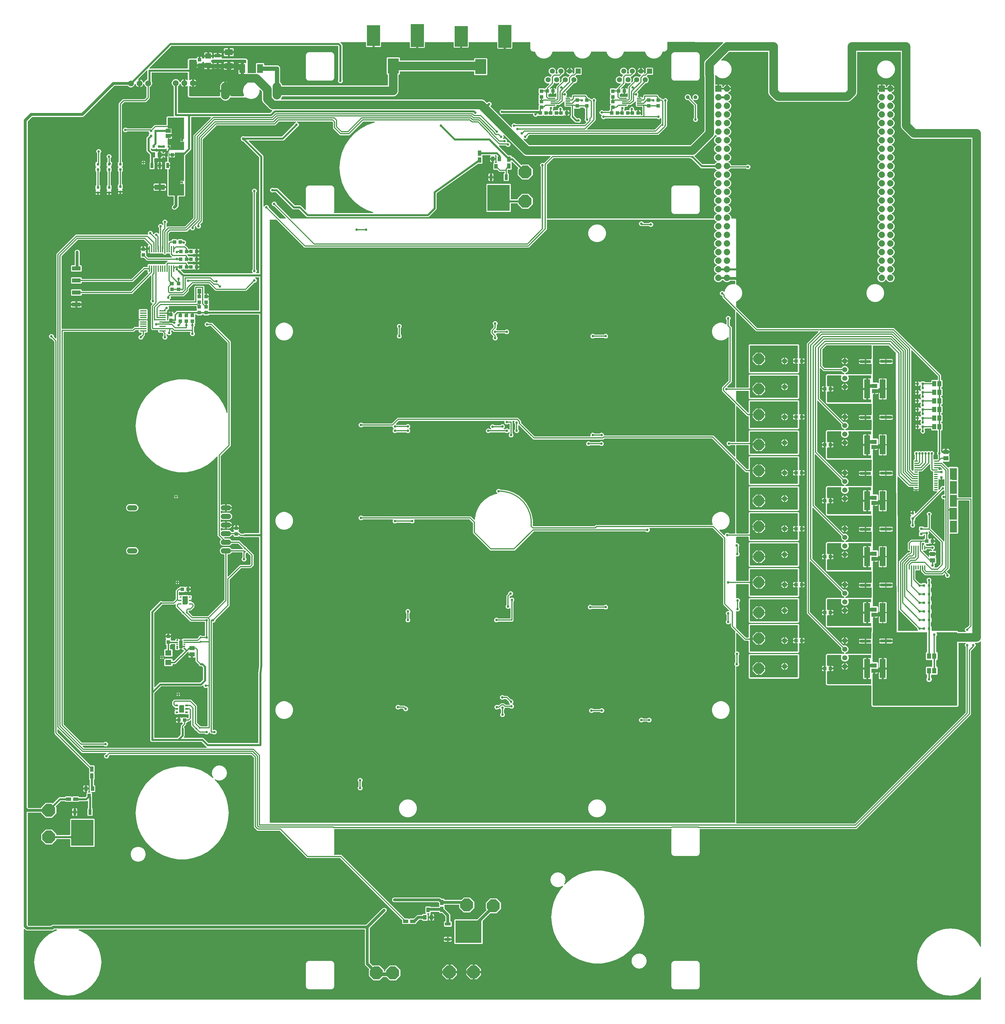
<source format=gbr>
G04 EAGLE Gerber X2 export*
%TF.Part,Single*%
%TF.FileFunction,Copper,L1,Top,Mixed*%
%TF.FilePolarity,Positive*%
%TF.GenerationSoftware,Autodesk,EAGLE,8.6.1*%
%TF.CreationDate,2018-02-09T18:52:30Z*%
G75*
%MOMM*%
%FSLAX34Y34*%
%LPD*%
%AMOC8*
5,1,8,0,0,1.08239X$1,22.5*%
G01*
%ADD10R,1.000000X1.100000*%
%ADD11R,1.803400X2.641600*%
%ADD12R,2.400000X1.800000*%
%ADD13R,1.800000X1.600000*%
%ADD14R,1.803400X1.117600*%
%ADD15C,2.540000*%
%ADD16R,0.406400X1.981200*%
%ADD17R,1.100000X1.000000*%
%ADD18R,1.400000X0.300000*%
%ADD19R,1.508000X1.508000*%
%ADD20C,1.508000*%
%ADD21R,1.879600X1.879600*%
%ADD22C,1.879600*%
%ADD23C,1.750000*%
%ADD24R,3.300000X4.400000*%
%ADD25R,3.900000X6.750000*%
%ADD26R,3.900000X6.200000*%
%ADD27R,0.800000X0.800000*%
%ADD28R,0.799997X0.755600*%
%ADD29R,0.600000X0.400000*%
%ADD30R,1.500000X1.300000*%
%ADD31R,1.803000X1.600000*%
%ADD32C,0.600000*%
%ADD33R,0.400000X0.300000*%
%ADD34R,1.270000X1.651000*%
%ADD35C,1.524000*%
%ADD36R,3.403600X0.889000*%
%ADD37R,3.251200X0.889000*%
%ADD38R,1.800000X5.700000*%
%ADD39P,3.436588X8X22.500000*%
%ADD40R,0.350000X1.200000*%
%ADD41R,0.755600X0.799997*%
%ADD42R,0.990600X0.304800*%
%ADD43R,1.168400X1.600200*%
%ADD44R,1.600200X1.168400*%
%ADD45R,0.838200X1.600200*%
%ADD46R,3.098800X1.600200*%
%ADD47R,1.300000X1.500000*%
%ADD48R,1.981200X0.406400*%
%ADD49R,1.000000X1.500000*%
%ADD50R,1.000000X1.400000*%
%ADD51P,4.123906X8X22.500000*%
%ADD52R,0.939800X1.701800*%
%ADD53R,6.654800X7.721600*%
%ADD54R,1.500000X1.000000*%
%ADD55P,4.123906X8X202.500000*%
%ADD56R,1.701800X0.939800*%
%ADD57R,7.721600X6.654800*%
%ADD58R,2.540000X1.270000*%
%ADD59C,0.304800*%
%ADD60C,0.756400*%
%ADD61R,0.956400X0.956400*%
%ADD62C,0.406400*%
%ADD63C,0.254000*%
%ADD64C,0.609600*%
%ADD65C,1.270000*%
%ADD66C,1.016000*%
%ADD67C,0.355600*%
%ADD68C,0.558800*%
%ADD69C,1.156400*%
%ADD70C,0.812800*%

G36*
X2109496Y532388D02*
X2109496Y532388D01*
X2109522Y532386D01*
X2109669Y532408D01*
X2109816Y532425D01*
X2109841Y532433D01*
X2109867Y532437D01*
X2110005Y532492D01*
X2110144Y532542D01*
X2110166Y532556D01*
X2110191Y532566D01*
X2110312Y532651D01*
X2110437Y532731D01*
X2110455Y532750D01*
X2110477Y532765D01*
X2110576Y532875D01*
X2110679Y532982D01*
X2110693Y533004D01*
X2110710Y533024D01*
X2110782Y533154D01*
X2110858Y533281D01*
X2110866Y533306D01*
X2110879Y533329D01*
X2110919Y533472D01*
X2110964Y533613D01*
X2110966Y533639D01*
X2110974Y533664D01*
X2110993Y533908D01*
X2110993Y995296D01*
X2110979Y995421D01*
X2110972Y995548D01*
X2110959Y995594D01*
X2110953Y995642D01*
X2110911Y995761D01*
X2110876Y995882D01*
X2110852Y995924D01*
X2110836Y995970D01*
X2110767Y996076D01*
X2110706Y996187D01*
X2110666Y996233D01*
X2110647Y996263D01*
X2110612Y996296D01*
X2110547Y996373D01*
X2110029Y996891D01*
X2108989Y999401D01*
X2108989Y1002119D01*
X2110029Y1004629D01*
X2110547Y1005147D01*
X2110626Y1005246D01*
X2110710Y1005340D01*
X2110734Y1005382D01*
X2110764Y1005420D01*
X2110818Y1005535D01*
X2110879Y1005645D01*
X2110892Y1005692D01*
X2110913Y1005735D01*
X2110939Y1005859D01*
X2110974Y1005981D01*
X2110979Y1006041D01*
X2110986Y1006076D01*
X2110985Y1006124D01*
X2110993Y1006224D01*
X2110993Y1026512D01*
X2110993Y1026514D01*
X2110993Y1026516D01*
X2110973Y1026687D01*
X2110953Y1026859D01*
X2110953Y1026860D01*
X2110952Y1026862D01*
X2110877Y1027095D01*
X2109723Y1029881D01*
X2109723Y1032599D01*
X2110877Y1035385D01*
X2110878Y1035387D01*
X2110879Y1035389D01*
X2110926Y1035556D01*
X2110973Y1035720D01*
X2110973Y1035722D01*
X2110974Y1035724D01*
X2110993Y1035968D01*
X2110993Y1097549D01*
X2110992Y1097559D01*
X2110992Y1097563D01*
X2110989Y1097582D01*
X2110979Y1097675D01*
X2110972Y1097801D01*
X2110959Y1097847D01*
X2110953Y1097895D01*
X2110911Y1098014D01*
X2110876Y1098136D01*
X2110852Y1098178D01*
X2110836Y1098223D01*
X2110767Y1098330D01*
X2110706Y1098440D01*
X2110666Y1098486D01*
X2110647Y1098516D01*
X2110612Y1098550D01*
X2110547Y1098626D01*
X2100744Y1108429D01*
X2099243Y1109930D01*
X2098547Y1111610D01*
X2098547Y1120010D01*
X2098536Y1120110D01*
X2098534Y1120210D01*
X2098516Y1120282D01*
X2098507Y1120356D01*
X2098474Y1120450D01*
X2098449Y1120548D01*
X2098415Y1120614D01*
X2098390Y1120684D01*
X2098335Y1120768D01*
X2098289Y1120858D01*
X2098241Y1120914D01*
X2098201Y1120977D01*
X2098129Y1121047D01*
X2098064Y1121123D01*
X2098004Y1121167D01*
X2097950Y1121219D01*
X2097864Y1121271D01*
X2097783Y1121330D01*
X2097715Y1121360D01*
X2097651Y1121398D01*
X2097555Y1121428D01*
X2097463Y1121468D01*
X2097390Y1121481D01*
X2097319Y1121504D01*
X2097219Y1121512D01*
X2097120Y1121530D01*
X2097046Y1121526D01*
X2096972Y1121532D01*
X2096872Y1121517D01*
X2096772Y1121512D01*
X2096701Y1121491D01*
X2096627Y1121480D01*
X2096534Y1121443D01*
X2096437Y1121415D01*
X2096372Y1121379D01*
X2096303Y1121352D01*
X2096221Y1121294D01*
X2096133Y1121245D01*
X2096057Y1121180D01*
X2096017Y1121153D01*
X2095993Y1121126D01*
X2095947Y1121087D01*
X2094289Y1119429D01*
X2091779Y1118389D01*
X2089061Y1118389D01*
X2086551Y1119429D01*
X2084629Y1121351D01*
X2083589Y1123861D01*
X2083589Y1126579D01*
X2084629Y1129089D01*
X2085401Y1129861D01*
X2085480Y1129960D01*
X2085564Y1130054D01*
X2085588Y1130096D01*
X2085618Y1130134D01*
X2085672Y1130248D01*
X2085733Y1130359D01*
X2085746Y1130406D01*
X2085767Y1130449D01*
X2085793Y1130573D01*
X2085828Y1130695D01*
X2085833Y1130755D01*
X2085840Y1130790D01*
X2085839Y1130838D01*
X2085847Y1130938D01*
X2085847Y1144902D01*
X2085833Y1145027D01*
X2085826Y1145153D01*
X2085813Y1145200D01*
X2085807Y1145248D01*
X2085765Y1145367D01*
X2085730Y1145488D01*
X2085706Y1145530D01*
X2085690Y1145576D01*
X2085621Y1145682D01*
X2085560Y1145792D01*
X2085520Y1145839D01*
X2085501Y1145869D01*
X2085466Y1145902D01*
X2085401Y1145979D01*
X2084629Y1146751D01*
X2083589Y1149261D01*
X2083589Y1151979D01*
X2084629Y1154489D01*
X2086551Y1156411D01*
X2089061Y1157451D01*
X2091225Y1157451D01*
X2091325Y1157462D01*
X2091425Y1157464D01*
X2091497Y1157482D01*
X2091571Y1157491D01*
X2091666Y1157524D01*
X2091763Y1157549D01*
X2091829Y1157583D01*
X2091899Y1157608D01*
X2091984Y1157663D01*
X2092073Y1157709D01*
X2092130Y1157757D01*
X2092192Y1157797D01*
X2092262Y1157869D01*
X2092338Y1157934D01*
X2092383Y1157994D01*
X2092434Y1158048D01*
X2092486Y1158134D01*
X2092546Y1158215D01*
X2092575Y1158283D01*
X2092613Y1158347D01*
X2092644Y1158443D01*
X2092684Y1158535D01*
X2092697Y1158608D01*
X2092719Y1158679D01*
X2092727Y1158779D01*
X2092745Y1158878D01*
X2092741Y1158952D01*
X2092747Y1159026D01*
X2092732Y1159126D01*
X2092727Y1159226D01*
X2092707Y1159297D01*
X2092696Y1159371D01*
X2092659Y1159464D01*
X2092631Y1159561D01*
X2092594Y1159626D01*
X2092567Y1159695D01*
X2092510Y1159777D01*
X2092461Y1159865D01*
X2092395Y1159941D01*
X2092368Y1159981D01*
X2092342Y1160005D01*
X2092302Y1160051D01*
X2077884Y1174469D01*
X2076383Y1175970D01*
X2075687Y1177650D01*
X2075687Y1370741D01*
X2075673Y1370866D01*
X2075666Y1370992D01*
X2075653Y1371039D01*
X2075647Y1371087D01*
X2075605Y1371206D01*
X2075570Y1371327D01*
X2075546Y1371369D01*
X2075530Y1371415D01*
X2075461Y1371521D01*
X2075400Y1371631D01*
X2075360Y1371678D01*
X2075341Y1371708D01*
X2075306Y1371741D01*
X2075241Y1371818D01*
X2044918Y1402141D01*
X2044819Y1402220D01*
X2044725Y1402304D01*
X2044683Y1402328D01*
X2044645Y1402358D01*
X2044531Y1402412D01*
X2044420Y1402473D01*
X2044373Y1402486D01*
X2044330Y1402507D01*
X2044206Y1402533D01*
X2044084Y1402568D01*
X2044024Y1402573D01*
X2043989Y1402580D01*
X2043941Y1402579D01*
X2043841Y1402587D01*
X1859019Y1402587D01*
X1858870Y1402570D01*
X1858720Y1402558D01*
X1858697Y1402550D01*
X1858673Y1402547D01*
X1858531Y1402497D01*
X1858388Y1402451D01*
X1858367Y1402438D01*
X1858345Y1402430D01*
X1858218Y1402348D01*
X1858089Y1402271D01*
X1858072Y1402254D01*
X1858052Y1402241D01*
X1857947Y1402132D01*
X1857840Y1402028D01*
X1857827Y1402008D01*
X1857810Y1401990D01*
X1857732Y1401861D01*
X1857651Y1401735D01*
X1857643Y1401712D01*
X1857631Y1401691D01*
X1857585Y1401548D01*
X1857535Y1401406D01*
X1857532Y1401382D01*
X1857525Y1401359D01*
X1857513Y1401210D01*
X1857496Y1401060D01*
X1857499Y1401036D01*
X1857497Y1401012D01*
X1857519Y1400864D01*
X1857536Y1400714D01*
X1857545Y1400686D01*
X1857548Y1400667D01*
X1857566Y1400624D01*
X1857612Y1400481D01*
X1858491Y1398359D01*
X1858491Y1395641D01*
X1857451Y1393131D01*
X1855529Y1391209D01*
X1853019Y1390169D01*
X1850301Y1390169D01*
X1847791Y1391209D01*
X1847019Y1391981D01*
X1846920Y1392060D01*
X1846826Y1392144D01*
X1846784Y1392168D01*
X1846746Y1392198D01*
X1846632Y1392252D01*
X1846521Y1392313D01*
X1846474Y1392326D01*
X1846431Y1392347D01*
X1846307Y1392373D01*
X1846185Y1392408D01*
X1846125Y1392413D01*
X1846090Y1392420D01*
X1846042Y1392419D01*
X1845942Y1392427D01*
X1516628Y1392427D01*
X1516502Y1392413D01*
X1516376Y1392406D01*
X1516329Y1392393D01*
X1516281Y1392387D01*
X1516162Y1392345D01*
X1516041Y1392310D01*
X1515999Y1392286D01*
X1515953Y1392270D01*
X1515847Y1392201D01*
X1515737Y1392140D01*
X1515690Y1392100D01*
X1515660Y1392081D01*
X1515627Y1392046D01*
X1515551Y1391981D01*
X1460559Y1336989D01*
X1458878Y1336293D01*
X1388462Y1336293D01*
X1386781Y1336989D01*
X1336989Y1386781D01*
X1336293Y1388462D01*
X1336293Y1417335D01*
X1336279Y1417461D01*
X1336272Y1417587D01*
X1336259Y1417633D01*
X1336253Y1417681D01*
X1336211Y1417800D01*
X1336176Y1417922D01*
X1336152Y1417964D01*
X1336136Y1418009D01*
X1336067Y1418116D01*
X1336006Y1418226D01*
X1335966Y1418272D01*
X1335947Y1418302D01*
X1335912Y1418336D01*
X1335847Y1418412D01*
X1326718Y1427541D01*
X1326619Y1427620D01*
X1326525Y1427704D01*
X1326483Y1427728D01*
X1326445Y1427758D01*
X1326331Y1427812D01*
X1326220Y1427873D01*
X1326174Y1427886D01*
X1326130Y1427907D01*
X1326007Y1427933D01*
X1325885Y1427968D01*
X1325824Y1427973D01*
X1325789Y1427980D01*
X1325741Y1427979D01*
X1325641Y1427987D01*
X1164539Y1427987D01*
X1164390Y1427970D01*
X1164240Y1427958D01*
X1164217Y1427950D01*
X1164193Y1427947D01*
X1164052Y1427897D01*
X1163909Y1427851D01*
X1163888Y1427838D01*
X1163865Y1427830D01*
X1163738Y1427748D01*
X1163610Y1427671D01*
X1163593Y1427654D01*
X1163572Y1427641D01*
X1163468Y1427533D01*
X1163360Y1427428D01*
X1163347Y1427408D01*
X1163330Y1427390D01*
X1163253Y1427261D01*
X1163172Y1427135D01*
X1163164Y1427112D01*
X1163151Y1427091D01*
X1163105Y1426948D01*
X1163055Y1426806D01*
X1163052Y1426782D01*
X1163045Y1426759D01*
X1163033Y1426610D01*
X1163016Y1426460D01*
X1163019Y1426436D01*
X1163017Y1426412D01*
X1163039Y1426263D01*
X1163057Y1426114D01*
X1163066Y1426086D01*
X1163069Y1426067D01*
X1163086Y1426023D01*
X1163132Y1425881D01*
X1163801Y1424267D01*
X1163801Y1421549D01*
X1162761Y1419039D01*
X1160839Y1417117D01*
X1158329Y1416077D01*
X1155611Y1416077D01*
X1153101Y1417117D01*
X1152329Y1417889D01*
X1152230Y1417968D01*
X1152136Y1418052D01*
X1152094Y1418076D01*
X1152056Y1418106D01*
X1151942Y1418160D01*
X1151831Y1418221D01*
X1151784Y1418234D01*
X1151741Y1418255D01*
X1151617Y1418281D01*
X1151495Y1418316D01*
X1151435Y1418321D01*
X1151400Y1418328D01*
X1151352Y1418327D01*
X1151252Y1418335D01*
X1111888Y1418335D01*
X1111763Y1418321D01*
X1111637Y1418314D01*
X1111590Y1418301D01*
X1111542Y1418295D01*
X1111423Y1418253D01*
X1111302Y1418218D01*
X1111260Y1418194D01*
X1111214Y1418178D01*
X1111108Y1418109D01*
X1110998Y1418048D01*
X1110951Y1418008D01*
X1110921Y1417989D01*
X1110888Y1417954D01*
X1110811Y1417889D01*
X1110039Y1417117D01*
X1107529Y1416077D01*
X1104811Y1416077D01*
X1102301Y1417117D01*
X1100379Y1419039D01*
X1099339Y1421549D01*
X1099339Y1424267D01*
X1100008Y1425881D01*
X1100049Y1426026D01*
X1100095Y1426169D01*
X1100097Y1426193D01*
X1100104Y1426216D01*
X1100111Y1426367D01*
X1100123Y1426516D01*
X1100119Y1426540D01*
X1100121Y1426564D01*
X1100094Y1426712D01*
X1100071Y1426861D01*
X1100062Y1426883D01*
X1100058Y1426907D01*
X1099998Y1427045D01*
X1099943Y1427185D01*
X1099929Y1427205D01*
X1099919Y1427227D01*
X1099829Y1427348D01*
X1099744Y1427471D01*
X1099726Y1427487D01*
X1099711Y1427507D01*
X1099596Y1427604D01*
X1099485Y1427704D01*
X1099464Y1427716D01*
X1099445Y1427732D01*
X1099312Y1427800D01*
X1099180Y1427873D01*
X1099157Y1427879D01*
X1099135Y1427890D01*
X1098989Y1427927D01*
X1098844Y1427968D01*
X1098815Y1427970D01*
X1098797Y1427975D01*
X1098750Y1427975D01*
X1098601Y1427987D01*
X1011558Y1427987D01*
X1011433Y1427973D01*
X1011307Y1427966D01*
X1011260Y1427953D01*
X1011212Y1427947D01*
X1011093Y1427905D01*
X1010972Y1427870D01*
X1010930Y1427846D01*
X1010884Y1427830D01*
X1010778Y1427761D01*
X1010668Y1427700D01*
X1010621Y1427660D01*
X1010591Y1427641D01*
X1010558Y1427606D01*
X1010481Y1427541D01*
X1009709Y1426769D01*
X1007199Y1425729D01*
X1004481Y1425729D01*
X1001971Y1426769D01*
X1000049Y1428691D01*
X999009Y1431201D01*
X999009Y1433919D01*
X1000049Y1436429D01*
X1001971Y1438351D01*
X1004481Y1439391D01*
X1007199Y1439391D01*
X1009709Y1438351D01*
X1010481Y1437579D01*
X1010580Y1437500D01*
X1010674Y1437416D01*
X1010716Y1437392D01*
X1010754Y1437362D01*
X1010868Y1437308D01*
X1010979Y1437247D01*
X1011026Y1437234D01*
X1011069Y1437213D01*
X1011193Y1437187D01*
X1011315Y1437152D01*
X1011375Y1437147D01*
X1011410Y1437140D01*
X1011458Y1437141D01*
X1011558Y1437133D01*
X1329076Y1437133D01*
X1330756Y1436437D01*
X1332257Y1434936D01*
X1339789Y1427404D01*
X1339867Y1427342D01*
X1339940Y1427272D01*
X1340004Y1427233D01*
X1340062Y1427187D01*
X1340153Y1427144D01*
X1340239Y1427093D01*
X1340310Y1427070D01*
X1340377Y1427038D01*
X1340475Y1427017D01*
X1340571Y1426987D01*
X1340645Y1426981D01*
X1340718Y1426965D01*
X1340818Y1426967D01*
X1340918Y1426959D01*
X1340992Y1426970D01*
X1341066Y1426971D01*
X1341163Y1426995D01*
X1341263Y1427010D01*
X1341332Y1427038D01*
X1341404Y1427056D01*
X1341494Y1427102D01*
X1341587Y1427139D01*
X1341648Y1427181D01*
X1341714Y1427216D01*
X1341791Y1427281D01*
X1341873Y1427338D01*
X1341923Y1427393D01*
X1341979Y1427441D01*
X1342039Y1427522D01*
X1342106Y1427597D01*
X1342142Y1427662D01*
X1342187Y1427722D01*
X1342226Y1427814D01*
X1342275Y1427902D01*
X1342295Y1427973D01*
X1342325Y1428042D01*
X1342342Y1428140D01*
X1342370Y1428237D01*
X1342378Y1428337D01*
X1342386Y1428385D01*
X1342384Y1428420D01*
X1342389Y1428481D01*
X1342389Y1431676D01*
X1342519Y1432330D01*
X1342520Y1432330D01*
X1342520Y1432331D01*
X1342822Y1433853D01*
X1342823Y1433854D01*
X1343125Y1435377D01*
X1343126Y1435377D01*
X1343731Y1438423D01*
X1343732Y1438423D01*
X1344034Y1439946D01*
X1344035Y1439947D01*
X1344337Y1441470D01*
X1344338Y1441470D01*
X1344640Y1442993D01*
X1344641Y1442993D01*
X1345246Y1446039D01*
X1345246Y1446040D01*
X1345513Y1447379D01*
X1351640Y1462171D01*
X1360535Y1475484D01*
X1371856Y1486805D01*
X1385169Y1495700D01*
X1399961Y1501827D01*
X1407252Y1503277D01*
X1407371Y1503316D01*
X1407493Y1503346D01*
X1407536Y1503369D01*
X1407583Y1503384D01*
X1407691Y1503448D01*
X1407802Y1503506D01*
X1407840Y1503538D01*
X1407882Y1503563D01*
X1407972Y1503650D01*
X1408068Y1503732D01*
X1408097Y1503771D01*
X1408133Y1503806D01*
X1408200Y1503911D01*
X1408275Y1504012D01*
X1408295Y1504057D01*
X1408321Y1504099D01*
X1408363Y1504217D01*
X1408413Y1504332D01*
X1408422Y1504381D01*
X1408438Y1504427D01*
X1408452Y1504552D01*
X1408475Y1504675D01*
X1408472Y1504724D01*
X1408478Y1504773D01*
X1408463Y1504898D01*
X1408457Y1505023D01*
X1408443Y1505070D01*
X1408437Y1505119D01*
X1408395Y1505237D01*
X1408360Y1505358D01*
X1408336Y1505401D01*
X1408319Y1505447D01*
X1408251Y1505553D01*
X1408190Y1505662D01*
X1408150Y1505709D01*
X1408130Y1505740D01*
X1408096Y1505773D01*
X1408032Y1505848D01*
X1406449Y1507431D01*
X1405409Y1509941D01*
X1405409Y1512659D01*
X1406449Y1515169D01*
X1408371Y1517091D01*
X1410881Y1518131D01*
X1413599Y1518131D01*
X1416109Y1517091D01*
X1416881Y1516319D01*
X1416980Y1516240D01*
X1417074Y1516156D01*
X1417116Y1516132D01*
X1417154Y1516102D01*
X1417269Y1516048D01*
X1417379Y1515987D01*
X1417426Y1515974D01*
X1417469Y1515953D01*
X1417593Y1515927D01*
X1417715Y1515892D01*
X1417775Y1515887D01*
X1417810Y1515880D01*
X1417858Y1515881D01*
X1417958Y1515873D01*
X1423402Y1515873D01*
X1440385Y1512878D01*
X1456589Y1506980D01*
X1471523Y1498358D01*
X1484734Y1487274D01*
X1495818Y1474063D01*
X1504440Y1459129D01*
X1510338Y1442925D01*
X1513333Y1425942D01*
X1513333Y1410701D01*
X1513347Y1410575D01*
X1513354Y1410449D01*
X1513367Y1410403D01*
X1513373Y1410355D01*
X1513415Y1410236D01*
X1513450Y1410114D01*
X1513474Y1410072D01*
X1513490Y1410027D01*
X1513559Y1409920D01*
X1513620Y1409810D01*
X1513660Y1409764D01*
X1513679Y1409734D01*
X1513714Y1409700D01*
X1513779Y1409624D01*
X1515288Y1408115D01*
X1515387Y1408036D01*
X1515481Y1407952D01*
X1515523Y1407928D01*
X1515561Y1407898D01*
X1515675Y1407844D01*
X1515786Y1407783D01*
X1515832Y1407770D01*
X1515876Y1407749D01*
X1515999Y1407723D01*
X1516121Y1407688D01*
X1516182Y1407683D01*
X1516217Y1407676D01*
X1516265Y1407677D01*
X1516365Y1407669D01*
X1695211Y1407669D01*
X1695337Y1407683D01*
X1695463Y1407690D01*
X1695509Y1407703D01*
X1695557Y1407709D01*
X1695676Y1407751D01*
X1695798Y1407786D01*
X1695840Y1407810D01*
X1695885Y1407826D01*
X1695992Y1407895D01*
X1696102Y1407956D01*
X1696148Y1407996D01*
X1696178Y1408015D01*
X1696212Y1408050D01*
X1696288Y1408115D01*
X1699210Y1411037D01*
X1700890Y1411733D01*
X2042913Y1411733D01*
X2042988Y1411741D01*
X2043064Y1411740D01*
X2043161Y1411761D01*
X2043259Y1411773D01*
X2043330Y1411798D01*
X2043405Y1411814D01*
X2043494Y1411857D01*
X2043587Y1411890D01*
X2043651Y1411931D01*
X2043719Y1411964D01*
X2043797Y1412026D01*
X2043880Y1412079D01*
X2043933Y1412134D01*
X2043992Y1412181D01*
X2044053Y1412259D01*
X2044122Y1412330D01*
X2044161Y1412395D01*
X2044208Y1412454D01*
X2044250Y1412544D01*
X2044301Y1412629D01*
X2044324Y1412701D01*
X2044356Y1412770D01*
X2044377Y1412867D01*
X2044407Y1412961D01*
X2044413Y1413036D01*
X2044429Y1413111D01*
X2044427Y1413210D01*
X2044435Y1413308D01*
X2044424Y1413383D01*
X2044422Y1413459D01*
X2044398Y1413555D01*
X2044383Y1413653D01*
X2044355Y1413723D01*
X2044337Y1413797D01*
X2044334Y1413804D01*
X2042540Y1420496D01*
X2042540Y1427352D01*
X2044315Y1433973D01*
X2047742Y1439910D01*
X2052590Y1444758D01*
X2058527Y1448185D01*
X2065148Y1449960D01*
X2072004Y1449960D01*
X2078625Y1448185D01*
X2084562Y1444758D01*
X2089410Y1439910D01*
X2092837Y1433973D01*
X2094612Y1427352D01*
X2094612Y1420496D01*
X2092837Y1413875D01*
X2089410Y1407938D01*
X2084562Y1403090D01*
X2078625Y1399663D01*
X2072004Y1397888D01*
X2065782Y1397888D01*
X2065682Y1397877D01*
X2065582Y1397875D01*
X2065509Y1397857D01*
X2065435Y1397848D01*
X2065341Y1397815D01*
X2065244Y1397790D01*
X2065177Y1397756D01*
X2065107Y1397731D01*
X2065023Y1397676D01*
X2064934Y1397630D01*
X2064877Y1397582D01*
X2064815Y1397542D01*
X2064745Y1397470D01*
X2064668Y1397405D01*
X2064624Y1397345D01*
X2064572Y1397291D01*
X2064521Y1397205D01*
X2064461Y1397124D01*
X2064432Y1397056D01*
X2064394Y1396992D01*
X2064363Y1396896D01*
X2064323Y1396804D01*
X2064310Y1396731D01*
X2064287Y1396660D01*
X2064279Y1396560D01*
X2064261Y1396461D01*
X2064265Y1396387D01*
X2064259Y1396313D01*
X2064274Y1396213D01*
X2064279Y1396113D01*
X2064300Y1396042D01*
X2064311Y1395968D01*
X2064348Y1395875D01*
X2064376Y1395778D01*
X2064412Y1395713D01*
X2064440Y1395644D01*
X2064497Y1395562D01*
X2064546Y1395474D01*
X2064611Y1395398D01*
X2064639Y1395358D01*
X2064665Y1395334D01*
X2064705Y1395288D01*
X2078223Y1381770D01*
X2078301Y1381707D01*
X2078374Y1381637D01*
X2078438Y1381599D01*
X2078496Y1381553D01*
X2078587Y1381510D01*
X2078673Y1381459D01*
X2078744Y1381436D01*
X2078811Y1381404D01*
X2078909Y1381383D01*
X2079005Y1381352D01*
X2079079Y1381346D01*
X2079152Y1381331D01*
X2079252Y1381332D01*
X2079352Y1381324D01*
X2079426Y1381335D01*
X2079500Y1381337D01*
X2079597Y1381361D01*
X2079697Y1381376D01*
X2079766Y1381403D01*
X2079838Y1381422D01*
X2079928Y1381468D01*
X2080021Y1381505D01*
X2080082Y1381547D01*
X2080148Y1381581D01*
X2080225Y1381646D01*
X2080307Y1381704D01*
X2080357Y1381759D01*
X2080413Y1381807D01*
X2080473Y1381888D01*
X2080540Y1381962D01*
X2080576Y1382028D01*
X2080621Y1382087D01*
X2080660Y1382180D01*
X2080709Y1382267D01*
X2080729Y1382339D01*
X2080759Y1382407D01*
X2080776Y1382506D01*
X2080804Y1382603D01*
X2080812Y1382703D01*
X2080820Y1382750D01*
X2080818Y1382786D01*
X2080823Y1382847D01*
X2080823Y1383119D01*
X2081863Y1385629D01*
X2083785Y1387551D01*
X2086295Y1388591D01*
X2089013Y1388591D01*
X2091523Y1387551D01*
X2092295Y1386779D01*
X2092394Y1386700D01*
X2092488Y1386616D01*
X2092530Y1386592D01*
X2092568Y1386562D01*
X2092682Y1386508D01*
X2092793Y1386447D01*
X2092840Y1386434D01*
X2092883Y1386413D01*
X2093007Y1386387D01*
X2093129Y1386352D01*
X2093189Y1386347D01*
X2093224Y1386340D01*
X2093272Y1386341D01*
X2093372Y1386333D01*
X2109470Y1386333D01*
X2109496Y1386336D01*
X2109522Y1386334D01*
X2109669Y1386356D01*
X2109816Y1386373D01*
X2109841Y1386381D01*
X2109867Y1386385D01*
X2110005Y1386440D01*
X2110144Y1386490D01*
X2110166Y1386504D01*
X2110191Y1386514D01*
X2110312Y1386599D01*
X2110437Y1386679D01*
X2110455Y1386698D01*
X2110477Y1386713D01*
X2110576Y1386823D01*
X2110679Y1386930D01*
X2110693Y1386952D01*
X2110710Y1386972D01*
X2110782Y1387102D01*
X2110858Y1387229D01*
X2110866Y1387254D01*
X2110879Y1387277D01*
X2110919Y1387420D01*
X2110964Y1387561D01*
X2110966Y1387587D01*
X2110974Y1387612D01*
X2110993Y1387856D01*
X2110993Y1597929D01*
X2110979Y1598055D01*
X2110972Y1598181D01*
X2110959Y1598227D01*
X2110953Y1598275D01*
X2110911Y1598394D01*
X2110876Y1598516D01*
X2110852Y1598558D01*
X2110836Y1598603D01*
X2110767Y1598710D01*
X2110706Y1598820D01*
X2110666Y1598866D01*
X2110647Y1598896D01*
X2110612Y1598930D01*
X2110547Y1599006D01*
X2043252Y1666301D01*
X2043153Y1666380D01*
X2043059Y1666464D01*
X2043017Y1666488D01*
X2042979Y1666518D01*
X2042865Y1666572D01*
X2042754Y1666633D01*
X2042708Y1666646D01*
X2042664Y1666667D01*
X2042541Y1666693D01*
X2042419Y1666728D01*
X2042358Y1666733D01*
X2042323Y1666740D01*
X2042275Y1666739D01*
X2042175Y1666747D01*
X1725255Y1666747D01*
X1725130Y1666733D01*
X1725004Y1666726D01*
X1724957Y1666713D01*
X1724909Y1666707D01*
X1724790Y1666665D01*
X1724669Y1666630D01*
X1724627Y1666606D01*
X1724581Y1666590D01*
X1724475Y1666521D01*
X1724365Y1666460D01*
X1724318Y1666420D01*
X1724288Y1666401D01*
X1724255Y1666366D01*
X1724178Y1666301D01*
X1722555Y1664677D01*
X1720874Y1663981D01*
X1515696Y1663981D01*
X1514016Y1664677D01*
X1472753Y1705940D01*
X1472675Y1706002D01*
X1472602Y1706072D01*
X1472538Y1706111D01*
X1472480Y1706157D01*
X1472389Y1706200D01*
X1472303Y1706251D01*
X1472232Y1706274D01*
X1472165Y1706306D01*
X1472067Y1706327D01*
X1471971Y1706357D01*
X1471897Y1706363D01*
X1471824Y1706379D01*
X1471724Y1706377D01*
X1471624Y1706385D01*
X1471550Y1706374D01*
X1471476Y1706373D01*
X1471379Y1706349D01*
X1471279Y1706334D01*
X1471210Y1706306D01*
X1471138Y1706288D01*
X1471048Y1706242D01*
X1470955Y1706205D01*
X1470894Y1706163D01*
X1470828Y1706128D01*
X1470751Y1706063D01*
X1470669Y1706006D01*
X1470619Y1705951D01*
X1470563Y1705903D01*
X1470503Y1705822D01*
X1470436Y1705747D01*
X1470400Y1705682D01*
X1470355Y1705622D01*
X1470316Y1705530D01*
X1470267Y1705442D01*
X1470247Y1705371D01*
X1470217Y1705302D01*
X1470200Y1705204D01*
X1470172Y1705107D01*
X1470164Y1705007D01*
X1470156Y1704959D01*
X1470158Y1704924D01*
X1470153Y1704863D01*
X1470153Y1695326D01*
X1470167Y1695201D01*
X1470174Y1695075D01*
X1470187Y1695028D01*
X1470193Y1694980D01*
X1470235Y1694861D01*
X1470270Y1694740D01*
X1470294Y1694698D01*
X1470310Y1694652D01*
X1470379Y1694546D01*
X1470440Y1694436D01*
X1470480Y1694389D01*
X1470499Y1694359D01*
X1470534Y1694326D01*
X1470599Y1694249D01*
X1471371Y1693477D01*
X1472411Y1690967D01*
X1472411Y1688249D01*
X1471371Y1685739D01*
X1469449Y1683817D01*
X1466939Y1682777D01*
X1464221Y1682777D01*
X1461711Y1683817D01*
X1459789Y1685739D01*
X1458749Y1688249D01*
X1458749Y1690967D01*
X1459789Y1693477D01*
X1460561Y1694249D01*
X1460640Y1694348D01*
X1460724Y1694442D01*
X1460748Y1694484D01*
X1460778Y1694522D01*
X1460832Y1694636D01*
X1460893Y1694747D01*
X1460906Y1694794D01*
X1460927Y1694837D01*
X1460953Y1694961D01*
X1460988Y1695083D01*
X1460993Y1695143D01*
X1461000Y1695178D01*
X1460999Y1695226D01*
X1461007Y1695326D01*
X1461007Y1708020D01*
X1460993Y1708145D01*
X1460986Y1708271D01*
X1460973Y1708318D01*
X1460967Y1708366D01*
X1460925Y1708485D01*
X1460890Y1708606D01*
X1460866Y1708648D01*
X1460850Y1708694D01*
X1460781Y1708800D01*
X1460720Y1708910D01*
X1460680Y1708957D01*
X1460661Y1708987D01*
X1460626Y1709020D01*
X1460561Y1709097D01*
X1459789Y1709869D01*
X1458749Y1712379D01*
X1458749Y1715097D01*
X1459406Y1716683D01*
X1459448Y1716828D01*
X1459493Y1716971D01*
X1459495Y1716995D01*
X1459502Y1717018D01*
X1459509Y1717169D01*
X1459521Y1717318D01*
X1459518Y1717342D01*
X1459519Y1717366D01*
X1459492Y1717514D01*
X1459470Y1717663D01*
X1459461Y1717685D01*
X1459456Y1717709D01*
X1459397Y1717847D01*
X1459341Y1717987D01*
X1459327Y1718007D01*
X1459318Y1718029D01*
X1459228Y1718150D01*
X1459142Y1718273D01*
X1459124Y1718289D01*
X1459110Y1718309D01*
X1458995Y1718406D01*
X1458883Y1718506D01*
X1458862Y1718518D01*
X1458844Y1718534D01*
X1458710Y1718602D01*
X1458578Y1718675D01*
X1458555Y1718681D01*
X1458533Y1718692D01*
X1458388Y1718729D01*
X1458243Y1718770D01*
X1458214Y1718772D01*
X1458195Y1718777D01*
X1458148Y1718777D01*
X1457999Y1718789D01*
X1454733Y1718789D01*
X1454584Y1718772D01*
X1454434Y1718760D01*
X1454411Y1718752D01*
X1454387Y1718749D01*
X1454245Y1718699D01*
X1454102Y1718652D01*
X1454081Y1718640D01*
X1454059Y1718632D01*
X1453932Y1718550D01*
X1453803Y1718473D01*
X1453786Y1718456D01*
X1453766Y1718443D01*
X1453661Y1718335D01*
X1453553Y1718230D01*
X1453540Y1718210D01*
X1453524Y1718192D01*
X1453446Y1718063D01*
X1453365Y1717937D01*
X1453357Y1717914D01*
X1453345Y1717893D01*
X1453299Y1717750D01*
X1453249Y1717608D01*
X1453246Y1717584D01*
X1453239Y1717561D01*
X1453227Y1717412D01*
X1453210Y1717262D01*
X1453213Y1717238D01*
X1453211Y1717214D01*
X1453233Y1717065D01*
X1453250Y1716916D01*
X1453259Y1716888D01*
X1453262Y1716869D01*
X1453280Y1716825D01*
X1453326Y1716683D01*
X1453643Y1715918D01*
X1453643Y1682626D01*
X1453657Y1682501D01*
X1453664Y1682375D01*
X1453677Y1682328D01*
X1453683Y1682280D01*
X1453725Y1682161D01*
X1453760Y1682040D01*
X1453784Y1681998D01*
X1453800Y1681952D01*
X1453869Y1681846D01*
X1453930Y1681736D01*
X1453970Y1681689D01*
X1453989Y1681659D01*
X1454024Y1681626D01*
X1454089Y1681549D01*
X1454861Y1680777D01*
X1455901Y1678267D01*
X1455901Y1675549D01*
X1454861Y1673039D01*
X1452939Y1671117D01*
X1450429Y1670077D01*
X1447711Y1670077D01*
X1445201Y1671117D01*
X1443279Y1673039D01*
X1442239Y1675549D01*
X1442239Y1678267D01*
X1443279Y1680777D01*
X1444051Y1681549D01*
X1444130Y1681648D01*
X1444214Y1681742D01*
X1444238Y1681784D01*
X1444268Y1681822D01*
X1444322Y1681936D01*
X1444383Y1682047D01*
X1444396Y1682094D01*
X1444417Y1682137D01*
X1444443Y1682261D01*
X1444478Y1682383D01*
X1444483Y1682443D01*
X1444490Y1682478D01*
X1444489Y1682526D01*
X1444497Y1682626D01*
X1444497Y1684398D01*
X1444486Y1684498D01*
X1444484Y1684598D01*
X1444466Y1684670D01*
X1444457Y1684744D01*
X1444424Y1684838D01*
X1444399Y1684936D01*
X1444365Y1685002D01*
X1444340Y1685072D01*
X1444285Y1685156D01*
X1444239Y1685246D01*
X1444191Y1685302D01*
X1444151Y1685365D01*
X1444079Y1685435D01*
X1444014Y1685511D01*
X1443954Y1685555D01*
X1443900Y1685607D01*
X1443814Y1685659D01*
X1443733Y1685718D01*
X1443665Y1685748D01*
X1443601Y1685786D01*
X1443505Y1685816D01*
X1443413Y1685856D01*
X1443340Y1685869D01*
X1443269Y1685892D01*
X1443169Y1685900D01*
X1443070Y1685918D01*
X1442996Y1685914D01*
X1442922Y1685920D01*
X1442822Y1685905D01*
X1442722Y1685900D01*
X1442651Y1685879D01*
X1442577Y1685868D01*
X1442484Y1685831D01*
X1442387Y1685803D01*
X1442322Y1685767D01*
X1442253Y1685740D01*
X1442171Y1685682D01*
X1442083Y1685633D01*
X1442007Y1685568D01*
X1441967Y1685541D01*
X1441943Y1685514D01*
X1441897Y1685475D01*
X1440239Y1683817D01*
X1437729Y1682777D01*
X1435011Y1682777D01*
X1432501Y1683817D01*
X1431729Y1684589D01*
X1431630Y1684668D01*
X1431536Y1684752D01*
X1431494Y1684776D01*
X1431456Y1684806D01*
X1431342Y1684860D01*
X1431231Y1684921D01*
X1431184Y1684934D01*
X1431141Y1684955D01*
X1431017Y1684981D01*
X1430895Y1685016D01*
X1430835Y1685021D01*
X1430800Y1685028D01*
X1430752Y1685027D01*
X1430652Y1685035D01*
X1387478Y1685035D01*
X1387353Y1685021D01*
X1387227Y1685014D01*
X1387180Y1685001D01*
X1387132Y1684995D01*
X1387013Y1684953D01*
X1386892Y1684918D01*
X1386850Y1684894D01*
X1386804Y1684878D01*
X1386698Y1684809D01*
X1386588Y1684748D01*
X1386541Y1684708D01*
X1386511Y1684689D01*
X1386478Y1684654D01*
X1386401Y1684589D01*
X1385629Y1683817D01*
X1383119Y1682777D01*
X1380401Y1682777D01*
X1377891Y1683817D01*
X1375969Y1685739D01*
X1374929Y1688249D01*
X1374929Y1690967D01*
X1375969Y1693477D01*
X1377891Y1695399D01*
X1380401Y1696439D01*
X1383119Y1696439D01*
X1385629Y1695399D01*
X1386401Y1694627D01*
X1386500Y1694548D01*
X1386594Y1694464D01*
X1386636Y1694440D01*
X1386674Y1694410D01*
X1386788Y1694356D01*
X1386899Y1694295D01*
X1386946Y1694282D01*
X1386989Y1694261D01*
X1387113Y1694235D01*
X1387235Y1694200D01*
X1387295Y1694195D01*
X1387330Y1694188D01*
X1387378Y1694189D01*
X1387478Y1694181D01*
X1388742Y1694181D01*
X1388841Y1694192D01*
X1388942Y1694194D01*
X1389014Y1694212D01*
X1389088Y1694221D01*
X1389182Y1694254D01*
X1389280Y1694279D01*
X1389346Y1694313D01*
X1389416Y1694338D01*
X1389500Y1694393D01*
X1389590Y1694439D01*
X1389646Y1694487D01*
X1389709Y1694527D01*
X1389779Y1694599D01*
X1389855Y1694664D01*
X1389899Y1694724D01*
X1389951Y1694778D01*
X1390003Y1694864D01*
X1390062Y1694945D01*
X1390092Y1695013D01*
X1390130Y1695077D01*
X1390160Y1695173D01*
X1390200Y1695265D01*
X1390213Y1695338D01*
X1390236Y1695409D01*
X1390244Y1695509D01*
X1390262Y1695608D01*
X1390258Y1695682D01*
X1390264Y1695756D01*
X1390249Y1695856D01*
X1390244Y1695956D01*
X1390223Y1696027D01*
X1390212Y1696101D01*
X1390175Y1696194D01*
X1390147Y1696291D01*
X1390111Y1696356D01*
X1390084Y1696425D01*
X1390026Y1696507D01*
X1389977Y1696595D01*
X1389912Y1696671D01*
X1389885Y1696711D01*
X1389858Y1696735D01*
X1389819Y1696781D01*
X1388669Y1697931D01*
X1387629Y1700441D01*
X1387629Y1703159D01*
X1388669Y1705669D01*
X1390591Y1707591D01*
X1393101Y1708631D01*
X1395819Y1708631D01*
X1398329Y1707591D01*
X1399101Y1706819D01*
X1399200Y1706740D01*
X1399294Y1706656D01*
X1399336Y1706632D01*
X1399374Y1706602D01*
X1399488Y1706548D01*
X1399599Y1706487D01*
X1399646Y1706474D01*
X1399689Y1706453D01*
X1399813Y1706427D01*
X1399935Y1706392D01*
X1399995Y1706387D01*
X1400030Y1706380D01*
X1400078Y1706381D01*
X1400178Y1706373D01*
X1417444Y1706373D01*
X1417569Y1706387D01*
X1417695Y1706394D01*
X1417742Y1706407D01*
X1417790Y1706413D01*
X1417909Y1706455D01*
X1418030Y1706490D01*
X1418072Y1706514D01*
X1418118Y1706530D01*
X1418224Y1706599D01*
X1418334Y1706660D01*
X1418381Y1706700D01*
X1418411Y1706719D01*
X1418444Y1706754D01*
X1418521Y1706819D01*
X1419801Y1708099D01*
X1422311Y1709139D01*
X1425029Y1709139D01*
X1427539Y1708099D01*
X1429461Y1706177D01*
X1430501Y1703667D01*
X1430501Y1700949D01*
X1429461Y1698439D01*
X1427803Y1696781D01*
X1427741Y1696702D01*
X1427671Y1696630D01*
X1427633Y1696566D01*
X1427587Y1696508D01*
X1427544Y1696417D01*
X1427492Y1696331D01*
X1427469Y1696260D01*
X1427438Y1696193D01*
X1427417Y1696095D01*
X1427386Y1695999D01*
X1427380Y1695925D01*
X1427364Y1695852D01*
X1427366Y1695752D01*
X1427358Y1695652D01*
X1427369Y1695578D01*
X1427370Y1695504D01*
X1427395Y1695407D01*
X1427410Y1695307D01*
X1427437Y1695238D01*
X1427455Y1695166D01*
X1427501Y1695077D01*
X1427538Y1694983D01*
X1427581Y1694922D01*
X1427615Y1694856D01*
X1427680Y1694780D01*
X1427737Y1694697D01*
X1427792Y1694647D01*
X1427841Y1694591D01*
X1427922Y1694531D01*
X1427996Y1694464D01*
X1428061Y1694428D01*
X1428121Y1694383D01*
X1428213Y1694344D01*
X1428301Y1694295D01*
X1428373Y1694275D01*
X1428441Y1694245D01*
X1428540Y1694228D01*
X1428637Y1694200D01*
X1428737Y1694192D01*
X1428784Y1694184D01*
X1428820Y1694186D01*
X1428880Y1694181D01*
X1430652Y1694181D01*
X1430777Y1694195D01*
X1430903Y1694202D01*
X1430950Y1694215D01*
X1430998Y1694221D01*
X1431117Y1694263D01*
X1431238Y1694298D01*
X1431280Y1694322D01*
X1431326Y1694338D01*
X1431432Y1694407D01*
X1431542Y1694468D01*
X1431589Y1694508D01*
X1431619Y1694527D01*
X1431652Y1694562D01*
X1431729Y1694627D01*
X1432501Y1695399D01*
X1435011Y1696439D01*
X1437729Y1696439D01*
X1440239Y1695399D01*
X1441897Y1693741D01*
X1441976Y1693679D01*
X1442048Y1693609D01*
X1442112Y1693571D01*
X1442170Y1693525D01*
X1442261Y1693482D01*
X1442347Y1693430D01*
X1442418Y1693407D01*
X1442485Y1693376D01*
X1442583Y1693355D01*
X1442679Y1693324D01*
X1442753Y1693318D01*
X1442826Y1693302D01*
X1442926Y1693304D01*
X1443026Y1693296D01*
X1443100Y1693307D01*
X1443174Y1693308D01*
X1443271Y1693333D01*
X1443371Y1693348D01*
X1443440Y1693375D01*
X1443512Y1693393D01*
X1443601Y1693439D01*
X1443695Y1693476D01*
X1443756Y1693519D01*
X1443822Y1693553D01*
X1443898Y1693618D01*
X1443981Y1693675D01*
X1444031Y1693730D01*
X1444087Y1693779D01*
X1444147Y1693860D01*
X1444214Y1693934D01*
X1444250Y1693999D01*
X1444295Y1694059D01*
X1444334Y1694151D01*
X1444383Y1694239D01*
X1444403Y1694311D01*
X1444433Y1694379D01*
X1444450Y1694478D01*
X1444478Y1694575D01*
X1444486Y1694675D01*
X1444494Y1694722D01*
X1444492Y1694758D01*
X1444497Y1694818D01*
X1444497Y1708912D01*
X1444494Y1708938D01*
X1444496Y1708964D01*
X1444474Y1709111D01*
X1444457Y1709258D01*
X1444449Y1709283D01*
X1444445Y1709309D01*
X1444390Y1709447D01*
X1444340Y1709586D01*
X1444326Y1709608D01*
X1444316Y1709633D01*
X1444231Y1709754D01*
X1444151Y1709879D01*
X1444132Y1709897D01*
X1444117Y1709919D01*
X1444007Y1710018D01*
X1443900Y1710121D01*
X1443878Y1710135D01*
X1443858Y1710152D01*
X1443728Y1710224D01*
X1443601Y1710300D01*
X1443576Y1710308D01*
X1443553Y1710321D01*
X1443410Y1710361D01*
X1443269Y1710406D01*
X1443243Y1710408D01*
X1443218Y1710416D01*
X1442974Y1710435D01*
X1442088Y1710435D01*
X1441963Y1710421D01*
X1441837Y1710414D01*
X1441790Y1710401D01*
X1441742Y1710395D01*
X1441623Y1710353D01*
X1441502Y1710318D01*
X1441460Y1710294D01*
X1441414Y1710278D01*
X1441308Y1710209D01*
X1441198Y1710148D01*
X1441151Y1710108D01*
X1441121Y1710089D01*
X1441088Y1710054D01*
X1441011Y1709989D01*
X1440239Y1709217D01*
X1437729Y1708177D01*
X1435011Y1708177D01*
X1432501Y1709217D01*
X1430579Y1711139D01*
X1429539Y1713649D01*
X1429539Y1716367D01*
X1429670Y1716683D01*
X1429712Y1716828D01*
X1429757Y1716971D01*
X1429759Y1716995D01*
X1429766Y1717018D01*
X1429773Y1717169D01*
X1429785Y1717318D01*
X1429782Y1717342D01*
X1429783Y1717366D01*
X1429756Y1717514D01*
X1429734Y1717663D01*
X1429725Y1717685D01*
X1429720Y1717709D01*
X1429660Y1717847D01*
X1429605Y1717987D01*
X1429591Y1718007D01*
X1429582Y1718029D01*
X1429492Y1718150D01*
X1429406Y1718273D01*
X1429388Y1718289D01*
X1429374Y1718309D01*
X1429259Y1718406D01*
X1429147Y1718506D01*
X1429126Y1718518D01*
X1429108Y1718534D01*
X1428974Y1718602D01*
X1428842Y1718675D01*
X1428819Y1718681D01*
X1428797Y1718692D01*
X1428652Y1718729D01*
X1428507Y1718770D01*
X1428478Y1718772D01*
X1428459Y1718777D01*
X1428412Y1718777D01*
X1428263Y1718789D01*
X1117935Y1718789D01*
X1117809Y1718775D01*
X1117683Y1718768D01*
X1117637Y1718755D01*
X1117588Y1718749D01*
X1117469Y1718707D01*
X1117348Y1718672D01*
X1117306Y1718648D01*
X1117260Y1718632D01*
X1117154Y1718563D01*
X1117044Y1718502D01*
X1116998Y1718462D01*
X1116968Y1718443D01*
X1116934Y1718408D01*
X1116858Y1718343D01*
X1109229Y1710714D01*
X1109135Y1710597D01*
X1109038Y1710482D01*
X1109027Y1710460D01*
X1109012Y1710441D01*
X1108948Y1710305D01*
X1108879Y1710171D01*
X1108874Y1710148D01*
X1108863Y1710126D01*
X1108831Y1709979D01*
X1108795Y1709833D01*
X1108795Y1709809D01*
X1108790Y1709785D01*
X1108792Y1709635D01*
X1108790Y1709485D01*
X1108795Y1709461D01*
X1108796Y1709437D01*
X1108832Y1709291D01*
X1108864Y1709144D01*
X1108875Y1709122D01*
X1108881Y1709099D01*
X1108950Y1708965D01*
X1109014Y1708830D01*
X1109029Y1708811D01*
X1109040Y1708789D01*
X1109138Y1708675D01*
X1109232Y1708557D01*
X1109251Y1708542D01*
X1109266Y1708524D01*
X1109387Y1708434D01*
X1109505Y1708341D01*
X1109531Y1708328D01*
X1109547Y1708317D01*
X1109590Y1708298D01*
X1109723Y1708230D01*
X1110039Y1708099D01*
X1110811Y1707327D01*
X1110910Y1707248D01*
X1111004Y1707164D01*
X1111046Y1707140D01*
X1111084Y1707110D01*
X1111198Y1707056D01*
X1111309Y1706995D01*
X1111356Y1706982D01*
X1111399Y1706961D01*
X1111523Y1706935D01*
X1111645Y1706900D01*
X1111705Y1706895D01*
X1111740Y1706888D01*
X1111788Y1706889D01*
X1111888Y1706881D01*
X1138552Y1706881D01*
X1138677Y1706895D01*
X1138803Y1706902D01*
X1138850Y1706915D01*
X1138898Y1706921D01*
X1139017Y1706963D01*
X1139138Y1706998D01*
X1139180Y1707022D01*
X1139226Y1707038D01*
X1139332Y1707107D01*
X1139442Y1707168D01*
X1139489Y1707208D01*
X1139519Y1707227D01*
X1139552Y1707262D01*
X1139629Y1707327D01*
X1140401Y1708099D01*
X1142911Y1709139D01*
X1145629Y1709139D01*
X1148139Y1708099D01*
X1150061Y1706177D01*
X1151101Y1703667D01*
X1151101Y1700949D01*
X1150061Y1698439D01*
X1148657Y1697035D01*
X1148641Y1697015D01*
X1148621Y1696998D01*
X1148533Y1696878D01*
X1148441Y1696762D01*
X1148429Y1696738D01*
X1148414Y1696717D01*
X1148355Y1696581D01*
X1148292Y1696447D01*
X1148286Y1696421D01*
X1148276Y1696397D01*
X1148250Y1696251D01*
X1148218Y1696106D01*
X1148219Y1696080D01*
X1148214Y1696054D01*
X1148222Y1695906D01*
X1148224Y1695758D01*
X1148231Y1695732D01*
X1148232Y1695706D01*
X1148273Y1695564D01*
X1148309Y1695420D01*
X1148321Y1695397D01*
X1148329Y1695371D01*
X1148401Y1695242D01*
X1148469Y1695110D01*
X1148486Y1695090D01*
X1148499Y1695067D01*
X1148657Y1694881D01*
X1150061Y1693477D01*
X1151101Y1690967D01*
X1151101Y1688249D01*
X1150061Y1685739D01*
X1148139Y1683817D01*
X1145629Y1682777D01*
X1142911Y1682777D01*
X1140401Y1683817D01*
X1139629Y1684589D01*
X1139530Y1684668D01*
X1139436Y1684752D01*
X1139394Y1684776D01*
X1139356Y1684806D01*
X1139242Y1684860D01*
X1139131Y1684921D01*
X1139084Y1684934D01*
X1139041Y1684955D01*
X1138917Y1684981D01*
X1138795Y1685016D01*
X1138735Y1685021D01*
X1138700Y1685028D01*
X1138652Y1685027D01*
X1138552Y1685035D01*
X1111888Y1685035D01*
X1111763Y1685021D01*
X1111637Y1685014D01*
X1111590Y1685001D01*
X1111542Y1684995D01*
X1111423Y1684953D01*
X1111302Y1684918D01*
X1111260Y1684894D01*
X1111214Y1684878D01*
X1111108Y1684809D01*
X1110998Y1684748D01*
X1110951Y1684708D01*
X1110921Y1684689D01*
X1110888Y1684654D01*
X1110811Y1684589D01*
X1110039Y1683817D01*
X1107529Y1682777D01*
X1104811Y1682777D01*
X1102301Y1683817D01*
X1100379Y1685739D01*
X1099339Y1688249D01*
X1099339Y1690967D01*
X1100379Y1693477D01*
X1101783Y1694881D01*
X1101799Y1694901D01*
X1101819Y1694918D01*
X1101907Y1695038D01*
X1101999Y1695154D01*
X1102011Y1695178D01*
X1102026Y1695199D01*
X1102085Y1695335D01*
X1102148Y1695469D01*
X1102154Y1695495D01*
X1102164Y1695519D01*
X1102191Y1695665D01*
X1102222Y1695810D01*
X1102221Y1695836D01*
X1102226Y1695862D01*
X1102218Y1696010D01*
X1102216Y1696158D01*
X1102209Y1696184D01*
X1102208Y1696210D01*
X1102167Y1696352D01*
X1102131Y1696496D01*
X1102119Y1696519D01*
X1102111Y1696545D01*
X1102039Y1696674D01*
X1101971Y1696806D01*
X1101954Y1696826D01*
X1101941Y1696849D01*
X1101783Y1697035D01*
X1100379Y1698439D01*
X1099313Y1701013D01*
X1099299Y1701130D01*
X1099291Y1701155D01*
X1099287Y1701181D01*
X1099232Y1701319D01*
X1099182Y1701458D01*
X1099168Y1701480D01*
X1099158Y1701505D01*
X1099073Y1701626D01*
X1098993Y1701751D01*
X1098974Y1701769D01*
X1098959Y1701791D01*
X1098849Y1701890D01*
X1098742Y1701993D01*
X1098720Y1702007D01*
X1098700Y1702024D01*
X1098570Y1702096D01*
X1098443Y1702172D01*
X1098418Y1702180D01*
X1098395Y1702193D01*
X1098252Y1702233D01*
X1098111Y1702278D01*
X1098085Y1702280D01*
X1098060Y1702288D01*
X1097816Y1702307D01*
X1011558Y1702307D01*
X1011433Y1702293D01*
X1011307Y1702286D01*
X1011260Y1702273D01*
X1011212Y1702267D01*
X1011093Y1702225D01*
X1010972Y1702190D01*
X1010930Y1702166D01*
X1010884Y1702150D01*
X1010778Y1702081D01*
X1010668Y1702020D01*
X1010621Y1701980D01*
X1010591Y1701961D01*
X1010558Y1701926D01*
X1010481Y1701861D01*
X1009709Y1701089D01*
X1007199Y1700049D01*
X1004481Y1700049D01*
X1001971Y1701089D01*
X1000049Y1703011D01*
X999009Y1705521D01*
X999009Y1708239D01*
X1000049Y1710749D01*
X1001971Y1712671D01*
X1004481Y1713711D01*
X1007199Y1713711D01*
X1009709Y1712671D01*
X1010481Y1711899D01*
X1010580Y1711820D01*
X1010674Y1711736D01*
X1010716Y1711712D01*
X1010754Y1711682D01*
X1010868Y1711628D01*
X1010979Y1711567D01*
X1011026Y1711554D01*
X1011069Y1711533D01*
X1011193Y1711507D01*
X1011315Y1711472D01*
X1011375Y1711467D01*
X1011410Y1711460D01*
X1011458Y1711461D01*
X1011558Y1711453D01*
X1096403Y1711453D01*
X1096528Y1711467D01*
X1096654Y1711474D01*
X1096701Y1711487D01*
X1096749Y1711493D01*
X1096868Y1711535D01*
X1096989Y1711570D01*
X1097031Y1711594D01*
X1097077Y1711610D01*
X1097183Y1711679D01*
X1097293Y1711740D01*
X1097340Y1711780D01*
X1097370Y1711799D01*
X1097403Y1711834D01*
X1097480Y1711899D01*
X1112819Y1727239D01*
X1114500Y1727935D01*
X1468680Y1727935D01*
X1470361Y1727239D01*
X1477811Y1719789D01*
X1478507Y1718108D01*
X1478507Y1713751D01*
X1478521Y1713625D01*
X1478528Y1713499D01*
X1478541Y1713453D01*
X1478547Y1713405D01*
X1478589Y1713286D01*
X1478624Y1713164D01*
X1478648Y1713122D01*
X1478664Y1713077D01*
X1478733Y1712970D01*
X1478794Y1712860D01*
X1478834Y1712814D01*
X1478853Y1712784D01*
X1478888Y1712750D01*
X1478953Y1712674D01*
X1518054Y1673573D01*
X1518153Y1673494D01*
X1518247Y1673410D01*
X1518289Y1673386D01*
X1518327Y1673356D01*
X1518441Y1673302D01*
X1518552Y1673241D01*
X1518598Y1673228D01*
X1518642Y1673207D01*
X1518765Y1673181D01*
X1518887Y1673146D01*
X1518948Y1673141D01*
X1518983Y1673134D01*
X1519031Y1673135D01*
X1519131Y1673127D01*
X1682263Y1673127D01*
X1682412Y1673144D01*
X1682562Y1673156D01*
X1682585Y1673164D01*
X1682609Y1673167D01*
X1682751Y1673217D01*
X1682894Y1673264D01*
X1682915Y1673276D01*
X1682937Y1673284D01*
X1683064Y1673366D01*
X1683192Y1673443D01*
X1683210Y1673460D01*
X1683230Y1673473D01*
X1683335Y1673581D01*
X1683442Y1673686D01*
X1683456Y1673706D01*
X1683472Y1673724D01*
X1683550Y1673853D01*
X1683631Y1673979D01*
X1683639Y1674002D01*
X1683651Y1674023D01*
X1683697Y1674166D01*
X1683747Y1674308D01*
X1683750Y1674332D01*
X1683757Y1674355D01*
X1683769Y1674504D01*
X1683786Y1674654D01*
X1683783Y1674678D01*
X1683785Y1674702D01*
X1683763Y1674851D01*
X1683745Y1675000D01*
X1683737Y1675028D01*
X1683734Y1675047D01*
X1683716Y1675091D01*
X1683670Y1675233D01*
X1683539Y1675549D01*
X1683539Y1678267D01*
X1684579Y1680777D01*
X1686501Y1682699D01*
X1689011Y1683739D01*
X1691729Y1683739D01*
X1694239Y1682699D01*
X1695011Y1681927D01*
X1695110Y1681848D01*
X1695204Y1681764D01*
X1695246Y1681740D01*
X1695284Y1681710D01*
X1695398Y1681656D01*
X1695509Y1681595D01*
X1695556Y1681582D01*
X1695599Y1681561D01*
X1695723Y1681535D01*
X1695845Y1681500D01*
X1695905Y1681495D01*
X1695940Y1681488D01*
X1695988Y1681489D01*
X1696088Y1681481D01*
X1710786Y1681481D01*
X1710911Y1681495D01*
X1711037Y1681502D01*
X1711084Y1681515D01*
X1711132Y1681521D01*
X1711251Y1681563D01*
X1711372Y1681598D01*
X1711414Y1681622D01*
X1711460Y1681638D01*
X1711566Y1681707D01*
X1711676Y1681768D01*
X1711723Y1681808D01*
X1711753Y1681827D01*
X1711786Y1681862D01*
X1711863Y1681927D01*
X1712635Y1682699D01*
X1715145Y1683739D01*
X1717863Y1683739D01*
X1720373Y1682699D01*
X1722295Y1680777D01*
X1723335Y1678267D01*
X1723335Y1677416D01*
X1723338Y1677390D01*
X1723336Y1677364D01*
X1723358Y1677217D01*
X1723375Y1677070D01*
X1723383Y1677045D01*
X1723387Y1677019D01*
X1723442Y1676881D01*
X1723492Y1676742D01*
X1723506Y1676720D01*
X1723516Y1676695D01*
X1723601Y1676574D01*
X1723681Y1676449D01*
X1723700Y1676431D01*
X1723715Y1676409D01*
X1723825Y1676310D01*
X1723932Y1676207D01*
X1723954Y1676193D01*
X1723974Y1676176D01*
X1724104Y1676104D01*
X1724231Y1676028D01*
X1724256Y1676020D01*
X1724279Y1676007D01*
X1724422Y1675967D01*
X1724563Y1675922D01*
X1724589Y1675920D01*
X1724614Y1675912D01*
X1724858Y1675893D01*
X2045610Y1675893D01*
X2047290Y1675197D01*
X2108393Y1614094D01*
X2108471Y1614032D01*
X2108544Y1613962D01*
X2108608Y1613923D01*
X2108666Y1613877D01*
X2108757Y1613834D01*
X2108843Y1613783D01*
X2108914Y1613760D01*
X2108981Y1613728D01*
X2109079Y1613707D01*
X2109175Y1613677D01*
X2109249Y1613671D01*
X2109322Y1613655D01*
X2109422Y1613657D01*
X2109522Y1613649D01*
X2109596Y1613660D01*
X2109670Y1613661D01*
X2109767Y1613685D01*
X2109867Y1613700D01*
X2109936Y1613728D01*
X2110008Y1613746D01*
X2110098Y1613792D01*
X2110191Y1613829D01*
X2110252Y1613871D01*
X2110318Y1613906D01*
X2110395Y1613971D01*
X2110477Y1614028D01*
X2110527Y1614083D01*
X2110583Y1614131D01*
X2110643Y1614212D01*
X2110710Y1614287D01*
X2110746Y1614352D01*
X2110791Y1614412D01*
X2110830Y1614504D01*
X2110879Y1614592D01*
X2110899Y1614664D01*
X2110929Y1614732D01*
X2110946Y1614830D01*
X2110974Y1614927D01*
X2110982Y1615027D01*
X2110990Y1615075D01*
X2110988Y1615110D01*
X2110993Y1615171D01*
X2110993Y1645920D01*
X2110992Y1645930D01*
X2110992Y1645933D01*
X2110990Y1645947D01*
X2110992Y1645972D01*
X2110970Y1646119D01*
X2110953Y1646266D01*
X2110945Y1646291D01*
X2110941Y1646317D01*
X2110886Y1646455D01*
X2110836Y1646594D01*
X2110822Y1646616D01*
X2110812Y1646641D01*
X2110727Y1646762D01*
X2110647Y1646887D01*
X2110628Y1646905D01*
X2110613Y1646927D01*
X2110503Y1647026D01*
X2110396Y1647129D01*
X2110374Y1647143D01*
X2110354Y1647160D01*
X2110224Y1647232D01*
X2110097Y1647308D01*
X2110072Y1647316D01*
X2110049Y1647329D01*
X2109906Y1647369D01*
X2109765Y1647414D01*
X2109739Y1647416D01*
X2109714Y1647424D01*
X2109470Y1647443D01*
X2098170Y1647443D01*
X2098045Y1647429D01*
X2097919Y1647422D01*
X2097872Y1647409D01*
X2097824Y1647403D01*
X2097705Y1647361D01*
X2097584Y1647326D01*
X2097542Y1647302D01*
X2097496Y1647286D01*
X2097390Y1647217D01*
X2097280Y1647156D01*
X2097233Y1647116D01*
X2097203Y1647097D01*
X2097170Y1647062D01*
X2097165Y1647058D01*
X2097164Y1647057D01*
X2097162Y1647056D01*
X2097093Y1646997D01*
X2096321Y1646225D01*
X2093811Y1645185D01*
X2091093Y1645185D01*
X2088583Y1646225D01*
X2086661Y1648147D01*
X2085621Y1650657D01*
X2085621Y1653375D01*
X2086661Y1655885D01*
X2088583Y1657807D01*
X2091093Y1658847D01*
X2093811Y1658847D01*
X2096321Y1657807D01*
X2097093Y1657035D01*
X2097192Y1656956D01*
X2097286Y1656872D01*
X2097328Y1656848D01*
X2097366Y1656818D01*
X2097480Y1656764D01*
X2097591Y1656703D01*
X2097638Y1656690D01*
X2097681Y1656669D01*
X2097805Y1656643D01*
X2097927Y1656608D01*
X2097987Y1656603D01*
X2098022Y1656596D01*
X2098070Y1656597D01*
X2098170Y1656589D01*
X2109470Y1656589D01*
X2109496Y1656592D01*
X2109522Y1656590D01*
X2109669Y1656612D01*
X2109816Y1656629D01*
X2109841Y1656637D01*
X2109867Y1656641D01*
X2110005Y1656696D01*
X2110144Y1656746D01*
X2110166Y1656760D01*
X2110191Y1656770D01*
X2110312Y1656855D01*
X2110437Y1656935D01*
X2110455Y1656954D01*
X2110477Y1656969D01*
X2110576Y1657079D01*
X2110679Y1657186D01*
X2110693Y1657208D01*
X2110710Y1657228D01*
X2110782Y1657358D01*
X2110858Y1657485D01*
X2110866Y1657510D01*
X2110879Y1657533D01*
X2110919Y1657676D01*
X2110964Y1657817D01*
X2110966Y1657843D01*
X2110974Y1657868D01*
X2110993Y1658112D01*
X2110993Y1767217D01*
X2110979Y1767342D01*
X2110972Y1767468D01*
X2110959Y1767515D01*
X2110953Y1767563D01*
X2110911Y1767682D01*
X2110876Y1767803D01*
X2110852Y1767845D01*
X2110836Y1767891D01*
X2110767Y1767997D01*
X2110706Y1768107D01*
X2110666Y1768154D01*
X2110647Y1768184D01*
X2110612Y1768217D01*
X2110547Y1768294D01*
X2072601Y1806239D01*
X2071905Y1807920D01*
X2071905Y1816660D01*
X2072601Y1818341D01*
X2091116Y1836855D01*
X2091195Y1836954D01*
X2091279Y1837048D01*
X2091303Y1837091D01*
X2091333Y1837128D01*
X2091387Y1837243D01*
X2091448Y1837353D01*
X2091461Y1837400D01*
X2091482Y1837443D01*
X2091508Y1837567D01*
X2091543Y1837689D01*
X2091548Y1837749D01*
X2091555Y1837784D01*
X2091554Y1837832D01*
X2091562Y1837932D01*
X2091562Y1965213D01*
X2091551Y1965313D01*
X2091549Y1965413D01*
X2091531Y1965485D01*
X2091522Y1965559D01*
X2091489Y1965653D01*
X2091464Y1965751D01*
X2091430Y1965817D01*
X2091405Y1965887D01*
X2091350Y1965971D01*
X2091304Y1966061D01*
X2091256Y1966117D01*
X2091216Y1966180D01*
X2091144Y1966250D01*
X2091079Y1966326D01*
X2091019Y1966370D01*
X2090965Y1966422D01*
X2090879Y1966474D01*
X2090798Y1966533D01*
X2090730Y1966563D01*
X2090666Y1966601D01*
X2090570Y1966632D01*
X2090478Y1966671D01*
X2090405Y1966684D01*
X2090334Y1966707D01*
X2090234Y1966715D01*
X2090135Y1966733D01*
X2090061Y1966729D01*
X2089987Y1966735D01*
X2089887Y1966720D01*
X2089787Y1966715D01*
X2089716Y1966694D01*
X2089642Y1966683D01*
X2089549Y1966646D01*
X2089452Y1966619D01*
X2089387Y1966582D01*
X2089318Y1966555D01*
X2089236Y1966497D01*
X2089148Y1966448D01*
X2089072Y1966383D01*
X2089032Y1966356D01*
X2089008Y1966329D01*
X2088962Y1966290D01*
X2084562Y1961890D01*
X2078625Y1958463D01*
X2072004Y1956688D01*
X2065148Y1956688D01*
X2058527Y1958463D01*
X2052590Y1961890D01*
X2047742Y1966738D01*
X2044315Y1972675D01*
X2042540Y1979296D01*
X2042540Y1986152D01*
X2044315Y1992773D01*
X2047742Y1998710D01*
X2052590Y2003558D01*
X2058527Y2006985D01*
X2065148Y2008760D01*
X2072004Y2008760D01*
X2078625Y2006985D01*
X2083562Y2004135D01*
X2083632Y2004105D01*
X2083697Y2004066D01*
X2083791Y2004036D01*
X2083882Y2003996D01*
X2083957Y2003983D01*
X2084029Y2003960D01*
X2084128Y2003952D01*
X2084225Y2003934D01*
X2084301Y2003938D01*
X2084376Y2003932D01*
X2084474Y2003947D01*
X2084573Y2003951D01*
X2084646Y2003972D01*
X2084721Y2003984D01*
X2084813Y2004020D01*
X2084908Y2004047D01*
X2084974Y2004084D01*
X2085045Y2004112D01*
X2085126Y2004169D01*
X2085213Y2004217D01*
X2085269Y2004268D01*
X2085331Y2004311D01*
X2085397Y2004385D01*
X2085471Y2004451D01*
X2085514Y2004514D01*
X2085564Y2004570D01*
X2085612Y2004657D01*
X2085669Y2004738D01*
X2085696Y2004809D01*
X2085733Y2004875D01*
X2085760Y2004971D01*
X2085796Y2005063D01*
X2085807Y2005137D01*
X2085828Y2005210D01*
X2085840Y2005361D01*
X2085847Y2005407D01*
X2085845Y2005426D01*
X2085847Y2005454D01*
X2085847Y2016122D01*
X2085833Y2016247D01*
X2085826Y2016373D01*
X2085813Y2016420D01*
X2085807Y2016468D01*
X2085765Y2016587D01*
X2085730Y2016708D01*
X2085706Y2016750D01*
X2085690Y2016796D01*
X2085621Y2016902D01*
X2085560Y2017012D01*
X2085520Y2017059D01*
X2085501Y2017089D01*
X2085466Y2017122D01*
X2085401Y2017199D01*
X2084629Y2017971D01*
X2083589Y2020481D01*
X2083589Y2023199D01*
X2084629Y2025709D01*
X2086551Y2027631D01*
X2089061Y2028671D01*
X2091779Y2028671D01*
X2094289Y2027631D01*
X2096211Y2025709D01*
X2097251Y2023199D01*
X2097251Y2020481D01*
X2096211Y2017971D01*
X2095439Y2017199D01*
X2095360Y2017100D01*
X2095276Y2017006D01*
X2095252Y2016964D01*
X2095222Y2016926D01*
X2095168Y2016812D01*
X2095107Y2016701D01*
X2095094Y2016654D01*
X2095073Y2016611D01*
X2095047Y2016487D01*
X2095012Y2016365D01*
X2095007Y2016305D01*
X2095000Y2016270D01*
X2095001Y2016222D01*
X2094993Y2016122D01*
X2094993Y2002379D01*
X2095007Y2002254D01*
X2095014Y2002128D01*
X2095027Y2002081D01*
X2095033Y2002033D01*
X2095075Y2001914D01*
X2095110Y2001793D01*
X2095134Y2001751D01*
X2095150Y2001705D01*
X2095219Y2001599D01*
X2095280Y2001489D01*
X2095320Y2001442D01*
X2095339Y2001412D01*
X2095374Y2001379D01*
X2095439Y2001302D01*
X2100012Y1996730D01*
X2100708Y1995049D01*
X2100708Y1834498D01*
X2100012Y1832817D01*
X2087891Y1820696D01*
X2087798Y1820579D01*
X2087700Y1820464D01*
X2087689Y1820442D01*
X2087674Y1820423D01*
X2087610Y1820288D01*
X2087541Y1820153D01*
X2087536Y1820130D01*
X2087525Y1820108D01*
X2087494Y1819961D01*
X2087457Y1819815D01*
X2087457Y1819791D01*
X2087452Y1819767D01*
X2087454Y1819618D01*
X2087452Y1819467D01*
X2087457Y1819443D01*
X2087458Y1819419D01*
X2087494Y1819274D01*
X2087527Y1819126D01*
X2087537Y1819104D01*
X2087543Y1819081D01*
X2087612Y1818947D01*
X2087676Y1818812D01*
X2087691Y1818793D01*
X2087702Y1818771D01*
X2087800Y1818657D01*
X2087894Y1818539D01*
X2087913Y1818524D01*
X2087928Y1818506D01*
X2088049Y1818417D01*
X2088167Y1818323D01*
X2088193Y1818310D01*
X2088209Y1818299D01*
X2088252Y1818280D01*
X2088385Y1818212D01*
X2088701Y1818081D01*
X2089473Y1817309D01*
X2089572Y1817230D01*
X2089666Y1817146D01*
X2089708Y1817122D01*
X2089746Y1817092D01*
X2089860Y1817038D01*
X2089971Y1816977D01*
X2090018Y1816964D01*
X2090061Y1816943D01*
X2090185Y1816917D01*
X2090307Y1816882D01*
X2090367Y1816877D01*
X2090402Y1816870D01*
X2090450Y1816871D01*
X2090550Y1816863D01*
X2109470Y1816863D01*
X2109496Y1816866D01*
X2109522Y1816864D01*
X2109669Y1816886D01*
X2109816Y1816903D01*
X2109841Y1816911D01*
X2109867Y1816915D01*
X2110005Y1816970D01*
X2110144Y1817020D01*
X2110166Y1817034D01*
X2110191Y1817044D01*
X2110312Y1817129D01*
X2110437Y1817209D01*
X2110455Y1817228D01*
X2110477Y1817243D01*
X2110576Y1817353D01*
X2110679Y1817460D01*
X2110693Y1817482D01*
X2110710Y1817502D01*
X2110782Y1817632D01*
X2110858Y1817759D01*
X2110866Y1817784D01*
X2110879Y1817807D01*
X2110919Y1817950D01*
X2110964Y1818091D01*
X2110966Y1818117D01*
X2110974Y1818142D01*
X2110993Y1818386D01*
X2110993Y2044933D01*
X2110979Y2045058D01*
X2110972Y2045185D01*
X2110959Y2045231D01*
X2110953Y2045279D01*
X2110911Y2045398D01*
X2110876Y2045520D01*
X2110852Y2045562D01*
X2110836Y2045607D01*
X2110767Y2045713D01*
X2110706Y2045824D01*
X2110666Y2045870D01*
X2110647Y2045900D01*
X2110612Y2045934D01*
X2110575Y2045977D01*
X2110574Y2045979D01*
X2110573Y2045980D01*
X2110547Y2046010D01*
X2074123Y2082434D01*
X2073427Y2084115D01*
X2073427Y2087146D01*
X2073424Y2087172D01*
X2073426Y2087198D01*
X2073404Y2087345D01*
X2073387Y2087492D01*
X2073378Y2087517D01*
X2073374Y2087543D01*
X2073319Y2087681D01*
X2073269Y2087820D01*
X2073255Y2087842D01*
X2073245Y2087867D01*
X2073161Y2087988D01*
X2073080Y2088113D01*
X2073061Y2088131D01*
X2073046Y2088153D01*
X2072937Y2088252D01*
X2072830Y2088355D01*
X2072807Y2088369D01*
X2072788Y2088386D01*
X2072658Y2088458D01*
X2072531Y2088534D01*
X2072506Y2088542D01*
X2072483Y2088555D01*
X2072340Y2088595D01*
X2072199Y2088640D01*
X2072172Y2088642D01*
X2072147Y2088650D01*
X2071903Y2088669D01*
X2071281Y2088669D01*
X2068771Y2089709D01*
X2066849Y2091631D01*
X2065809Y2094141D01*
X2065809Y2096859D01*
X2066849Y2099369D01*
X2068771Y2101291D01*
X2071281Y2102331D01*
X2073999Y2102331D01*
X2076509Y2101291D01*
X2077321Y2100479D01*
X2077380Y2100432D01*
X2077433Y2100378D01*
X2077516Y2100324D01*
X2077594Y2100262D01*
X2077663Y2100230D01*
X2077726Y2100189D01*
X2077820Y2100156D01*
X2077909Y2100114D01*
X2077983Y2100098D01*
X2078055Y2100072D01*
X2078153Y2100061D01*
X2078250Y2100040D01*
X2078325Y2100041D01*
X2078401Y2100033D01*
X2078499Y2100044D01*
X2078598Y2100046D01*
X2078672Y2100065D01*
X2078747Y2100073D01*
X2078840Y2100107D01*
X2078936Y2100131D01*
X2079004Y2100166D01*
X2079075Y2100192D01*
X2079158Y2100245D01*
X2079246Y2100291D01*
X2079304Y2100340D01*
X2079367Y2100381D01*
X2079436Y2100452D01*
X2079512Y2100517D01*
X2079557Y2100578D01*
X2079609Y2100632D01*
X2079660Y2100717D01*
X2079719Y2100797D01*
X2079749Y2100866D01*
X2079787Y2100932D01*
X2079838Y2101074D01*
X2079857Y2101117D01*
X2079860Y2101135D01*
X2079869Y2101162D01*
X2081297Y2106489D01*
X2084725Y2112426D01*
X2089572Y2117274D01*
X2095509Y2120701D01*
X2102131Y2122476D01*
X2108986Y2122476D01*
X2109076Y2122452D01*
X2109126Y2122444D01*
X2109175Y2122428D01*
X2109298Y2122419D01*
X2109421Y2122400D01*
X2109471Y2122405D01*
X2109522Y2122401D01*
X2109645Y2122419D01*
X2109768Y2122429D01*
X2109816Y2122445D01*
X2109867Y2122452D01*
X2109982Y2122498D01*
X2110100Y2122536D01*
X2110143Y2122562D01*
X2110191Y2122581D01*
X2110292Y2122651D01*
X2110398Y2122715D01*
X2110435Y2122751D01*
X2110477Y2122780D01*
X2110560Y2122872D01*
X2110649Y2122958D01*
X2110676Y2123001D01*
X2110710Y2123039D01*
X2110770Y2123147D01*
X2110837Y2123251D01*
X2110854Y2123299D01*
X2110879Y2123344D01*
X2110912Y2123463D01*
X2110954Y2123579D01*
X2110960Y2123630D01*
X2110974Y2123679D01*
X2110993Y2123923D01*
X2110993Y2131060D01*
X2110990Y2131086D01*
X2110992Y2131112D01*
X2110970Y2131259D01*
X2110953Y2131406D01*
X2110945Y2131431D01*
X2110941Y2131457D01*
X2110886Y2131595D01*
X2110836Y2131734D01*
X2110822Y2131756D01*
X2110812Y2131781D01*
X2110727Y2131902D01*
X2110647Y2132027D01*
X2110628Y2132045D01*
X2110613Y2132067D01*
X2110503Y2132166D01*
X2110396Y2132269D01*
X2110374Y2132283D01*
X2110354Y2132300D01*
X2110224Y2132372D01*
X2110097Y2132448D01*
X2110072Y2132456D01*
X2110049Y2132469D01*
X2109906Y2132509D01*
X2109765Y2132554D01*
X2109739Y2132556D01*
X2109714Y2132564D01*
X2109470Y2132583D01*
X2096435Y2132583D01*
X2096310Y2132569D01*
X2096183Y2132562D01*
X2096137Y2132549D01*
X2096089Y2132543D01*
X2095970Y2132501D01*
X2095848Y2132466D01*
X2095806Y2132442D01*
X2095761Y2132426D01*
X2095655Y2132357D01*
X2095544Y2132296D01*
X2095498Y2132256D01*
X2095468Y2132237D01*
X2095434Y2132202D01*
X2095358Y2132137D01*
X2093559Y2130338D01*
X2088984Y2128443D01*
X2084033Y2128443D01*
X2079458Y2130338D01*
X2075957Y2133839D01*
X2075951Y2133853D01*
X2075914Y2133920D01*
X2075886Y2133991D01*
X2075830Y2134071D01*
X2075782Y2134157D01*
X2075730Y2134214D01*
X2075687Y2134277D01*
X2075614Y2134343D01*
X2075548Y2134415D01*
X2075485Y2134459D01*
X2075428Y2134510D01*
X2075342Y2134558D01*
X2075261Y2134614D01*
X2075190Y2134642D01*
X2075123Y2134679D01*
X2075028Y2134705D01*
X2074937Y2134742D01*
X2074861Y2134753D01*
X2074787Y2134773D01*
X2074639Y2134785D01*
X2074592Y2134792D01*
X2074573Y2134791D01*
X2074544Y2134793D01*
X2073073Y2134793D01*
X2072997Y2134784D01*
X2072921Y2134785D01*
X2072825Y2134764D01*
X2072727Y2134753D01*
X2072655Y2134727D01*
X2072580Y2134711D01*
X2072491Y2134669D01*
X2072399Y2134636D01*
X2072334Y2134594D01*
X2072265Y2134561D01*
X2072189Y2134500D01*
X2072106Y2134447D01*
X2072053Y2134392D01*
X2071993Y2134344D01*
X2071932Y2134267D01*
X2071864Y2134196D01*
X2071824Y2134130D01*
X2071777Y2134070D01*
X2071709Y2133937D01*
X2071685Y2133897D01*
X2071679Y2133879D01*
X2071666Y2133853D01*
X2071660Y2133839D01*
X2068159Y2130338D01*
X2063584Y2128443D01*
X2058633Y2128443D01*
X2054058Y2130338D01*
X2050557Y2133839D01*
X2048662Y2138414D01*
X2048662Y2143366D01*
X2050557Y2147940D01*
X2054058Y2151442D01*
X2055847Y2152183D01*
X2055934Y2152231D01*
X2056026Y2152271D01*
X2056086Y2152316D01*
X2056151Y2152352D01*
X2056225Y2152419D01*
X2056306Y2152479D01*
X2056354Y2152536D01*
X2056409Y2152586D01*
X2056466Y2152669D01*
X2056531Y2152745D01*
X2056565Y2152811D01*
X2056607Y2152873D01*
X2056644Y2152966D01*
X2056690Y2153055D01*
X2056708Y2153128D01*
X2056735Y2153197D01*
X2056750Y2153296D01*
X2056774Y2153394D01*
X2056775Y2153468D01*
X2056786Y2153542D01*
X2056778Y2153642D01*
X2056779Y2153742D01*
X2056763Y2153815D01*
X2056757Y2153889D01*
X2056726Y2153985D01*
X2056705Y2154083D01*
X2056673Y2154150D01*
X2056650Y2154221D01*
X2056598Y2154307D01*
X2056555Y2154397D01*
X2056509Y2154455D01*
X2056470Y2154519D01*
X2056400Y2154591D01*
X2056338Y2154670D01*
X2056279Y2154716D01*
X2056228Y2154769D01*
X2056143Y2154824D01*
X2056064Y2154886D01*
X2055975Y2154931D01*
X2055934Y2154957D01*
X2055901Y2154969D01*
X2055846Y2154997D01*
X2054058Y2155738D01*
X2050557Y2159239D01*
X2048662Y2163814D01*
X2048662Y2168766D01*
X2050557Y2173340D01*
X2054058Y2176842D01*
X2055847Y2177583D01*
X2055934Y2177631D01*
X2056026Y2177671D01*
X2056086Y2177716D01*
X2056151Y2177752D01*
X2056225Y2177819D01*
X2056306Y2177879D01*
X2056354Y2177936D01*
X2056409Y2177986D01*
X2056466Y2178069D01*
X2056531Y2178145D01*
X2056565Y2178211D01*
X2056607Y2178273D01*
X2056644Y2178366D01*
X2056690Y2178455D01*
X2056708Y2178528D01*
X2056735Y2178597D01*
X2056750Y2178696D01*
X2056774Y2178794D01*
X2056775Y2178868D01*
X2056786Y2178942D01*
X2056778Y2179042D01*
X2056779Y2179142D01*
X2056763Y2179215D01*
X2056757Y2179289D01*
X2056726Y2179385D01*
X2056705Y2179483D01*
X2056673Y2179550D01*
X2056650Y2179621D01*
X2056598Y2179707D01*
X2056555Y2179797D01*
X2056509Y2179855D01*
X2056470Y2179919D01*
X2056400Y2179991D01*
X2056338Y2180070D01*
X2056279Y2180116D01*
X2056228Y2180169D01*
X2056143Y2180224D01*
X2056064Y2180286D01*
X2055975Y2180331D01*
X2055934Y2180357D01*
X2055901Y2180369D01*
X2055846Y2180397D01*
X2054058Y2181138D01*
X2050557Y2184639D01*
X2048662Y2189214D01*
X2048662Y2194166D01*
X2050557Y2198740D01*
X2054058Y2202242D01*
X2055847Y2202983D01*
X2055934Y2203031D01*
X2056026Y2203071D01*
X2056086Y2203116D01*
X2056151Y2203152D01*
X2056225Y2203219D01*
X2056306Y2203279D01*
X2056354Y2203336D01*
X2056409Y2203386D01*
X2056467Y2203469D01*
X2056531Y2203545D01*
X2056565Y2203611D01*
X2056607Y2203673D01*
X2056644Y2203766D01*
X2056690Y2203855D01*
X2056708Y2203928D01*
X2056735Y2203997D01*
X2056750Y2204096D01*
X2056774Y2204194D01*
X2056775Y2204268D01*
X2056786Y2204342D01*
X2056778Y2204442D01*
X2056779Y2204542D01*
X2056763Y2204615D01*
X2056757Y2204689D01*
X2056726Y2204785D01*
X2056705Y2204883D01*
X2056673Y2204950D01*
X2056650Y2205021D01*
X2056598Y2205107D01*
X2056555Y2205197D01*
X2056509Y2205256D01*
X2056470Y2205319D01*
X2056401Y2205391D01*
X2056338Y2205470D01*
X2056279Y2205516D01*
X2056228Y2205569D01*
X2056143Y2205623D01*
X2056064Y2205686D01*
X2055975Y2205731D01*
X2055934Y2205757D01*
X2055901Y2205769D01*
X2055847Y2205797D01*
X2054058Y2206538D01*
X2050557Y2210039D01*
X2048662Y2214614D01*
X2048662Y2219566D01*
X2050557Y2224140D01*
X2054058Y2227642D01*
X2055847Y2228383D01*
X2055934Y2228431D01*
X2056026Y2228471D01*
X2056086Y2228516D01*
X2056151Y2228552D01*
X2056225Y2228619D01*
X2056306Y2228679D01*
X2056354Y2228736D01*
X2056409Y2228786D01*
X2056467Y2228869D01*
X2056531Y2228945D01*
X2056565Y2229011D01*
X2056607Y2229073D01*
X2056644Y2229166D01*
X2056690Y2229255D01*
X2056708Y2229328D01*
X2056735Y2229397D01*
X2056750Y2229496D01*
X2056774Y2229594D01*
X2056775Y2229668D01*
X2056786Y2229742D01*
X2056778Y2229842D01*
X2056779Y2229942D01*
X2056763Y2230015D01*
X2056757Y2230089D01*
X2056726Y2230185D01*
X2056705Y2230283D01*
X2056673Y2230350D01*
X2056650Y2230421D01*
X2056598Y2230507D01*
X2056555Y2230597D01*
X2056509Y2230656D01*
X2056470Y2230719D01*
X2056401Y2230791D01*
X2056338Y2230870D01*
X2056279Y2230916D01*
X2056228Y2230969D01*
X2056143Y2231023D01*
X2056064Y2231086D01*
X2055975Y2231131D01*
X2055934Y2231157D01*
X2055901Y2231169D01*
X2055847Y2231197D01*
X2054058Y2231938D01*
X2050557Y2235439D01*
X2048662Y2240014D01*
X2048662Y2244966D01*
X2050557Y2249540D01*
X2054058Y2253042D01*
X2055847Y2253783D01*
X2055884Y2253803D01*
X2055915Y2253815D01*
X2055956Y2253841D01*
X2056026Y2253871D01*
X2056086Y2253916D01*
X2056151Y2253952D01*
X2056225Y2254019D01*
X2056306Y2254079D01*
X2056354Y2254136D01*
X2056409Y2254186D01*
X2056467Y2254269D01*
X2056531Y2254345D01*
X2056565Y2254411D01*
X2056607Y2254473D01*
X2056644Y2254566D01*
X2056690Y2254655D01*
X2056708Y2254728D01*
X2056735Y2254797D01*
X2056750Y2254896D01*
X2056774Y2254994D01*
X2056775Y2255068D01*
X2056786Y2255142D01*
X2056778Y2255242D01*
X2056779Y2255342D01*
X2056763Y2255415D01*
X2056757Y2255489D01*
X2056726Y2255585D01*
X2056705Y2255683D01*
X2056673Y2255750D01*
X2056650Y2255821D01*
X2056598Y2255907D01*
X2056555Y2255997D01*
X2056509Y2256056D01*
X2056470Y2256119D01*
X2056401Y2256191D01*
X2056338Y2256270D01*
X2056279Y2256316D01*
X2056228Y2256369D01*
X2056143Y2256423D01*
X2056064Y2256486D01*
X2055975Y2256531D01*
X2055934Y2256557D01*
X2055901Y2256569D01*
X2055847Y2256597D01*
X2054058Y2257338D01*
X2050557Y2260839D01*
X2048662Y2265414D01*
X2048662Y2270366D01*
X2050557Y2274940D01*
X2054058Y2278442D01*
X2055847Y2279183D01*
X2055934Y2279231D01*
X2056026Y2279271D01*
X2056086Y2279316D01*
X2056151Y2279352D01*
X2056225Y2279419D01*
X2056306Y2279479D01*
X2056354Y2279536D01*
X2056409Y2279586D01*
X2056467Y2279669D01*
X2056531Y2279745D01*
X2056565Y2279811D01*
X2056607Y2279873D01*
X2056644Y2279966D01*
X2056690Y2280055D01*
X2056708Y2280128D01*
X2056735Y2280197D01*
X2056750Y2280296D01*
X2056774Y2280394D01*
X2056775Y2280468D01*
X2056786Y2280542D01*
X2056778Y2280642D01*
X2056779Y2280742D01*
X2056763Y2280815D01*
X2056757Y2280889D01*
X2056726Y2280985D01*
X2056705Y2281083D01*
X2056673Y2281150D01*
X2056650Y2281221D01*
X2056598Y2281307D01*
X2056555Y2281397D01*
X2056509Y2281456D01*
X2056470Y2281519D01*
X2056401Y2281591D01*
X2056338Y2281670D01*
X2056279Y2281716D01*
X2056228Y2281769D01*
X2056143Y2281823D01*
X2056064Y2281886D01*
X2055975Y2281931D01*
X2055934Y2281957D01*
X2055901Y2281969D01*
X2055847Y2281997D01*
X2054058Y2282738D01*
X2050557Y2286239D01*
X2048662Y2290814D01*
X2048662Y2295766D01*
X2050557Y2300340D01*
X2054058Y2303842D01*
X2055847Y2304583D01*
X2055934Y2304631D01*
X2056026Y2304671D01*
X2056086Y2304716D01*
X2056151Y2304752D01*
X2056225Y2304819D01*
X2056306Y2304879D01*
X2056354Y2304936D01*
X2056409Y2304986D01*
X2056467Y2305069D01*
X2056531Y2305145D01*
X2056565Y2305211D01*
X2056607Y2305273D01*
X2056644Y2305366D01*
X2056690Y2305455D01*
X2056708Y2305528D01*
X2056735Y2305597D01*
X2056750Y2305696D01*
X2056774Y2305794D01*
X2056775Y2305868D01*
X2056786Y2305942D01*
X2056778Y2306042D01*
X2056779Y2306142D01*
X2056763Y2306215D01*
X2056757Y2306289D01*
X2056726Y2306385D01*
X2056705Y2306483D01*
X2056673Y2306550D01*
X2056650Y2306621D01*
X2056598Y2306707D01*
X2056555Y2306797D01*
X2056509Y2306856D01*
X2056470Y2306919D01*
X2056401Y2306991D01*
X2056338Y2307070D01*
X2056279Y2307116D01*
X2056228Y2307169D01*
X2056143Y2307223D01*
X2056064Y2307286D01*
X2055975Y2307331D01*
X2055934Y2307357D01*
X2055901Y2307369D01*
X2055847Y2307397D01*
X2054058Y2308138D01*
X2050557Y2311639D01*
X2050204Y2312491D01*
X2050167Y2312558D01*
X2050138Y2312629D01*
X2050082Y2312709D01*
X2050035Y2312796D01*
X2049983Y2312852D01*
X2049940Y2312915D01*
X2049866Y2312981D01*
X2049800Y2313054D01*
X2049738Y2313097D01*
X2049681Y2313148D01*
X2049595Y2313196D01*
X2049514Y2313252D01*
X2049443Y2313280D01*
X2049376Y2313317D01*
X2049281Y2313344D01*
X2049189Y2313380D01*
X2049114Y2313391D01*
X2049040Y2313412D01*
X2048891Y2313424D01*
X2048845Y2313431D01*
X2048826Y2313429D01*
X2048797Y2313431D01*
X1556230Y2313431D01*
X1556204Y2313428D01*
X1556178Y2313430D01*
X1556031Y2313408D01*
X1555884Y2313391D01*
X1555859Y2313383D01*
X1555833Y2313379D01*
X1555695Y2313324D01*
X1555556Y2313274D01*
X1555534Y2313260D01*
X1555509Y2313250D01*
X1555388Y2313165D01*
X1555263Y2313085D01*
X1555245Y2313066D01*
X1555223Y2313051D01*
X1555124Y2312941D01*
X1555021Y2312834D01*
X1555007Y2312812D01*
X1554990Y2312792D01*
X1554918Y2312662D01*
X1554842Y2312535D01*
X1554834Y2312510D01*
X1554821Y2312487D01*
X1554781Y2312344D01*
X1554736Y2312203D01*
X1554734Y2312177D01*
X1554726Y2312152D01*
X1554707Y2311908D01*
X1554707Y2284823D01*
X1554011Y2283143D01*
X1552510Y2281642D01*
X1503692Y2232824D01*
X1502191Y2231323D01*
X1500511Y2230627D01*
X839830Y2230627D01*
X838150Y2231323D01*
X756488Y2312985D01*
X756389Y2313064D01*
X756295Y2313148D01*
X756253Y2313172D01*
X756215Y2313202D01*
X756101Y2313256D01*
X755990Y2313317D01*
X755944Y2313330D01*
X755900Y2313351D01*
X755777Y2313377D01*
X755655Y2313412D01*
X755594Y2313417D01*
X755559Y2313424D01*
X755511Y2313423D01*
X755411Y2313431D01*
X737870Y2313431D01*
X737844Y2313428D01*
X737818Y2313430D01*
X737671Y2313408D01*
X737524Y2313391D01*
X737499Y2313383D01*
X737473Y2313379D01*
X737335Y2313324D01*
X737196Y2313274D01*
X737174Y2313260D01*
X737149Y2313250D01*
X737028Y2313165D01*
X736903Y2313085D01*
X736885Y2313066D01*
X736863Y2313051D01*
X736764Y2312941D01*
X736661Y2312834D01*
X736647Y2312812D01*
X736630Y2312792D01*
X736558Y2312662D01*
X736482Y2312535D01*
X736474Y2312510D01*
X736461Y2312487D01*
X736421Y2312344D01*
X736376Y2312203D01*
X736374Y2312177D01*
X736366Y2312152D01*
X736347Y2311908D01*
X736347Y533908D01*
X736350Y533882D01*
X736348Y533856D01*
X736370Y533709D01*
X736387Y533562D01*
X736395Y533537D01*
X736399Y533511D01*
X736454Y533373D01*
X736504Y533234D01*
X736518Y533212D01*
X736528Y533187D01*
X736613Y533066D01*
X736693Y532941D01*
X736712Y532923D01*
X736727Y532901D01*
X736837Y532802D01*
X736944Y532699D01*
X736966Y532685D01*
X736986Y532668D01*
X737116Y532596D01*
X737243Y532520D01*
X737268Y532512D01*
X737291Y532499D01*
X737434Y532459D01*
X737575Y532414D01*
X737601Y532412D01*
X737626Y532404D01*
X737870Y532385D01*
X2109470Y532385D01*
X2109496Y532388D01*
G37*
G36*
X2835682Y10164D02*
X2835682Y10164D01*
X2835708Y10162D01*
X2835855Y10184D01*
X2836002Y10201D01*
X2836027Y10209D01*
X2836053Y10213D01*
X2836191Y10268D01*
X2836330Y10318D01*
X2836352Y10332D01*
X2836377Y10342D01*
X2836498Y10427D01*
X2836623Y10507D01*
X2836641Y10526D01*
X2836663Y10541D01*
X2836762Y10651D01*
X2836865Y10758D01*
X2836879Y10780D01*
X2836896Y10800D01*
X2836968Y10930D01*
X2837044Y11057D01*
X2837052Y11082D01*
X2837065Y11105D01*
X2837105Y11248D01*
X2837150Y11389D01*
X2837152Y11415D01*
X2837160Y11440D01*
X2837179Y11684D01*
X2837179Y74389D01*
X2837162Y74538D01*
X2837150Y74688D01*
X2837142Y74711D01*
X2837139Y74736D01*
X2837089Y74877D01*
X2837043Y75019D01*
X2837030Y75040D01*
X2837022Y75064D01*
X2836940Y75190D01*
X2836863Y75318D01*
X2836846Y75336D01*
X2836833Y75357D01*
X2836725Y75461D01*
X2836621Y75568D01*
X2836600Y75582D01*
X2836582Y75599D01*
X2836454Y75676D01*
X2836328Y75757D01*
X2836304Y75765D01*
X2836283Y75778D01*
X2836141Y75823D01*
X2835999Y75874D01*
X2835975Y75876D01*
X2835951Y75884D01*
X2835802Y75896D01*
X2835653Y75913D01*
X2835628Y75910D01*
X2835604Y75912D01*
X2835456Y75890D01*
X2835307Y75872D01*
X2835284Y75864D01*
X2835259Y75860D01*
X2835120Y75805D01*
X2834979Y75754D01*
X2834958Y75741D01*
X2834935Y75731D01*
X2834812Y75646D01*
X2834687Y75564D01*
X2834669Y75547D01*
X2834649Y75532D01*
X2834549Y75422D01*
X2834445Y75313D01*
X2834429Y75288D01*
X2834416Y75274D01*
X2834393Y75232D01*
X2834313Y75108D01*
X2829414Y65943D01*
X2817080Y50914D01*
X2802051Y38580D01*
X2784905Y29415D01*
X2766300Y23771D01*
X2746951Y21866D01*
X2727603Y23771D01*
X2708998Y29415D01*
X2691852Y38580D01*
X2676823Y50914D01*
X2664489Y65943D01*
X2655324Y83089D01*
X2649680Y101694D01*
X2647775Y121043D01*
X2649680Y140391D01*
X2655324Y158996D01*
X2664489Y176142D01*
X2676823Y191171D01*
X2691852Y203505D01*
X2708998Y212670D01*
X2727603Y218314D01*
X2746951Y220220D01*
X2766300Y218314D01*
X2784905Y212670D01*
X2802051Y203505D01*
X2817080Y191171D01*
X2829414Y176142D01*
X2834313Y166978D01*
X2834398Y166855D01*
X2834479Y166729D01*
X2834497Y166712D01*
X2834511Y166691D01*
X2834622Y166591D01*
X2834730Y166487D01*
X2834751Y166474D01*
X2834769Y166457D01*
X2834900Y166385D01*
X2835029Y166308D01*
X2835052Y166300D01*
X2835074Y166288D01*
X2835218Y166247D01*
X2835361Y166202D01*
X2835385Y166200D01*
X2835409Y166193D01*
X2835559Y166186D01*
X2835708Y166174D01*
X2835733Y166177D01*
X2835757Y166176D01*
X2835905Y166203D01*
X2836053Y166225D01*
X2836076Y166234D01*
X2836100Y166239D01*
X2836238Y166299D01*
X2836377Y166354D01*
X2836397Y166368D01*
X2836420Y166378D01*
X2836540Y166468D01*
X2836663Y166553D01*
X2836679Y166571D01*
X2836699Y166586D01*
X2836796Y166701D01*
X2836896Y166812D01*
X2836908Y166833D01*
X2836924Y166852D01*
X2836992Y166986D01*
X2837065Y167117D01*
X2837072Y167141D01*
X2837083Y167163D01*
X2837119Y167308D01*
X2837160Y167452D01*
X2837162Y167482D01*
X2837167Y167501D01*
X2837167Y167548D01*
X2837179Y167696D01*
X2837179Y1066250D01*
X2837168Y1066350D01*
X2837166Y1066450D01*
X2837148Y1066522D01*
X2837139Y1066596D01*
X2837106Y1066690D01*
X2837081Y1066788D01*
X2837047Y1066854D01*
X2837022Y1066924D01*
X2836967Y1067008D01*
X2836921Y1067098D01*
X2836873Y1067154D01*
X2836833Y1067217D01*
X2836761Y1067287D01*
X2836696Y1067363D01*
X2836636Y1067407D01*
X2836582Y1067459D01*
X2836496Y1067511D01*
X2836415Y1067570D01*
X2836347Y1067600D01*
X2836283Y1067638D01*
X2836187Y1067669D01*
X2836095Y1067708D01*
X2836022Y1067721D01*
X2835951Y1067744D01*
X2835851Y1067752D01*
X2835752Y1067770D01*
X2835678Y1067766D01*
X2835604Y1067772D01*
X2835504Y1067757D01*
X2835404Y1067752D01*
X2835333Y1067731D01*
X2835259Y1067720D01*
X2835166Y1067683D01*
X2835069Y1067656D01*
X2835004Y1067619D01*
X2834935Y1067592D01*
X2834853Y1067534D01*
X2834765Y1067485D01*
X2834689Y1067420D01*
X2834649Y1067393D01*
X2834625Y1067366D01*
X2834579Y1067327D01*
X2833401Y1066149D01*
X2827613Y1063751D01*
X2820546Y1063751D01*
X2820447Y1063740D01*
X2820346Y1063738D01*
X2820274Y1063720D01*
X2820200Y1063711D01*
X2820105Y1063678D01*
X2820008Y1063653D01*
X2819942Y1063619D01*
X2819872Y1063594D01*
X2819788Y1063539D01*
X2819698Y1063493D01*
X2819642Y1063445D01*
X2819579Y1063405D01*
X2819509Y1063333D01*
X2819433Y1063268D01*
X2819389Y1063208D01*
X2819337Y1063154D01*
X2819285Y1063068D01*
X2819226Y1062987D01*
X2819196Y1062919D01*
X2819158Y1062855D01*
X2819128Y1062760D01*
X2819088Y1062667D01*
X2819075Y1062594D01*
X2819052Y1062523D01*
X2819044Y1062423D01*
X2819026Y1062324D01*
X2819030Y1062250D01*
X2819024Y1062176D01*
X2819039Y1062076D01*
X2819044Y1061976D01*
X2819065Y1061905D01*
X2819076Y1061831D01*
X2819113Y1061738D01*
X2819141Y1061641D01*
X2819177Y1061576D01*
X2819204Y1061507D01*
X2819262Y1061425D01*
X2819311Y1061337D01*
X2819376Y1061261D01*
X2819403Y1061221D01*
X2819430Y1061197D01*
X2819469Y1061151D01*
X2820111Y1060509D01*
X2821151Y1057999D01*
X2821151Y1055281D01*
X2820111Y1052771D01*
X2818667Y1051327D01*
X2818666Y1051325D01*
X2818664Y1051324D01*
X2818558Y1051189D01*
X2818451Y1051054D01*
X2818450Y1051052D01*
X2818448Y1051051D01*
X2818337Y1050833D01*
X2818197Y1050494D01*
X2807655Y1039952D01*
X2807576Y1039853D01*
X2807492Y1039759D01*
X2807468Y1039717D01*
X2807438Y1039679D01*
X2807384Y1039565D01*
X2807323Y1039454D01*
X2807310Y1039408D01*
X2807289Y1039364D01*
X2807263Y1039241D01*
X2807228Y1039119D01*
X2807223Y1039058D01*
X2807216Y1039023D01*
X2807217Y1038975D01*
X2807209Y1038875D01*
X2807209Y852545D01*
X2806513Y850865D01*
X2469931Y514283D01*
X2468251Y513587D01*
X2007232Y513587D01*
X2007084Y513570D01*
X2006933Y513558D01*
X2006910Y513550D01*
X2006886Y513547D01*
X2006745Y513497D01*
X2006602Y513451D01*
X2006581Y513438D01*
X2006558Y513430D01*
X2006432Y513348D01*
X2006303Y513271D01*
X2006286Y513254D01*
X2006265Y513241D01*
X2006160Y513132D01*
X2006053Y513028D01*
X2006040Y513008D01*
X2006023Y512990D01*
X2005946Y512861D01*
X2005865Y512735D01*
X2005857Y512712D01*
X2005844Y512691D01*
X2005799Y512548D01*
X2005748Y512406D01*
X2005745Y512382D01*
X2005738Y512359D01*
X2005726Y512210D01*
X2005709Y512060D01*
X2005712Y512036D01*
X2005710Y512012D01*
X2005732Y511863D01*
X2005750Y511714D01*
X2005759Y511686D01*
X2005762Y511667D01*
X2005779Y511623D01*
X2005825Y511481D01*
X2006417Y510052D01*
X2006417Y442461D01*
X2004851Y438680D01*
X2001958Y435787D01*
X1998177Y434221D01*
X1930585Y434221D01*
X1926805Y435787D01*
X1923911Y438680D01*
X1922345Y442461D01*
X1922345Y510052D01*
X1922937Y511481D01*
X1922979Y511626D01*
X1923024Y511769D01*
X1923026Y511793D01*
X1923033Y511816D01*
X1923040Y511967D01*
X1923052Y512116D01*
X1923049Y512140D01*
X1923050Y512164D01*
X1923023Y512312D01*
X1923001Y512461D01*
X1922992Y512483D01*
X1922987Y512507D01*
X1922927Y512645D01*
X1922872Y512785D01*
X1922858Y512805D01*
X1922848Y512827D01*
X1922759Y512948D01*
X1922673Y513071D01*
X1922655Y513087D01*
X1922641Y513107D01*
X1922526Y513204D01*
X1922414Y513304D01*
X1922393Y513316D01*
X1922375Y513332D01*
X1922241Y513400D01*
X1922109Y513473D01*
X1922086Y513479D01*
X1922064Y513490D01*
X1921919Y513527D01*
X1921774Y513568D01*
X1921745Y513570D01*
X1921726Y513575D01*
X1921679Y513575D01*
X1921530Y513587D01*
X927732Y513587D01*
X927584Y513570D01*
X927433Y513558D01*
X927410Y513550D01*
X927386Y513547D01*
X927245Y513497D01*
X927102Y513451D01*
X927081Y513438D01*
X927058Y513430D01*
X926932Y513348D01*
X926803Y513271D01*
X926786Y513254D01*
X926765Y513241D01*
X926660Y513132D01*
X926553Y513028D01*
X926540Y513008D01*
X926523Y512990D01*
X926446Y512861D01*
X926365Y512735D01*
X926357Y512712D01*
X926344Y512691D01*
X926299Y512548D01*
X926248Y512406D01*
X926245Y512382D01*
X926238Y512359D01*
X926226Y512210D01*
X926209Y512060D01*
X926212Y512036D01*
X926210Y512012D01*
X926232Y511863D01*
X926250Y511714D01*
X926259Y511686D01*
X926262Y511667D01*
X926279Y511623D01*
X926325Y511481D01*
X926917Y510052D01*
X926917Y442461D01*
X925639Y439376D01*
X925598Y439232D01*
X925552Y439089D01*
X925550Y439065D01*
X925544Y439041D01*
X925536Y438891D01*
X925524Y438741D01*
X925528Y438717D01*
X925527Y438693D01*
X925554Y438545D01*
X925576Y438397D01*
X925585Y438374D01*
X925589Y438350D01*
X925649Y438212D01*
X925705Y438073D01*
X925719Y438053D01*
X925728Y438031D01*
X925818Y437910D01*
X925904Y437787D01*
X925922Y437770D01*
X925936Y437751D01*
X926051Y437654D01*
X926163Y437553D01*
X926184Y437541D01*
X926202Y437526D01*
X926336Y437457D01*
X926468Y437385D01*
X926491Y437378D01*
X926512Y437367D01*
X926658Y437331D01*
X926803Y437290D01*
X926832Y437288D01*
X926851Y437283D01*
X926898Y437282D01*
X927047Y437270D01*
X947067Y437270D01*
X948748Y436574D01*
X1135527Y249795D01*
X1135626Y249716D01*
X1135720Y249632D01*
X1135762Y249608D01*
X1135800Y249578D01*
X1135914Y249524D01*
X1136025Y249463D01*
X1136071Y249450D01*
X1136115Y249429D01*
X1136238Y249403D01*
X1136360Y249368D01*
X1136421Y249363D01*
X1136456Y249356D01*
X1136504Y249357D01*
X1136604Y249349D01*
X1146318Y249349D01*
X1147003Y248664D01*
X1147023Y248647D01*
X1147040Y248627D01*
X1147160Y248539D01*
X1147276Y248447D01*
X1147300Y248436D01*
X1147321Y248420D01*
X1147457Y248362D01*
X1147591Y248298D01*
X1147617Y248293D01*
X1147641Y248282D01*
X1147787Y248256D01*
X1147932Y248225D01*
X1147958Y248225D01*
X1147984Y248221D01*
X1148132Y248228D01*
X1148280Y248231D01*
X1148306Y248237D01*
X1148332Y248238D01*
X1148474Y248279D01*
X1148618Y248316D01*
X1148642Y248328D01*
X1148667Y248335D01*
X1148796Y248407D01*
X1148928Y248475D01*
X1148948Y248492D01*
X1148971Y248505D01*
X1149157Y248664D01*
X1149842Y249349D01*
X1160679Y249349D01*
X1160804Y249363D01*
X1160931Y249370D01*
X1160977Y249383D01*
X1161025Y249389D01*
X1161144Y249431D01*
X1161266Y249466D01*
X1161308Y249490D01*
X1161353Y249506D01*
X1161459Y249575D01*
X1161570Y249636D01*
X1161616Y249676D01*
X1161646Y249695D01*
X1161680Y249730D01*
X1161756Y249795D01*
X1171151Y259190D01*
X1173765Y260273D01*
X1184888Y260273D01*
X1184914Y260276D01*
X1184940Y260274D01*
X1185087Y260296D01*
X1185234Y260313D01*
X1185259Y260321D01*
X1185285Y260325D01*
X1185423Y260380D01*
X1185562Y260430D01*
X1185584Y260444D01*
X1185609Y260454D01*
X1185730Y260539D01*
X1185855Y260619D01*
X1185873Y260638D01*
X1185895Y260653D01*
X1185994Y260763D01*
X1186097Y260870D01*
X1186111Y260892D01*
X1186128Y260912D01*
X1186200Y261041D01*
X1186276Y261169D01*
X1186284Y261194D01*
X1186297Y261217D01*
X1186333Y261345D01*
X1188197Y263209D01*
X1195922Y263209D01*
X1196022Y263220D01*
X1196122Y263222D01*
X1196195Y263240D01*
X1196268Y263249D01*
X1196363Y263282D01*
X1196460Y263307D01*
X1196527Y263341D01*
X1196597Y263366D01*
X1196681Y263421D01*
X1196770Y263467D01*
X1196827Y263515D01*
X1196889Y263555D01*
X1196959Y263627D01*
X1197036Y263692D01*
X1197080Y263752D01*
X1197132Y263806D01*
X1197183Y263892D01*
X1197243Y263973D01*
X1197272Y264041D01*
X1197310Y264105D01*
X1197341Y264201D01*
X1197381Y264293D01*
X1197394Y264366D01*
X1197417Y264437D01*
X1197425Y264537D01*
X1197442Y264636D01*
X1197439Y264710D01*
X1197445Y264784D01*
X1197430Y264884D01*
X1197425Y264984D01*
X1197404Y265055D01*
X1197393Y265129D01*
X1197356Y265222D01*
X1197328Y265319D01*
X1197292Y265384D01*
X1197264Y265453D01*
X1197207Y265535D01*
X1197158Y265623D01*
X1197093Y265699D01*
X1197065Y265739D01*
X1197039Y265763D01*
X1196999Y265809D01*
X1195911Y266897D01*
X1195911Y283423D01*
X1197697Y285209D01*
X1210223Y285209D01*
X1211378Y284054D01*
X1211477Y283975D01*
X1211571Y283891D01*
X1211613Y283867D01*
X1211651Y283837D01*
X1211765Y283783D01*
X1211876Y283722D01*
X1211922Y283709D01*
X1211966Y283688D01*
X1212089Y283662D01*
X1212211Y283627D01*
X1212272Y283622D01*
X1212306Y283615D01*
X1212354Y283616D01*
X1212455Y283608D01*
X1235028Y283608D01*
X1235054Y283611D01*
X1235080Y283609D01*
X1235227Y283631D01*
X1235374Y283648D01*
X1235399Y283656D01*
X1235425Y283660D01*
X1235563Y283715D01*
X1235702Y283765D01*
X1235724Y283779D01*
X1235749Y283789D01*
X1235870Y283874D01*
X1235995Y283954D01*
X1236013Y283973D01*
X1236035Y283988D01*
X1236134Y284098D01*
X1236237Y284205D01*
X1236251Y284227D01*
X1236268Y284247D01*
X1236340Y284377D01*
X1236416Y284504D01*
X1236424Y284529D01*
X1236437Y284552D01*
X1236477Y284695D01*
X1236522Y284836D01*
X1236524Y284862D01*
X1236532Y284887D01*
X1236551Y285131D01*
X1236551Y285258D01*
X1237236Y285943D01*
X1237253Y285963D01*
X1237273Y285980D01*
X1237361Y286099D01*
X1237453Y286216D01*
X1237464Y286240D01*
X1237480Y286261D01*
X1237538Y286397D01*
X1237602Y286531D01*
X1237607Y286557D01*
X1237618Y286581D01*
X1237644Y286727D01*
X1237675Y286872D01*
X1237675Y286898D01*
X1237679Y286924D01*
X1237672Y287072D01*
X1237669Y287220D01*
X1237663Y287246D01*
X1237662Y287272D01*
X1237620Y287414D01*
X1237584Y287558D01*
X1237572Y287581D01*
X1237565Y287607D01*
X1237492Y287736D01*
X1237425Y287868D01*
X1237408Y287888D01*
X1237395Y287911D01*
X1237236Y288097D01*
X1236551Y288782D01*
X1236551Y294904D01*
X1236537Y295029D01*
X1236530Y295156D01*
X1236517Y295202D01*
X1236511Y295250D01*
X1236469Y295369D01*
X1236434Y295491D01*
X1236410Y295533D01*
X1236394Y295578D01*
X1236325Y295684D01*
X1236264Y295795D01*
X1236224Y295841D01*
X1236205Y295871D01*
X1236170Y295905D01*
X1236105Y295981D01*
X1234845Y297241D01*
X1234746Y297320D01*
X1234652Y297404D01*
X1234610Y297428D01*
X1234572Y297458D01*
X1234458Y297512D01*
X1234347Y297573D01*
X1234301Y297586D01*
X1234257Y297607D01*
X1234133Y297633D01*
X1234012Y297668D01*
X1233951Y297673D01*
X1233916Y297680D01*
X1233868Y297679D01*
X1233768Y297687D01*
X1103485Y297687D01*
X1100871Y298770D01*
X1098870Y300771D01*
X1097787Y303385D01*
X1097787Y306215D01*
X1098870Y308829D01*
X1100871Y310830D01*
X1103485Y311913D01*
X1238760Y311913D01*
X1241374Y310830D01*
X1243664Y308540D01*
X1243763Y308461D01*
X1243857Y308377D01*
X1243899Y308353D01*
X1243937Y308323D01*
X1244051Y308269D01*
X1244162Y308208D01*
X1244208Y308195D01*
X1244252Y308174D01*
X1244376Y308148D01*
X1244497Y308113D01*
X1244558Y308108D01*
X1244593Y308101D01*
X1244641Y308102D01*
X1244741Y308094D01*
X1250863Y308094D01*
X1252649Y306308D01*
X1252649Y306181D01*
X1252652Y306155D01*
X1252650Y306129D01*
X1252672Y305982D01*
X1252689Y305835D01*
X1252697Y305810D01*
X1252701Y305784D01*
X1252756Y305646D01*
X1252806Y305507D01*
X1252820Y305485D01*
X1252830Y305460D01*
X1252915Y305339D01*
X1252995Y305214D01*
X1253014Y305196D01*
X1253029Y305174D01*
X1253139Y305075D01*
X1253246Y304972D01*
X1253268Y304958D01*
X1253288Y304941D01*
X1253418Y304869D01*
X1253545Y304793D01*
X1253570Y304785D01*
X1253593Y304772D01*
X1253736Y304732D01*
X1253877Y304687D01*
X1253903Y304685D01*
X1253928Y304677D01*
X1254172Y304658D01*
X1301474Y304658D01*
X1301600Y304672D01*
X1301726Y304679D01*
X1301773Y304692D01*
X1301821Y304698D01*
X1301940Y304740D01*
X1302061Y304775D01*
X1302103Y304799D01*
X1302149Y304815D01*
X1302255Y304884D01*
X1302365Y304945D01*
X1302412Y304985D01*
X1302442Y305004D01*
X1302475Y305039D01*
X1302552Y305104D01*
X1309106Y311659D01*
X1327414Y311659D01*
X1340359Y298714D01*
X1340359Y280406D01*
X1327414Y267461D01*
X1309106Y267461D01*
X1296161Y280406D01*
X1296161Y288909D01*
X1296158Y288935D01*
X1296160Y288961D01*
X1296138Y289108D01*
X1296121Y289255D01*
X1296113Y289280D01*
X1296109Y289306D01*
X1296054Y289444D01*
X1296004Y289583D01*
X1295990Y289605D01*
X1295980Y289630D01*
X1295895Y289751D01*
X1295815Y289876D01*
X1295796Y289894D01*
X1295781Y289916D01*
X1295671Y290015D01*
X1295564Y290118D01*
X1295542Y290132D01*
X1295522Y290149D01*
X1295392Y290221D01*
X1295265Y290297D01*
X1295240Y290305D01*
X1295217Y290318D01*
X1295074Y290358D01*
X1294933Y290403D01*
X1294907Y290405D01*
X1294882Y290413D01*
X1294638Y290432D01*
X1254172Y290432D01*
X1254146Y290429D01*
X1254120Y290431D01*
X1253973Y290409D01*
X1253826Y290392D01*
X1253801Y290384D01*
X1253775Y290380D01*
X1253637Y290325D01*
X1253498Y290275D01*
X1253476Y290261D01*
X1253451Y290251D01*
X1253330Y290166D01*
X1253205Y290086D01*
X1253187Y290067D01*
X1253165Y290052D01*
X1253066Y289942D01*
X1252963Y289835D01*
X1252949Y289813D01*
X1252932Y289793D01*
X1252860Y289663D01*
X1252784Y289536D01*
X1252776Y289511D01*
X1252763Y289488D01*
X1252723Y289345D01*
X1252678Y289204D01*
X1252676Y289178D01*
X1252668Y289153D01*
X1252649Y288909D01*
X1252649Y288782D01*
X1251964Y288097D01*
X1251947Y288077D01*
X1251927Y288060D01*
X1251839Y287940D01*
X1251747Y287824D01*
X1251736Y287800D01*
X1251720Y287779D01*
X1251662Y287643D01*
X1251598Y287509D01*
X1251593Y287483D01*
X1251582Y287459D01*
X1251556Y287313D01*
X1251525Y287168D01*
X1251525Y287142D01*
X1251521Y287116D01*
X1251528Y286968D01*
X1251531Y286820D01*
X1251537Y286794D01*
X1251538Y286768D01*
X1251579Y286626D01*
X1251616Y286482D01*
X1251628Y286458D01*
X1251635Y286433D01*
X1251707Y286304D01*
X1251775Y286172D01*
X1251792Y286152D01*
X1251805Y286129D01*
X1251964Y285943D01*
X1252649Y285258D01*
X1252649Y279136D01*
X1252663Y279011D01*
X1252670Y278884D01*
X1252683Y278838D01*
X1252689Y278790D01*
X1252731Y278671D01*
X1252766Y278549D01*
X1252790Y278507D01*
X1252806Y278462D01*
X1252875Y278356D01*
X1252936Y278245D01*
X1252976Y278199D01*
X1252995Y278169D01*
X1253030Y278135D01*
X1253095Y278059D01*
X1268283Y262871D01*
X1269366Y260257D01*
X1269366Y242591D01*
X1269369Y242565D01*
X1269367Y242539D01*
X1269389Y242392D01*
X1269406Y242245D01*
X1269414Y242220D01*
X1269418Y242194D01*
X1269473Y242056D01*
X1269523Y241917D01*
X1269537Y241895D01*
X1269547Y241870D01*
X1269632Y241749D01*
X1269712Y241624D01*
X1269731Y241606D01*
X1269746Y241584D01*
X1269856Y241485D01*
X1269963Y241382D01*
X1269985Y241368D01*
X1270005Y241351D01*
X1270135Y241279D01*
X1270262Y241203D01*
X1270287Y241195D01*
X1270310Y241182D01*
X1270453Y241142D01*
X1270594Y241097D01*
X1270620Y241095D01*
X1270645Y241087D01*
X1270889Y241068D01*
X1272025Y241068D01*
X1273811Y239282D01*
X1273811Y227358D01*
X1272025Y225572D01*
X1252481Y225572D01*
X1250695Y227358D01*
X1250695Y239282D01*
X1252481Y241068D01*
X1253617Y241068D01*
X1253643Y241071D01*
X1253669Y241069D01*
X1253816Y241091D01*
X1253963Y241108D01*
X1253988Y241116D01*
X1254014Y241120D01*
X1254152Y241175D01*
X1254291Y241225D01*
X1254313Y241239D01*
X1254338Y241249D01*
X1254459Y241334D01*
X1254584Y241414D01*
X1254602Y241433D01*
X1254624Y241448D01*
X1254723Y241558D01*
X1254826Y241665D01*
X1254840Y241687D01*
X1254857Y241707D01*
X1254929Y241837D01*
X1255005Y241964D01*
X1255013Y241989D01*
X1255026Y242012D01*
X1255066Y242155D01*
X1255111Y242296D01*
X1255113Y242322D01*
X1255121Y242347D01*
X1255140Y242591D01*
X1255140Y255265D01*
X1255126Y255390D01*
X1255119Y255517D01*
X1255106Y255563D01*
X1255100Y255611D01*
X1255058Y255730D01*
X1255023Y255852D01*
X1254999Y255894D01*
X1254983Y255939D01*
X1254914Y256045D01*
X1254853Y256156D01*
X1254813Y256202D01*
X1254794Y256232D01*
X1254759Y256266D01*
X1254694Y256342D01*
X1245536Y265500D01*
X1245437Y265579D01*
X1245343Y265663D01*
X1245301Y265687D01*
X1245263Y265717D01*
X1245149Y265771D01*
X1245038Y265832D01*
X1244992Y265845D01*
X1244948Y265866D01*
X1244824Y265892D01*
X1244703Y265927D01*
X1244642Y265932D01*
X1244607Y265939D01*
X1244559Y265938D01*
X1244459Y265946D01*
X1238337Y265946D01*
X1236551Y267732D01*
X1236551Y267859D01*
X1236548Y267885D01*
X1236550Y267911D01*
X1236528Y268058D01*
X1236511Y268205D01*
X1236503Y268230D01*
X1236499Y268256D01*
X1236444Y268394D01*
X1236394Y268533D01*
X1236380Y268555D01*
X1236370Y268580D01*
X1236285Y268701D01*
X1236205Y268826D01*
X1236186Y268844D01*
X1236171Y268866D01*
X1236061Y268965D01*
X1235954Y269068D01*
X1235932Y269082D01*
X1235912Y269099D01*
X1235782Y269171D01*
X1235655Y269247D01*
X1235630Y269255D01*
X1235607Y269268D01*
X1235464Y269308D01*
X1235323Y269353D01*
X1235297Y269355D01*
X1235272Y269363D01*
X1235028Y269382D01*
X1213532Y269382D01*
X1213506Y269379D01*
X1213480Y269381D01*
X1213333Y269359D01*
X1213186Y269342D01*
X1213161Y269334D01*
X1213135Y269330D01*
X1212997Y269275D01*
X1212858Y269225D01*
X1212836Y269211D01*
X1212811Y269201D01*
X1212690Y269116D01*
X1212565Y269036D01*
X1212547Y269017D01*
X1212525Y269002D01*
X1212426Y268892D01*
X1212323Y268785D01*
X1212309Y268763D01*
X1212292Y268743D01*
X1212220Y268613D01*
X1212144Y268486D01*
X1212136Y268461D01*
X1212123Y268438D01*
X1212083Y268295D01*
X1212038Y268154D01*
X1212036Y268128D01*
X1212028Y268103D01*
X1212009Y267859D01*
X1212009Y266897D01*
X1210413Y265301D01*
X1210350Y265223D01*
X1210280Y265150D01*
X1210242Y265086D01*
X1210196Y265028D01*
X1210153Y264937D01*
X1210102Y264851D01*
X1210079Y264780D01*
X1210047Y264713D01*
X1210026Y264615D01*
X1209995Y264519D01*
X1209989Y264445D01*
X1209974Y264372D01*
X1209975Y264272D01*
X1209967Y264172D01*
X1209978Y264098D01*
X1209980Y264024D01*
X1210004Y263927D01*
X1210019Y263827D01*
X1210047Y263758D01*
X1210065Y263686D01*
X1210111Y263597D01*
X1210148Y263503D01*
X1210190Y263442D01*
X1210224Y263376D01*
X1210289Y263300D01*
X1210347Y263217D01*
X1210402Y263167D01*
X1210450Y263111D01*
X1210531Y263051D01*
X1210606Y262984D01*
X1210671Y262948D01*
X1210730Y262903D01*
X1210823Y262864D01*
X1210911Y262815D01*
X1210961Y262801D01*
X1210961Y255659D01*
X1205919Y255659D01*
X1205919Y260495D01*
X1206092Y261141D01*
X1206427Y261720D01*
X1206900Y262193D01*
X1207031Y262269D01*
X1207132Y262343D01*
X1207237Y262411D01*
X1207271Y262447D01*
X1207311Y262476D01*
X1207392Y262572D01*
X1207479Y262662D01*
X1207504Y262704D01*
X1207536Y262742D01*
X1207594Y262854D01*
X1207658Y262961D01*
X1207673Y263008D01*
X1207696Y263052D01*
X1207726Y263174D01*
X1207764Y263293D01*
X1207768Y263342D01*
X1207780Y263390D01*
X1207782Y263516D01*
X1207792Y263640D01*
X1207785Y263689D01*
X1207785Y263739D01*
X1207759Y263861D01*
X1207740Y263985D01*
X1207722Y264031D01*
X1207711Y264079D01*
X1207658Y264192D01*
X1207612Y264309D01*
X1207583Y264349D01*
X1207562Y264394D01*
X1207484Y264492D01*
X1207413Y264595D01*
X1207376Y264628D01*
X1207345Y264667D01*
X1207247Y264745D01*
X1207154Y264828D01*
X1207110Y264852D01*
X1207071Y264883D01*
X1206958Y264936D01*
X1206849Y264997D01*
X1206801Y265010D01*
X1206756Y265031D01*
X1206634Y265058D01*
X1206513Y265092D01*
X1206451Y265097D01*
X1206415Y265104D01*
X1206367Y265103D01*
X1206270Y265111D01*
X1202498Y265111D01*
X1202398Y265100D01*
X1202298Y265098D01*
X1202225Y265080D01*
X1202152Y265071D01*
X1202057Y265038D01*
X1201960Y265013D01*
X1201893Y264979D01*
X1201823Y264954D01*
X1201739Y264899D01*
X1201650Y264853D01*
X1201593Y264805D01*
X1201531Y264765D01*
X1201461Y264693D01*
X1201384Y264628D01*
X1201340Y264568D01*
X1201288Y264514D01*
X1201237Y264428D01*
X1201177Y264347D01*
X1201148Y264279D01*
X1201110Y264215D01*
X1201079Y264119D01*
X1201039Y264027D01*
X1201026Y263954D01*
X1201003Y263883D01*
X1200995Y263783D01*
X1200978Y263684D01*
X1200981Y263610D01*
X1200975Y263536D01*
X1200990Y263436D01*
X1200995Y263336D01*
X1201016Y263265D01*
X1201027Y263191D01*
X1201064Y263098D01*
X1201092Y263001D01*
X1201128Y262936D01*
X1201156Y262867D01*
X1201213Y262785D01*
X1201262Y262697D01*
X1201327Y262621D01*
X1201355Y262581D01*
X1201381Y262557D01*
X1201421Y262511D01*
X1202509Y261423D01*
X1202509Y244897D01*
X1200723Y243111D01*
X1188197Y243111D01*
X1186340Y244969D01*
X1186304Y245059D01*
X1186254Y245198D01*
X1186240Y245220D01*
X1186230Y245245D01*
X1186145Y245366D01*
X1186065Y245491D01*
X1186046Y245509D01*
X1186031Y245531D01*
X1185921Y245630D01*
X1185814Y245733D01*
X1185792Y245747D01*
X1185772Y245764D01*
X1185642Y245836D01*
X1185515Y245912D01*
X1185490Y245920D01*
X1185467Y245933D01*
X1185324Y245973D01*
X1185183Y246018D01*
X1185157Y246020D01*
X1185132Y246028D01*
X1184888Y246047D01*
X1178757Y246047D01*
X1178632Y246033D01*
X1178505Y246026D01*
X1178459Y246013D01*
X1178411Y246007D01*
X1178292Y245965D01*
X1178170Y245930D01*
X1178128Y245906D01*
X1178083Y245890D01*
X1177977Y245821D01*
X1177866Y245760D01*
X1177820Y245720D01*
X1177790Y245701D01*
X1177756Y245666D01*
X1177680Y245601D01*
X1169600Y237521D01*
X1169521Y237422D01*
X1169437Y237328D01*
X1169413Y237286D01*
X1169383Y237248D01*
X1169329Y237134D01*
X1169268Y237023D01*
X1169255Y236977D01*
X1169234Y236933D01*
X1169208Y236809D01*
X1169173Y236688D01*
X1169168Y236627D01*
X1169161Y236592D01*
X1169162Y236544D01*
X1169154Y236444D01*
X1169154Y235037D01*
X1167368Y233251D01*
X1149842Y233251D01*
X1149157Y233936D01*
X1149137Y233953D01*
X1149120Y233973D01*
X1149001Y234061D01*
X1148884Y234153D01*
X1148860Y234164D01*
X1148839Y234180D01*
X1148703Y234238D01*
X1148569Y234302D01*
X1148543Y234307D01*
X1148519Y234318D01*
X1148373Y234344D01*
X1148228Y234375D01*
X1148202Y234375D01*
X1148176Y234379D01*
X1148028Y234372D01*
X1147880Y234369D01*
X1147854Y234363D01*
X1147828Y234362D01*
X1147686Y234320D01*
X1147542Y234284D01*
X1147519Y234272D01*
X1147493Y234265D01*
X1147364Y234192D01*
X1147232Y234125D01*
X1147212Y234108D01*
X1147189Y234095D01*
X1147003Y233936D01*
X1146318Y233251D01*
X1128792Y233251D01*
X1127006Y235037D01*
X1127006Y244751D01*
X1127004Y244773D01*
X1127005Y244793D01*
X1126991Y244888D01*
X1126985Y245003D01*
X1126972Y245049D01*
X1126966Y245097D01*
X1126955Y245129D01*
X1126954Y245138D01*
X1126934Y245187D01*
X1126924Y245216D01*
X1126889Y245338D01*
X1126865Y245380D01*
X1126849Y245425D01*
X1126780Y245532D01*
X1126719Y245642D01*
X1126679Y245688D01*
X1126660Y245718D01*
X1126625Y245752D01*
X1126560Y245828D01*
X944710Y427679D01*
X944611Y427757D01*
X944517Y427842D01*
X944474Y427865D01*
X944437Y427895D01*
X944322Y427949D01*
X944212Y428010D01*
X944165Y428024D01*
X944121Y428044D01*
X943998Y428071D01*
X943876Y428105D01*
X943815Y428110D01*
X943781Y428118D01*
X943733Y428117D01*
X943632Y428125D01*
X847330Y428125D01*
X845649Y428821D01*
X765901Y508569D01*
X765802Y508648D01*
X765708Y508732D01*
X765666Y508756D01*
X765628Y508786D01*
X765514Y508840D01*
X765403Y508901D01*
X765357Y508914D01*
X765313Y508935D01*
X765190Y508961D01*
X765068Y508996D01*
X765007Y509001D01*
X764972Y509008D01*
X764924Y509007D01*
X764824Y509015D01*
X700160Y509015D01*
X698480Y509711D01*
X690051Y518140D01*
X689355Y519820D01*
X689355Y723915D01*
X689341Y724041D01*
X689334Y724167D01*
X689321Y724213D01*
X689315Y724261D01*
X689273Y724380D01*
X689238Y724502D01*
X689214Y724544D01*
X689198Y724589D01*
X689129Y724696D01*
X689068Y724806D01*
X689028Y724852D01*
X689009Y724882D01*
X688974Y724916D01*
X688909Y724992D01*
X681812Y732089D01*
X681713Y732168D01*
X681619Y732252D01*
X681577Y732276D01*
X681539Y732306D01*
X681425Y732360D01*
X681314Y732421D01*
X681268Y732434D01*
X681224Y732455D01*
X681101Y732481D01*
X680979Y732516D01*
X680918Y732521D01*
X680883Y732528D01*
X680835Y732527D01*
X680735Y732535D01*
X264653Y732535D01*
X264527Y732521D01*
X264401Y732514D01*
X264355Y732501D01*
X264307Y732495D01*
X264188Y732453D01*
X264066Y732418D01*
X264024Y732394D01*
X263979Y732378D01*
X263872Y732309D01*
X263762Y732248D01*
X263716Y732208D01*
X263686Y732189D01*
X263652Y732154D01*
X263576Y732089D01*
X261277Y729790D01*
X261198Y729691D01*
X261114Y729597D01*
X261090Y729555D01*
X261060Y729517D01*
X261006Y729403D01*
X260945Y729292D01*
X260932Y729246D01*
X260911Y729202D01*
X260885Y729079D01*
X260850Y728957D01*
X260845Y728896D01*
X260838Y728861D01*
X260839Y728813D01*
X260831Y728713D01*
X260831Y727621D01*
X259791Y725111D01*
X257869Y723189D01*
X255359Y722149D01*
X252641Y722149D01*
X250131Y723189D01*
X248209Y725111D01*
X247169Y727621D01*
X247169Y730339D01*
X248209Y732849D01*
X250131Y734771D01*
X252376Y735701D01*
X252420Y735725D01*
X252467Y735742D01*
X252572Y735810D01*
X252680Y735870D01*
X252718Y735904D01*
X252760Y735931D01*
X252846Y736021D01*
X252938Y736104D01*
X252967Y736146D01*
X253002Y736182D01*
X253066Y736289D01*
X253137Y736391D01*
X253155Y736438D01*
X253181Y736481D01*
X253219Y736599D01*
X253264Y736715D01*
X253272Y736765D01*
X253287Y736813D01*
X253297Y736937D01*
X253315Y737060D01*
X253311Y737110D01*
X253315Y737160D01*
X253297Y737283D01*
X253286Y737407D01*
X253271Y737455D01*
X253263Y737505D01*
X253218Y737620D01*
X253179Y737739D01*
X253153Y737782D01*
X253135Y737829D01*
X253064Y737931D01*
X253000Y738037D01*
X252964Y738074D01*
X252936Y738115D01*
X252844Y738198D01*
X252757Y738287D01*
X252714Y738315D01*
X252677Y738348D01*
X252568Y738408D01*
X252463Y738476D01*
X252416Y738493D01*
X252372Y738517D01*
X252252Y738551D01*
X252135Y738592D01*
X252085Y738598D01*
X252037Y738612D01*
X251793Y738631D01*
X181985Y738631D01*
X180305Y739327D01*
X178804Y740828D01*
X111821Y807811D01*
X111743Y807873D01*
X111670Y807943D01*
X111606Y807981D01*
X111548Y808028D01*
X111457Y808071D01*
X111371Y808122D01*
X111300Y808145D01*
X111233Y808177D01*
X111135Y808198D01*
X111039Y808228D01*
X110965Y808234D01*
X110892Y808250D01*
X110792Y808248D01*
X110692Y808256D01*
X110618Y808245D01*
X110544Y808244D01*
X110447Y808220D01*
X110347Y808205D01*
X110278Y808177D01*
X110206Y808159D01*
X110116Y808113D01*
X110023Y808076D01*
X109962Y808033D01*
X109896Y807999D01*
X109819Y807934D01*
X109737Y807877D01*
X109687Y807822D01*
X109631Y807774D01*
X109571Y807693D01*
X109504Y807618D01*
X109468Y807553D01*
X109423Y807493D01*
X109384Y807401D01*
X109335Y807313D01*
X109315Y807241D01*
X109285Y807173D01*
X109268Y807074D01*
X109240Y806978D01*
X109232Y806878D01*
X109224Y806830D01*
X109226Y806794D01*
X109221Y806734D01*
X109221Y799942D01*
X109235Y799816D01*
X109242Y799690D01*
X109255Y799644D01*
X109261Y799596D01*
X109303Y799477D01*
X109338Y799355D01*
X109362Y799313D01*
X109378Y799268D01*
X109447Y799161D01*
X109508Y799051D01*
X109548Y799005D01*
X109567Y798975D01*
X109602Y798941D01*
X109667Y798865D01*
X206292Y702240D01*
X206391Y702161D01*
X206485Y702077D01*
X206527Y702053D01*
X206565Y702023D01*
X206679Y701969D01*
X206790Y701908D01*
X206836Y701895D01*
X206880Y701874D01*
X207003Y701848D01*
X207125Y701813D01*
X207186Y701808D01*
X207221Y701801D01*
X207269Y701802D01*
X207369Y701794D01*
X217083Y701794D01*
X218869Y700008D01*
X218869Y682482D01*
X218184Y681797D01*
X218167Y681777D01*
X218147Y681760D01*
X218059Y681640D01*
X217967Y681524D01*
X217956Y681500D01*
X217940Y681479D01*
X217882Y681343D01*
X217818Y681209D01*
X217813Y681183D01*
X217802Y681159D01*
X217776Y681013D01*
X217745Y680868D01*
X217745Y680842D01*
X217741Y680816D01*
X217748Y680668D01*
X217751Y680520D01*
X217757Y680494D01*
X217758Y680468D01*
X217799Y680326D01*
X217836Y680182D01*
X217848Y680158D01*
X217855Y680133D01*
X217927Y680004D01*
X217995Y679872D01*
X218012Y679852D01*
X218025Y679829D01*
X218184Y679643D01*
X218869Y678958D01*
X218869Y661432D01*
X217363Y659926D01*
X217284Y659827D01*
X217200Y659733D01*
X217176Y659691D01*
X217146Y659653D01*
X217092Y659539D01*
X217031Y659428D01*
X217018Y659382D01*
X216997Y659338D01*
X216971Y659215D01*
X216936Y659093D01*
X216931Y659032D01*
X216924Y658997D01*
X216925Y658949D01*
X216917Y658849D01*
X216917Y644872D01*
X216920Y644846D01*
X216918Y644820D01*
X216940Y644673D01*
X216957Y644526D01*
X216965Y644501D01*
X216969Y644475D01*
X217024Y644337D01*
X217074Y644198D01*
X217088Y644176D01*
X217098Y644151D01*
X217183Y644030D01*
X217263Y643905D01*
X217282Y643887D01*
X217297Y643865D01*
X217407Y643766D01*
X217514Y643663D01*
X217536Y643649D01*
X217556Y643632D01*
X217686Y643560D01*
X217813Y643484D01*
X217838Y643476D01*
X217861Y643463D01*
X218004Y643423D01*
X218145Y643378D01*
X218171Y643376D01*
X218196Y643368D01*
X218440Y643349D01*
X218963Y643349D01*
X220749Y641563D01*
X220749Y625037D01*
X218963Y623251D01*
X211238Y623251D01*
X211138Y623240D01*
X211038Y623238D01*
X210965Y623220D01*
X210892Y623211D01*
X210797Y623178D01*
X210700Y623153D01*
X210633Y623119D01*
X210563Y623094D01*
X210479Y623039D01*
X210390Y622993D01*
X210333Y622945D01*
X210271Y622905D01*
X210201Y622833D01*
X210124Y622768D01*
X210080Y622708D01*
X210028Y622654D01*
X209977Y622568D01*
X209917Y622487D01*
X209888Y622419D01*
X209850Y622355D01*
X209819Y622259D01*
X209779Y622167D01*
X209766Y622094D01*
X209743Y622023D01*
X209735Y621923D01*
X209718Y621824D01*
X209721Y621750D01*
X209715Y621676D01*
X209730Y621576D01*
X209735Y621476D01*
X209756Y621405D01*
X209767Y621331D01*
X209804Y621238D01*
X209832Y621141D01*
X209868Y621076D01*
X209896Y621007D01*
X209953Y620925D01*
X210002Y620837D01*
X210067Y620761D01*
X210095Y620721D01*
X210121Y620697D01*
X210161Y620651D01*
X211249Y619563D01*
X211249Y611186D01*
X211249Y611184D01*
X211249Y611182D01*
X211270Y611006D01*
X211289Y610840D01*
X211289Y610838D01*
X211290Y610836D01*
X211365Y610603D01*
X211477Y610333D01*
X211477Y576061D01*
X211491Y575935D01*
X211498Y575809D01*
X211511Y575763D01*
X211517Y575715D01*
X211559Y575596D01*
X211594Y575474D01*
X211618Y575432D01*
X211634Y575386D01*
X211703Y575280D01*
X211764Y575170D01*
X211804Y575124D01*
X211823Y575094D01*
X211858Y575060D01*
X211923Y574984D01*
X213128Y573779D01*
X213128Y554235D01*
X211342Y552449D01*
X199418Y552449D01*
X197632Y554235D01*
X197632Y573779D01*
X198837Y574984D01*
X198916Y575083D01*
X199000Y575177D01*
X199024Y575219D01*
X199054Y575257D01*
X199108Y575371D01*
X199169Y575482D01*
X199182Y575528D01*
X199203Y575572D01*
X199229Y575695D01*
X199264Y575817D01*
X199269Y575878D01*
X199276Y575912D01*
X199275Y575960D01*
X199283Y576061D01*
X199283Y595339D01*
X199266Y595488D01*
X199254Y595639D01*
X199246Y595662D01*
X199243Y595686D01*
X199193Y595827D01*
X199147Y595970D01*
X199134Y595991D01*
X199126Y596014D01*
X199044Y596140D01*
X198967Y596269D01*
X198950Y596286D01*
X198937Y596306D01*
X198829Y596411D01*
X198724Y596519D01*
X198704Y596532D01*
X198686Y596549D01*
X198557Y596626D01*
X198431Y596707D01*
X198408Y596715D01*
X198387Y596728D01*
X198244Y596773D01*
X198102Y596824D01*
X198078Y596826D01*
X198055Y596834D01*
X197906Y596846D01*
X197756Y596863D01*
X197732Y596860D01*
X197708Y596862D01*
X197559Y596839D01*
X197410Y596822D01*
X197382Y596813D01*
X197363Y596810D01*
X197319Y596792D01*
X197177Y596747D01*
X195093Y595883D01*
X174271Y595883D01*
X174145Y595869D01*
X174019Y595862D01*
X173973Y595849D01*
X173925Y595843D01*
X173806Y595801D01*
X173684Y595766D01*
X173642Y595742D01*
X173596Y595726D01*
X173490Y595657D01*
X173380Y595596D01*
X173334Y595556D01*
X173304Y595537D01*
X173270Y595502D01*
X173194Y595437D01*
X171688Y593931D01*
X154162Y593931D01*
X153477Y594616D01*
X153457Y594633D01*
X153440Y594653D01*
X153321Y594741D01*
X153204Y594833D01*
X153180Y594844D01*
X153159Y594860D01*
X153023Y594918D01*
X152889Y594982D01*
X152863Y594987D01*
X152839Y594998D01*
X152693Y595024D01*
X152548Y595055D01*
X152522Y595055D01*
X152496Y595059D01*
X152348Y595052D01*
X152200Y595049D01*
X152174Y595043D01*
X152148Y595042D01*
X152006Y595000D01*
X151862Y594964D01*
X151839Y594952D01*
X151813Y594945D01*
X151684Y594872D01*
X151552Y594805D01*
X151532Y594788D01*
X151509Y594775D01*
X151323Y594616D01*
X150638Y593931D01*
X133112Y593931D01*
X131606Y595437D01*
X131507Y595516D01*
X131413Y595600D01*
X131371Y595624D01*
X131333Y595654D01*
X131219Y595708D01*
X131108Y595769D01*
X131062Y595782D01*
X131018Y595803D01*
X130895Y595829D01*
X130773Y595864D01*
X130712Y595869D01*
X130677Y595876D01*
X130629Y595875D01*
X130529Y595883D01*
X119996Y595883D01*
X119871Y595869D01*
X119745Y595862D01*
X119698Y595849D01*
X119650Y595843D01*
X119531Y595801D01*
X119410Y595766D01*
X119368Y595742D01*
X119322Y595726D01*
X119216Y595657D01*
X119106Y595596D01*
X119059Y595556D01*
X119029Y595537D01*
X118996Y595502D01*
X118919Y595437D01*
X104834Y581352D01*
X104818Y581332D01*
X104798Y581315D01*
X104710Y581195D01*
X104618Y581079D01*
X104606Y581056D01*
X104591Y581034D01*
X104532Y580898D01*
X104469Y580764D01*
X104463Y580738D01*
X104453Y580714D01*
X104427Y580568D01*
X104395Y580423D01*
X104396Y580397D01*
X104391Y580371D01*
X104399Y580223D01*
X104401Y580075D01*
X104408Y580050D01*
X104409Y580023D01*
X104450Y579881D01*
X104486Y579737D01*
X104498Y579714D01*
X104506Y579688D01*
X104578Y579559D01*
X104646Y579427D01*
X104663Y579407D01*
X104676Y579384D01*
X104834Y579198D01*
X105919Y578114D01*
X105919Y559806D01*
X92974Y546861D01*
X74666Y546861D01*
X61721Y559806D01*
X61721Y560324D01*
X61718Y560350D01*
X61720Y560376D01*
X61698Y560523D01*
X61681Y560670D01*
X61673Y560695D01*
X61669Y560721D01*
X61614Y560859D01*
X61564Y560998D01*
X61550Y561020D01*
X61540Y561045D01*
X61455Y561166D01*
X61375Y561291D01*
X61356Y561309D01*
X61341Y561331D01*
X61231Y561430D01*
X61124Y561533D01*
X61102Y561547D01*
X61082Y561564D01*
X60952Y561636D01*
X60825Y561712D01*
X60800Y561720D01*
X60777Y561733D01*
X60634Y561773D01*
X60493Y561818D01*
X60467Y561820D01*
X60442Y561828D01*
X60198Y561847D01*
X22860Y561847D01*
X22834Y561844D01*
X22808Y561846D01*
X22661Y561824D01*
X22514Y561807D01*
X22489Y561799D01*
X22463Y561795D01*
X22325Y561740D01*
X22186Y561690D01*
X22164Y561676D01*
X22139Y561666D01*
X22018Y561581D01*
X21893Y561501D01*
X21875Y561482D01*
X21853Y561467D01*
X21754Y561357D01*
X21651Y561250D01*
X21637Y561228D01*
X21620Y561208D01*
X21548Y561078D01*
X21472Y560951D01*
X21464Y560926D01*
X21451Y560903D01*
X21411Y560760D01*
X21366Y560619D01*
X21364Y560593D01*
X21356Y560568D01*
X21337Y560324D01*
X21337Y230653D01*
X21351Y230528D01*
X21358Y230401D01*
X21371Y230355D01*
X21377Y230307D01*
X21419Y230188D01*
X21454Y230066D01*
X21478Y230024D01*
X21494Y229979D01*
X21563Y229873D01*
X21624Y229762D01*
X21664Y229716D01*
X21683Y229686D01*
X21718Y229652D01*
X21783Y229576D01*
X22820Y228539D01*
X22919Y228460D01*
X23013Y228376D01*
X23055Y228352D01*
X23093Y228322D01*
X23207Y228268D01*
X23318Y228207D01*
X23364Y228194D01*
X23408Y228173D01*
X23532Y228147D01*
X23653Y228112D01*
X23714Y228107D01*
X23749Y228100D01*
X23797Y228101D01*
X23897Y228093D01*
X90079Y228093D01*
X90205Y228107D01*
X90331Y228114D01*
X90378Y228127D01*
X90426Y228133D01*
X90544Y228175D01*
X90666Y228210D01*
X90708Y228234D01*
X90754Y228250D01*
X90860Y228319D01*
X90970Y228380D01*
X91016Y228420D01*
X91046Y228439D01*
X91080Y228474D01*
X91156Y228539D01*
X92938Y230320D01*
X95552Y231403D01*
X1020813Y231403D01*
X1020939Y231418D01*
X1021065Y231424D01*
X1021111Y231437D01*
X1021159Y231443D01*
X1021278Y231486D01*
X1021400Y231521D01*
X1021442Y231544D01*
X1021488Y231560D01*
X1021594Y231629D01*
X1021704Y231691D01*
X1021750Y231730D01*
X1021780Y231750D01*
X1021814Y231784D01*
X1021890Y231849D01*
X1070391Y280350D01*
X1073005Y281433D01*
X1075835Y281433D01*
X1078449Y280350D01*
X1080450Y278349D01*
X1081533Y275735D01*
X1081533Y272905D01*
X1080450Y270291D01*
X1031949Y221790D01*
X1031871Y221691D01*
X1031786Y221597D01*
X1031763Y221555D01*
X1031733Y221517D01*
X1031679Y221403D01*
X1031618Y221292D01*
X1031604Y221246D01*
X1031584Y221202D01*
X1031557Y221079D01*
X1031523Y220957D01*
X1031518Y220896D01*
X1031510Y220862D01*
X1031511Y220814D01*
X1031503Y220713D01*
X1031503Y119647D01*
X1031518Y119521D01*
X1031524Y119395D01*
X1031537Y119349D01*
X1031543Y119301D01*
X1031586Y119182D01*
X1031621Y119060D01*
X1031644Y119018D01*
X1031660Y118972D01*
X1031729Y118866D01*
X1031791Y118756D01*
X1031830Y118710D01*
X1031850Y118680D01*
X1031884Y118646D01*
X1031949Y118570D01*
X1039886Y110633D01*
X1039907Y110616D01*
X1039924Y110596D01*
X1040043Y110508D01*
X1040159Y110416D01*
X1040183Y110405D01*
X1040204Y110389D01*
X1040340Y110330D01*
X1040474Y110267D01*
X1040500Y110262D01*
X1040524Y110251D01*
X1040671Y110225D01*
X1040815Y110194D01*
X1040841Y110194D01*
X1040867Y110190D01*
X1041016Y110197D01*
X1041163Y110200D01*
X1041189Y110206D01*
X1041215Y110208D01*
X1041357Y110248D01*
X1041501Y110285D01*
X1041525Y110297D01*
X1041550Y110304D01*
X1041679Y110376D01*
X1041811Y110444D01*
X1041831Y110461D01*
X1041854Y110474D01*
X1042040Y110633D01*
X1042406Y110999D01*
X1060714Y110999D01*
X1073659Y98054D01*
X1073659Y94996D01*
X1073662Y94970D01*
X1073660Y94944D01*
X1073682Y94797D01*
X1073699Y94650D01*
X1073707Y94625D01*
X1073711Y94599D01*
X1073766Y94461D01*
X1073816Y94322D01*
X1073830Y94300D01*
X1073840Y94275D01*
X1073925Y94154D01*
X1074005Y94029D01*
X1074024Y94011D01*
X1074039Y93989D01*
X1074149Y93890D01*
X1074256Y93787D01*
X1074278Y93773D01*
X1074298Y93756D01*
X1074428Y93684D01*
X1074555Y93608D01*
X1074580Y93600D01*
X1074603Y93587D01*
X1074746Y93547D01*
X1074887Y93502D01*
X1074913Y93500D01*
X1074938Y93492D01*
X1075182Y93473D01*
X1076198Y93473D01*
X1076224Y93476D01*
X1076250Y93474D01*
X1076397Y93496D01*
X1076544Y93513D01*
X1076569Y93521D01*
X1076595Y93525D01*
X1076733Y93580D01*
X1076872Y93630D01*
X1076894Y93644D01*
X1076919Y93654D01*
X1077040Y93739D01*
X1077165Y93819D01*
X1077183Y93838D01*
X1077205Y93853D01*
X1077304Y93963D01*
X1077407Y94070D01*
X1077421Y94092D01*
X1077438Y94112D01*
X1077510Y94242D01*
X1077586Y94369D01*
X1077594Y94394D01*
X1077607Y94417D01*
X1077647Y94560D01*
X1077692Y94701D01*
X1077694Y94727D01*
X1077702Y94752D01*
X1077721Y94996D01*
X1077721Y98054D01*
X1090666Y110999D01*
X1108974Y110999D01*
X1121919Y98054D01*
X1121919Y79746D01*
X1108974Y66801D01*
X1090666Y66801D01*
X1081207Y76261D01*
X1081108Y76340D01*
X1081014Y76424D01*
X1080971Y76448D01*
X1080934Y76478D01*
X1080819Y76532D01*
X1080709Y76593D01*
X1080662Y76606D01*
X1080618Y76627D01*
X1080495Y76653D01*
X1080373Y76688D01*
X1080312Y76693D01*
X1080278Y76700D01*
X1080230Y76699D01*
X1080129Y76707D01*
X1071251Y76707D01*
X1071125Y76693D01*
X1070999Y76686D01*
X1070952Y76673D01*
X1070904Y76667D01*
X1070785Y76625D01*
X1070664Y76590D01*
X1070622Y76566D01*
X1070576Y76550D01*
X1070470Y76481D01*
X1070360Y76420D01*
X1070313Y76380D01*
X1070283Y76361D01*
X1070250Y76326D01*
X1070173Y76261D01*
X1060714Y66801D01*
X1042406Y66801D01*
X1029461Y79746D01*
X1029461Y98054D01*
X1029827Y98420D01*
X1029844Y98440D01*
X1029864Y98457D01*
X1029952Y98576D01*
X1030044Y98693D01*
X1030055Y98716D01*
X1030071Y98737D01*
X1030129Y98873D01*
X1030193Y99008D01*
X1030198Y99033D01*
X1030209Y99057D01*
X1030235Y99204D01*
X1030266Y99348D01*
X1030266Y99375D01*
X1030270Y99400D01*
X1030263Y99549D01*
X1030260Y99697D01*
X1030254Y99722D01*
X1030252Y99749D01*
X1030211Y99891D01*
X1030175Y100035D01*
X1030163Y100058D01*
X1030156Y100083D01*
X1030084Y100213D01*
X1030016Y100345D01*
X1029999Y100365D01*
X1029986Y100388D01*
X1029827Y100574D01*
X1018361Y112041D01*
X1017278Y114655D01*
X1017278Y215654D01*
X1017275Y215681D01*
X1017277Y215707D01*
X1017255Y215853D01*
X1017238Y216001D01*
X1017229Y216025D01*
X1017225Y216051D01*
X1017170Y216189D01*
X1017120Y216329D01*
X1017106Y216351D01*
X1017096Y216375D01*
X1017012Y216497D01*
X1016931Y216622D01*
X1016912Y216640D01*
X1016897Y216661D01*
X1016788Y216760D01*
X1016681Y216864D01*
X1016658Y216877D01*
X1016639Y216895D01*
X1016509Y216966D01*
X1016382Y217043D01*
X1016357Y217051D01*
X1016334Y217063D01*
X1016191Y217104D01*
X1016050Y217149D01*
X1016023Y217151D01*
X1015998Y217158D01*
X1015754Y217178D01*
X173097Y217178D01*
X172973Y217163D01*
X172848Y217157D01*
X172800Y217143D01*
X172751Y217138D01*
X172633Y217096D01*
X172513Y217061D01*
X172469Y217037D01*
X172423Y217020D01*
X172318Y216953D01*
X172208Y216892D01*
X172172Y216858D01*
X172130Y216831D01*
X172043Y216741D01*
X171951Y216657D01*
X171922Y216617D01*
X171888Y216581D01*
X171823Y216473D01*
X171753Y216371D01*
X171734Y216324D01*
X171709Y216282D01*
X171671Y216163D01*
X171625Y216046D01*
X171618Y215997D01*
X171602Y215950D01*
X171592Y215825D01*
X171574Y215702D01*
X171579Y215652D01*
X171575Y215602D01*
X171593Y215479D01*
X171603Y215354D01*
X171619Y215307D01*
X171626Y215258D01*
X171672Y215141D01*
X171711Y215023D01*
X171737Y214980D01*
X171755Y214934D01*
X171826Y214831D01*
X171891Y214724D01*
X171925Y214688D01*
X171954Y214648D01*
X172046Y214564D01*
X172134Y214474D01*
X172176Y214447D01*
X172213Y214414D01*
X172322Y214354D01*
X172427Y214286D01*
X172486Y214263D01*
X172518Y214246D01*
X172564Y214233D01*
X172655Y214197D01*
X177687Y212670D01*
X194833Y203505D01*
X209862Y191171D01*
X222196Y176142D01*
X231361Y158996D01*
X237005Y140391D01*
X238910Y121043D01*
X237005Y101694D01*
X231361Y83089D01*
X222196Y65943D01*
X209862Y50914D01*
X194833Y38580D01*
X177687Y29415D01*
X159082Y23771D01*
X139733Y21866D01*
X120385Y23771D01*
X101780Y29415D01*
X84634Y38580D01*
X69605Y50914D01*
X57271Y65943D01*
X48106Y83089D01*
X42462Y101694D01*
X40556Y121043D01*
X42462Y140391D01*
X48106Y158996D01*
X57271Y176142D01*
X69605Y191171D01*
X84634Y203505D01*
X101780Y212670D01*
X106812Y214197D01*
X106927Y214246D01*
X107044Y214289D01*
X107086Y214316D01*
X107132Y214335D01*
X107232Y214410D01*
X107337Y214478D01*
X107372Y214513D01*
X107412Y214543D01*
X107492Y214638D01*
X107579Y214728D01*
X107605Y214771D01*
X107637Y214809D01*
X107694Y214920D01*
X107758Y215027D01*
X107773Y215075D01*
X107796Y215119D01*
X107826Y215240D01*
X107864Y215359D01*
X107868Y215409D01*
X107880Y215457D01*
X107882Y215582D01*
X107892Y215707D01*
X107885Y215756D01*
X107886Y215806D01*
X107859Y215928D01*
X107841Y216051D01*
X107822Y216098D01*
X107812Y216146D01*
X107758Y216259D01*
X107712Y216375D01*
X107683Y216416D01*
X107662Y216461D01*
X107584Y216559D01*
X107513Y216661D01*
X107476Y216695D01*
X107445Y216734D01*
X107347Y216811D01*
X107254Y216895D01*
X107211Y216919D01*
X107171Y216950D01*
X107058Y217003D01*
X106949Y217063D01*
X106901Y217077D01*
X106856Y217098D01*
X106734Y217124D01*
X106614Y217158D01*
X106551Y217163D01*
X106515Y217171D01*
X106467Y217170D01*
X106370Y217178D01*
X100544Y217178D01*
X100418Y217163D01*
X100292Y217157D01*
X100246Y217143D01*
X100198Y217138D01*
X100079Y217095D01*
X99957Y217060D01*
X99915Y217037D01*
X99870Y217020D01*
X99763Y216952D01*
X99653Y216890D01*
X99607Y216851D01*
X99577Y216831D01*
X99543Y216797D01*
X99467Y216731D01*
X97686Y214950D01*
X95071Y213867D01*
X18905Y213867D01*
X16291Y214950D01*
X14076Y217165D01*
X12761Y218480D01*
X12682Y218542D01*
X12610Y218612D01*
X12546Y218650D01*
X12488Y218697D01*
X12397Y218740D01*
X12311Y218791D01*
X12240Y218814D01*
X12173Y218846D01*
X12075Y218867D01*
X11979Y218897D01*
X11905Y218903D01*
X11832Y218919D01*
X11732Y218917D01*
X11632Y218925D01*
X11558Y218914D01*
X11484Y218913D01*
X11387Y218888D01*
X11287Y218874D01*
X11218Y218846D01*
X11146Y218828D01*
X11057Y218782D01*
X10963Y218745D01*
X10902Y218702D01*
X10836Y218668D01*
X10760Y218603D01*
X10677Y218546D01*
X10627Y218491D01*
X10571Y218442D01*
X10511Y218362D01*
X10444Y218287D01*
X10408Y218222D01*
X10363Y218162D01*
X10324Y218070D01*
X10275Y217982D01*
X10255Y217910D01*
X10225Y217842D01*
X10208Y217743D01*
X10180Y217647D01*
X10172Y217547D01*
X10164Y217499D01*
X10166Y217463D01*
X10161Y217403D01*
X10161Y11684D01*
X10164Y11658D01*
X10162Y11632D01*
X10184Y11485D01*
X10201Y11338D01*
X10209Y11313D01*
X10213Y11287D01*
X10268Y11149D01*
X10318Y11010D01*
X10332Y10988D01*
X10342Y10963D01*
X10427Y10842D01*
X10507Y10717D01*
X10526Y10699D01*
X10541Y10677D01*
X10651Y10578D01*
X10758Y10475D01*
X10780Y10461D01*
X10800Y10444D01*
X10930Y10372D01*
X11057Y10296D01*
X11082Y10288D01*
X11105Y10275D01*
X11248Y10235D01*
X11389Y10190D01*
X11415Y10188D01*
X11440Y10180D01*
X11684Y10161D01*
X2835656Y10161D01*
X2835682Y10164D01*
G37*
G36*
X548354Y753878D02*
X548354Y753878D01*
X548404Y753876D01*
X548526Y753898D01*
X548650Y753913D01*
X548697Y753930D01*
X548747Y753939D01*
X548861Y753988D01*
X548978Y754030D01*
X549020Y754057D01*
X549067Y754078D01*
X549166Y754152D01*
X549271Y754219D01*
X549306Y754255D01*
X549346Y754285D01*
X549427Y754380D01*
X549513Y754470D01*
X549539Y754513D01*
X549571Y754551D01*
X549628Y754662D01*
X549692Y754769D01*
X549707Y754817D01*
X549730Y754862D01*
X549760Y754982D01*
X549798Y755101D01*
X549802Y755151D01*
X549814Y755200D01*
X549816Y755324D01*
X549826Y755448D01*
X549819Y755498D01*
X549819Y755548D01*
X549793Y755670D01*
X549774Y755793D01*
X549756Y755840D01*
X549745Y755889D01*
X549692Y756001D01*
X549646Y756117D01*
X549617Y756158D01*
X549595Y756204D01*
X549518Y756301D01*
X549447Y756403D01*
X549409Y756437D01*
X549378Y756476D01*
X549280Y756553D01*
X549188Y756636D01*
X549144Y756661D01*
X549104Y756692D01*
X548887Y756803D01*
X548819Y756831D01*
X534775Y770875D01*
X534676Y770953D01*
X534582Y771038D01*
X534540Y771062D01*
X534502Y771092D01*
X534388Y771146D01*
X534277Y771207D01*
X534231Y771220D01*
X534187Y771240D01*
X534064Y771267D01*
X533942Y771301D01*
X533881Y771306D01*
X533846Y771314D01*
X533798Y771313D01*
X533698Y771321D01*
X387610Y771321D01*
X385463Y772211D01*
X383819Y773854D01*
X382930Y776002D01*
X382930Y1155770D01*
X383819Y1157918D01*
X385677Y1159775D01*
X409640Y1183739D01*
X409642Y1183740D01*
X409643Y1183741D01*
X409749Y1183876D01*
X409857Y1184012D01*
X409858Y1184013D01*
X409859Y1184015D01*
X409970Y1184233D01*
X410061Y1184450D01*
X411185Y1185575D01*
X411186Y1185575D01*
X411762Y1186152D01*
X413985Y1187073D01*
X416392Y1187073D01*
X418615Y1186152D01*
X418724Y1186043D01*
X418823Y1185964D01*
X418917Y1185879D01*
X418959Y1185856D01*
X418997Y1185826D01*
X419111Y1185772D01*
X419222Y1185711D01*
X419268Y1185698D01*
X419312Y1185677D01*
X419435Y1185651D01*
X419557Y1185616D01*
X419618Y1185611D01*
X419653Y1185604D01*
X419701Y1185605D01*
X419801Y1185597D01*
X450763Y1185597D01*
X450889Y1185611D01*
X451015Y1185618D01*
X451062Y1185631D01*
X451110Y1185636D01*
X451229Y1185679D01*
X451350Y1185714D01*
X451392Y1185738D01*
X451438Y1185754D01*
X451544Y1185823D01*
X451654Y1185884D01*
X451700Y1185924D01*
X451730Y1185943D01*
X451764Y1185978D01*
X451840Y1186043D01*
X458429Y1192632D01*
X458493Y1192712D01*
X458554Y1192775D01*
X458566Y1192795D01*
X458593Y1192825D01*
X458616Y1192867D01*
X458646Y1192905D01*
X458700Y1193019D01*
X458701Y1193021D01*
X458733Y1193074D01*
X458736Y1193085D01*
X458761Y1193130D01*
X458774Y1193176D01*
X458795Y1193220D01*
X458822Y1193343D01*
X458843Y1193420D01*
X458847Y1193431D01*
X458847Y1193433D01*
X458856Y1193465D01*
X458861Y1193526D01*
X458868Y1193561D01*
X458868Y1193609D01*
X458876Y1193709D01*
X458876Y1217493D01*
X459572Y1219174D01*
X461072Y1220674D01*
X461072Y1220675D01*
X465938Y1225540D01*
X467619Y1226237D01*
X467736Y1226237D01*
X467763Y1226240D01*
X467789Y1226237D01*
X467935Y1226259D01*
X468083Y1226276D01*
X468107Y1226285D01*
X468133Y1226289D01*
X468271Y1226344D01*
X468411Y1226394D01*
X468433Y1226408D01*
X468457Y1226418D01*
X468579Y1226502D01*
X468704Y1226583D01*
X468722Y1226602D01*
X468743Y1226617D01*
X468842Y1226727D01*
X468946Y1226834D01*
X468959Y1226856D01*
X468977Y1226876D01*
X469048Y1227005D01*
X469125Y1227133D01*
X469133Y1227158D01*
X469145Y1227181D01*
X469186Y1227324D01*
X469231Y1227465D01*
X469233Y1227491D01*
X469240Y1227516D01*
X469260Y1227760D01*
X469260Y1227927D01*
X471046Y1229713D01*
X484571Y1229713D01*
X485590Y1228693D01*
X485611Y1228677D01*
X485628Y1228657D01*
X485747Y1228569D01*
X485863Y1228477D01*
X485887Y1228465D01*
X485908Y1228450D01*
X486045Y1228391D01*
X486179Y1228328D01*
X486204Y1228322D01*
X486228Y1228312D01*
X486374Y1228286D01*
X486519Y1228254D01*
X486545Y1228255D01*
X486571Y1228250D01*
X486720Y1228258D01*
X486868Y1228260D01*
X486893Y1228267D01*
X486919Y1228268D01*
X487062Y1228309D01*
X487206Y1228345D01*
X487229Y1228357D01*
X487254Y1228365D01*
X487384Y1228437D01*
X487516Y1228505D01*
X487535Y1228522D01*
X487558Y1228535D01*
X487745Y1228693D01*
X487748Y1228697D01*
X488328Y1229031D01*
X488974Y1229205D01*
X492309Y1229205D01*
X492309Y1222640D01*
X492311Y1222625D01*
X492310Y1222616D01*
X492311Y1222607D01*
X492310Y1222591D01*
X492310Y1222590D01*
X492310Y1222588D01*
X492332Y1222441D01*
X492349Y1222294D01*
X492358Y1222269D01*
X492362Y1222243D01*
X492416Y1222105D01*
X492466Y1221966D01*
X492481Y1221944D01*
X492490Y1221919D01*
X492575Y1221798D01*
X492655Y1221673D01*
X492668Y1221661D01*
X492623Y1221614D01*
X492610Y1221591D01*
X492592Y1221572D01*
X492520Y1221442D01*
X492444Y1221315D01*
X492436Y1221290D01*
X492423Y1221267D01*
X492383Y1221124D01*
X492338Y1220983D01*
X492336Y1220957D01*
X492329Y1220931D01*
X492309Y1220688D01*
X492309Y1214123D01*
X488974Y1214123D01*
X488328Y1214296D01*
X487748Y1214631D01*
X487745Y1214634D01*
X487724Y1214651D01*
X487707Y1214671D01*
X487609Y1214743D01*
X487581Y1214769D01*
X487563Y1214778D01*
X487529Y1214806D01*
X487472Y1214851D01*
X487448Y1214862D01*
X487427Y1214878D01*
X487291Y1214937D01*
X487157Y1215000D01*
X487131Y1215005D01*
X487107Y1215016D01*
X486961Y1215042D01*
X486816Y1215073D01*
X486790Y1215073D01*
X486764Y1215077D01*
X486615Y1215070D01*
X486467Y1215067D01*
X486442Y1215061D01*
X486416Y1215060D01*
X486273Y1215018D01*
X486129Y1214982D01*
X486106Y1214970D01*
X486081Y1214963D01*
X485951Y1214891D01*
X485820Y1214823D01*
X485800Y1214806D01*
X485777Y1214793D01*
X485680Y1214711D01*
X485671Y1214705D01*
X485662Y1214695D01*
X485590Y1214634D01*
X484571Y1213615D01*
X471046Y1213615D01*
X470621Y1214039D01*
X470543Y1214102D01*
X470471Y1214171D01*
X470407Y1214210D01*
X470348Y1214256D01*
X470258Y1214299D01*
X470171Y1214350D01*
X470101Y1214373D01*
X470033Y1214405D01*
X469935Y1214426D01*
X469840Y1214456D01*
X469765Y1214462D01*
X469693Y1214478D01*
X469592Y1214476D01*
X469492Y1214484D01*
X469419Y1214473D01*
X469344Y1214472D01*
X469247Y1214448D01*
X469148Y1214433D01*
X469078Y1214405D01*
X469006Y1214387D01*
X468917Y1214341D01*
X468824Y1214304D01*
X468763Y1214262D01*
X468696Y1214228D01*
X468620Y1214162D01*
X468537Y1214105D01*
X468488Y1214050D01*
X468431Y1214002D01*
X468371Y1213921D01*
X468304Y1213846D01*
X468268Y1213781D01*
X468224Y1213721D01*
X468184Y1213629D01*
X468136Y1213541D01*
X468115Y1213470D01*
X468086Y1213401D01*
X468068Y1213303D01*
X468041Y1213206D01*
X468033Y1213106D01*
X468024Y1213058D01*
X468026Y1213023D01*
X468021Y1212962D01*
X468021Y1205216D01*
X468024Y1205190D01*
X468022Y1205164D01*
X468044Y1205017D01*
X468061Y1204870D01*
X468070Y1204845D01*
X468074Y1204819D01*
X468128Y1204681D01*
X468178Y1204541D01*
X468193Y1204519D01*
X468202Y1204495D01*
X468287Y1204374D01*
X468368Y1204249D01*
X468386Y1204230D01*
X468401Y1204209D01*
X468511Y1204110D01*
X468618Y1204006D01*
X468641Y1203993D01*
X468660Y1203975D01*
X468790Y1203904D01*
X468917Y1203828D01*
X468942Y1203820D01*
X468965Y1203807D01*
X469108Y1203767D01*
X469249Y1203721D01*
X469275Y1203719D01*
X469301Y1203712D01*
X469544Y1203693D01*
X476599Y1203693D01*
X476725Y1203707D01*
X476851Y1203714D01*
X476897Y1203727D01*
X476945Y1203732D01*
X477064Y1203775D01*
X477186Y1203810D01*
X477228Y1203834D01*
X477273Y1203850D01*
X477380Y1203919D01*
X477490Y1203980D01*
X477536Y1204020D01*
X477566Y1204039D01*
X477600Y1204074D01*
X477676Y1204139D01*
X477992Y1204455D01*
X494625Y1204455D01*
X494941Y1204139D01*
X495040Y1204060D01*
X495134Y1203975D01*
X495176Y1203952D01*
X495214Y1203922D01*
X495328Y1203868D01*
X495439Y1203807D01*
X495485Y1203794D01*
X495529Y1203773D01*
X495652Y1203747D01*
X495774Y1203712D01*
X495835Y1203707D01*
X495870Y1203700D01*
X495918Y1203701D01*
X496018Y1203693D01*
X504071Y1203693D01*
X505857Y1201907D01*
X505857Y1195381D01*
X504838Y1194362D01*
X504822Y1194341D01*
X504801Y1194324D01*
X504713Y1194205D01*
X504621Y1194089D01*
X504610Y1194065D01*
X504594Y1194044D01*
X504536Y1193908D01*
X504472Y1193774D01*
X504467Y1193748D01*
X504456Y1193724D01*
X504430Y1193577D01*
X504399Y1193433D01*
X504399Y1193407D01*
X504395Y1193381D01*
X504402Y1193232D01*
X504405Y1193084D01*
X504411Y1193059D01*
X504413Y1193033D01*
X504454Y1192890D01*
X504490Y1192746D01*
X504502Y1192723D01*
X504509Y1192698D01*
X504582Y1192569D01*
X504650Y1192437D01*
X504667Y1192417D01*
X504679Y1192394D01*
X504838Y1192207D01*
X504842Y1192204D01*
X505176Y1191624D01*
X505349Y1190978D01*
X505349Y1190167D01*
X499809Y1190167D01*
X499783Y1190164D01*
X499756Y1190166D01*
X499610Y1190144D01*
X499462Y1190127D01*
X499438Y1190119D01*
X499412Y1190115D01*
X499274Y1190060D01*
X499134Y1190010D01*
X499112Y1189996D01*
X499088Y1189986D01*
X498966Y1189901D01*
X498842Y1189821D01*
X498823Y1189802D01*
X498802Y1189787D01*
X498703Y1189677D01*
X498599Y1189570D01*
X498586Y1189548D01*
X498568Y1189528D01*
X498497Y1189398D01*
X498421Y1189271D01*
X498413Y1189246D01*
X498400Y1189223D01*
X498359Y1189080D01*
X498314Y1188939D01*
X498312Y1188913D01*
X498305Y1188888D01*
X498285Y1188644D01*
X498288Y1188618D01*
X498286Y1188592D01*
X498286Y1188591D01*
X498308Y1188445D01*
X498325Y1188297D01*
X498334Y1188273D01*
X498338Y1188247D01*
X498393Y1188109D01*
X498443Y1187969D01*
X498457Y1187947D01*
X498467Y1187923D01*
X498551Y1187801D01*
X498632Y1187677D01*
X498651Y1187658D01*
X498666Y1187637D01*
X498776Y1187538D01*
X498882Y1187434D01*
X498905Y1187421D01*
X498924Y1187403D01*
X499054Y1187332D01*
X499182Y1187255D01*
X499207Y1187248D01*
X499230Y1187235D01*
X499372Y1187194D01*
X499514Y1187149D01*
X499540Y1187147D01*
X499565Y1187140D01*
X499809Y1187120D01*
X505349Y1187120D01*
X505349Y1186309D01*
X505176Y1185663D01*
X505083Y1185502D01*
X505052Y1185432D01*
X505014Y1185367D01*
X504983Y1185273D01*
X504944Y1185182D01*
X504931Y1185107D01*
X504907Y1185035D01*
X504899Y1184936D01*
X504882Y1184839D01*
X504885Y1184763D01*
X504879Y1184688D01*
X504894Y1184590D01*
X504899Y1184491D01*
X504920Y1184418D01*
X504931Y1184343D01*
X504968Y1184251D01*
X504995Y1184156D01*
X505032Y1184089D01*
X505060Y1184019D01*
X505116Y1183938D01*
X505165Y1183851D01*
X505216Y1183795D01*
X505259Y1183733D01*
X505332Y1183667D01*
X505399Y1183593D01*
X505461Y1183550D01*
X505518Y1183499D01*
X505604Y1183452D01*
X505686Y1183395D01*
X505756Y1183368D01*
X505823Y1183331D01*
X505918Y1183304D01*
X506010Y1183268D01*
X506085Y1183257D01*
X506158Y1183236D01*
X506309Y1183224D01*
X506355Y1183217D01*
X506373Y1183219D01*
X506402Y1183217D01*
X507378Y1183217D01*
X509059Y1182520D01*
X509839Y1181740D01*
X511544Y1180035D01*
X511545Y1180035D01*
X513045Y1178534D01*
X513741Y1176853D01*
X513741Y1169954D01*
X513045Y1168274D01*
X504139Y1159367D01*
X502458Y1158671D01*
X497901Y1158671D01*
X497752Y1158654D01*
X497602Y1158641D01*
X497579Y1158634D01*
X497555Y1158631D01*
X497413Y1158581D01*
X497270Y1158534D01*
X497249Y1158522D01*
X497227Y1158514D01*
X497100Y1158432D01*
X496971Y1158355D01*
X496954Y1158338D01*
X496934Y1158325D01*
X496829Y1158216D01*
X496721Y1158112D01*
X496708Y1158092D01*
X496692Y1158074D01*
X496614Y1157945D01*
X496533Y1157819D01*
X496525Y1157796D01*
X496513Y1157775D01*
X496467Y1157632D01*
X496417Y1157490D01*
X496414Y1157466D01*
X496406Y1157443D01*
X496394Y1157294D01*
X496378Y1157144D01*
X496380Y1157120D01*
X496379Y1157096D01*
X496401Y1156947D01*
X496418Y1156798D01*
X496427Y1156770D01*
X496430Y1156751D01*
X496448Y1156707D01*
X496494Y1156565D01*
X497437Y1154287D01*
X497437Y1154133D01*
X497452Y1154007D01*
X497458Y1153881D01*
X497471Y1153835D01*
X497477Y1153787D01*
X497520Y1153668D01*
X497555Y1153546D01*
X497578Y1153504D01*
X497594Y1153459D01*
X497627Y1153409D01*
X497630Y1153401D01*
X497658Y1153360D01*
X497663Y1153352D01*
X497725Y1153242D01*
X497764Y1153196D01*
X497784Y1153166D01*
X497813Y1153137D01*
X497829Y1153115D01*
X497848Y1153097D01*
X497850Y1153095D01*
X497853Y1153090D01*
X497857Y1153087D01*
X497883Y1153056D01*
X508104Y1142835D01*
X508203Y1142756D01*
X508297Y1142671D01*
X508339Y1142648D01*
X508377Y1142618D01*
X508491Y1142564D01*
X508602Y1142503D01*
X508649Y1142490D01*
X508692Y1142469D01*
X508816Y1142443D01*
X508938Y1142408D01*
X508998Y1142403D01*
X509033Y1142396D01*
X509081Y1142397D01*
X509181Y1142389D01*
X553631Y1142389D01*
X553756Y1142403D01*
X553883Y1142410D01*
X553929Y1142423D01*
X553977Y1142428D01*
X554096Y1142471D01*
X554217Y1142506D01*
X554260Y1142530D01*
X554305Y1142546D01*
X554411Y1142615D01*
X554522Y1142676D01*
X554568Y1142716D01*
X554598Y1142735D01*
X554631Y1142770D01*
X554708Y1142835D01*
X601863Y1189990D01*
X601942Y1190089D01*
X602027Y1190183D01*
X602050Y1190225D01*
X602080Y1190263D01*
X602134Y1190377D01*
X602195Y1190488D01*
X602208Y1190535D01*
X602229Y1190578D01*
X602255Y1190702D01*
X602290Y1190823D01*
X602295Y1190884D01*
X602302Y1190919D01*
X602301Y1190967D01*
X602309Y1191067D01*
X602309Y1323238D01*
X602308Y1323250D01*
X602309Y1323254D01*
X602307Y1323267D01*
X602309Y1323291D01*
X602287Y1323437D01*
X602270Y1323585D01*
X602261Y1323609D01*
X602257Y1323635D01*
X602202Y1323773D01*
X602152Y1323913D01*
X602138Y1323935D01*
X602128Y1323959D01*
X602044Y1324081D01*
X601963Y1324206D01*
X601944Y1324224D01*
X601929Y1324245D01*
X601819Y1324344D01*
X601712Y1324448D01*
X601690Y1324461D01*
X601670Y1324479D01*
X601541Y1324550D01*
X601413Y1324627D01*
X601388Y1324635D01*
X601365Y1324647D01*
X601222Y1324688D01*
X601081Y1324733D01*
X601055Y1324735D01*
X601030Y1324742D01*
X600786Y1324762D01*
X597140Y1324762D01*
X593219Y1326386D01*
X590218Y1329387D01*
X588593Y1333308D01*
X588593Y1337552D01*
X590218Y1341474D01*
X593219Y1344475D01*
X597140Y1346099D01*
X616624Y1346099D01*
X620546Y1344475D01*
X623547Y1341474D01*
X623766Y1340943D01*
X623803Y1340877D01*
X623832Y1340806D01*
X623888Y1340725D01*
X623936Y1340639D01*
X623987Y1340582D01*
X624031Y1340519D01*
X624104Y1340454D01*
X624170Y1340381D01*
X624233Y1340337D01*
X624289Y1340286D01*
X624376Y1340238D01*
X624456Y1340183D01*
X624527Y1340155D01*
X624594Y1340118D01*
X624689Y1340091D01*
X624781Y1340055D01*
X624856Y1340044D01*
X624930Y1340023D01*
X625079Y1340011D01*
X625125Y1340004D01*
X625145Y1340005D01*
X625174Y1340003D01*
X655198Y1340003D01*
X655347Y1340020D01*
X655498Y1340033D01*
X655520Y1340040D01*
X655544Y1340043D01*
X655686Y1340094D01*
X655829Y1340140D01*
X655850Y1340152D01*
X655872Y1340160D01*
X655999Y1340242D01*
X656128Y1340320D01*
X656145Y1340337D01*
X656165Y1340350D01*
X656270Y1340458D01*
X656378Y1340563D01*
X656390Y1340583D01*
X656407Y1340600D01*
X656484Y1340730D01*
X656566Y1340857D01*
X656574Y1340879D01*
X656586Y1340899D01*
X656632Y1341043D01*
X656682Y1341185D01*
X656685Y1341209D01*
X656692Y1341231D01*
X656704Y1341381D01*
X656721Y1341532D01*
X656718Y1341555D01*
X656720Y1341579D01*
X656713Y1341622D01*
X656713Y1342001D01*
X656699Y1342127D01*
X656692Y1342253D01*
X656679Y1342300D01*
X656674Y1342348D01*
X656631Y1342467D01*
X656596Y1342588D01*
X656572Y1342630D01*
X656556Y1342676D01*
X656487Y1342782D01*
X656426Y1342892D01*
X656386Y1342938D01*
X656367Y1342968D01*
X656332Y1343002D01*
X656267Y1343078D01*
X649900Y1349446D01*
X643534Y1355811D01*
X643435Y1355890D01*
X643341Y1355975D01*
X643299Y1355998D01*
X643261Y1356028D01*
X643147Y1356082D01*
X643036Y1356143D01*
X642990Y1356156D01*
X642946Y1356177D01*
X642823Y1356204D01*
X642701Y1356238D01*
X642640Y1356243D01*
X642605Y1356250D01*
X642557Y1356250D01*
X642457Y1356258D01*
X625174Y1356258D01*
X625098Y1356249D01*
X625021Y1356250D01*
X624925Y1356229D01*
X624827Y1356218D01*
X624755Y1356192D01*
X624681Y1356176D01*
X624592Y1356133D01*
X624499Y1356100D01*
X624435Y1356059D01*
X624366Y1356026D01*
X624289Y1355965D01*
X624207Y1355911D01*
X624153Y1355856D01*
X624094Y1355809D01*
X624033Y1355731D01*
X623964Y1355661D01*
X623925Y1355595D01*
X623878Y1355535D01*
X623810Y1355402D01*
X623785Y1355362D01*
X623780Y1355344D01*
X623774Y1355335D01*
X623773Y1355330D01*
X623766Y1355317D01*
X623547Y1354787D01*
X620546Y1351786D01*
X616624Y1350162D01*
X597140Y1350162D01*
X593219Y1351786D01*
X590218Y1354787D01*
X588593Y1358708D01*
X588593Y1362952D01*
X590218Y1366874D01*
X591487Y1368143D01*
X591503Y1368163D01*
X591523Y1368180D01*
X591611Y1368299D01*
X591703Y1368416D01*
X591715Y1368439D01*
X591730Y1368461D01*
X591789Y1368597D01*
X591852Y1368731D01*
X591858Y1368757D01*
X591868Y1368781D01*
X591894Y1368927D01*
X591926Y1369072D01*
X591925Y1369098D01*
X591930Y1369124D01*
X591922Y1369272D01*
X591920Y1369420D01*
X591913Y1369445D01*
X591912Y1369472D01*
X591871Y1369614D01*
X591848Y1369707D01*
X591835Y1369758D01*
X591823Y1369781D01*
X591815Y1369807D01*
X591743Y1369936D01*
X591716Y1369989D01*
X591675Y1370068D01*
X591658Y1370088D01*
X591645Y1370111D01*
X591487Y1370297D01*
X587379Y1374404D01*
X584694Y1377089D01*
X583194Y1378590D01*
X582497Y1380271D01*
X582497Y1612471D01*
X582482Y1612602D01*
X582475Y1612733D01*
X582462Y1612775D01*
X582458Y1612817D01*
X582413Y1612941D01*
X582376Y1613068D01*
X582355Y1613105D01*
X582340Y1613145D01*
X582269Y1613256D01*
X582203Y1613371D01*
X582174Y1613402D01*
X582151Y1613438D01*
X582056Y1613530D01*
X581967Y1613626D01*
X581931Y1613650D01*
X581900Y1613680D01*
X581787Y1613748D01*
X581678Y1613822D01*
X581638Y1613837D01*
X581601Y1613859D01*
X581476Y1613899D01*
X581353Y1613947D01*
X581310Y1613952D01*
X581269Y1613965D01*
X581138Y1613976D01*
X581008Y1613994D01*
X580965Y1613990D01*
X580922Y1613993D01*
X580792Y1613974D01*
X580661Y1613962D01*
X580620Y1613948D01*
X580577Y1613942D01*
X580455Y1613893D01*
X580330Y1613851D01*
X580293Y1613829D01*
X580253Y1613813D01*
X580146Y1613738D01*
X580033Y1613669D01*
X579994Y1613632D01*
X579967Y1613614D01*
X579934Y1613577D01*
X579854Y1613503D01*
X570498Y1603340D01*
X552605Y1589413D01*
X532665Y1578622D01*
X511220Y1571260D01*
X488857Y1567528D01*
X466183Y1567528D01*
X443820Y1571260D01*
X422375Y1578622D01*
X402435Y1589413D01*
X384542Y1603339D01*
X369186Y1620021D01*
X356785Y1639002D01*
X347678Y1659765D01*
X342112Y1681744D01*
X340239Y1704340D01*
X342112Y1726936D01*
X347678Y1748915D01*
X356785Y1769678D01*
X369186Y1788660D01*
X384542Y1805340D01*
X402435Y1819267D01*
X422375Y1830058D01*
X443820Y1837420D01*
X466183Y1841152D01*
X488857Y1841152D01*
X511220Y1837420D01*
X532665Y1830058D01*
X552605Y1819267D01*
X570498Y1805340D01*
X585854Y1788660D01*
X598255Y1769678D01*
X607362Y1748915D01*
X608756Y1743410D01*
X608813Y1743260D01*
X608867Y1743109D01*
X608875Y1743097D01*
X608880Y1743084D01*
X608969Y1742951D01*
X609056Y1742816D01*
X609066Y1742806D01*
X609074Y1742795D01*
X609192Y1742685D01*
X609307Y1742574D01*
X609319Y1742567D01*
X609330Y1742557D01*
X609468Y1742478D01*
X609606Y1742395D01*
X609620Y1742391D01*
X609632Y1742384D01*
X609785Y1742338D01*
X609938Y1742289D01*
X609952Y1742288D01*
X609966Y1742284D01*
X610126Y1742274D01*
X610285Y1742261D01*
X610299Y1742263D01*
X610314Y1742262D01*
X610472Y1742289D01*
X610630Y1742313D01*
X610643Y1742318D01*
X610657Y1742321D01*
X610805Y1742383D01*
X610954Y1742442D01*
X610966Y1742450D01*
X610979Y1742455D01*
X611109Y1742549D01*
X611240Y1742641D01*
X611249Y1742651D01*
X611261Y1742660D01*
X611366Y1742780D01*
X611473Y1742899D01*
X611480Y1742912D01*
X611490Y1742923D01*
X611564Y1743063D01*
X611642Y1743204D01*
X611646Y1743218D01*
X611652Y1743231D01*
X611693Y1743385D01*
X611737Y1743540D01*
X611738Y1743557D01*
X611741Y1743568D01*
X611742Y1743606D01*
X611756Y1743784D01*
X611756Y1949086D01*
X611742Y1949212D01*
X611735Y1949338D01*
X611722Y1949384D01*
X611716Y1949432D01*
X611674Y1949551D01*
X611639Y1949673D01*
X611615Y1949715D01*
X611599Y1949760D01*
X611530Y1949867D01*
X611469Y1949977D01*
X611429Y1950023D01*
X611410Y1950053D01*
X611375Y1950087D01*
X611310Y1950163D01*
X562432Y1999041D01*
X562333Y1999120D01*
X562239Y1999204D01*
X562197Y1999228D01*
X562159Y1999258D01*
X562045Y1999312D01*
X561934Y1999373D01*
X561888Y1999386D01*
X561844Y1999407D01*
X561721Y1999433D01*
X561599Y1999468D01*
X561538Y1999473D01*
X561503Y1999480D01*
X561455Y1999479D01*
X561355Y1999487D01*
X556898Y1999487D01*
X556773Y1999473D01*
X556647Y1999466D01*
X556600Y1999453D01*
X556552Y1999447D01*
X556433Y1999405D01*
X556312Y1999370D01*
X556270Y1999346D01*
X556224Y1999330D01*
X556118Y1999261D01*
X556008Y1999200D01*
X555961Y1999160D01*
X555931Y1999141D01*
X555898Y1999106D01*
X555821Y1999041D01*
X555049Y1998269D01*
X552539Y1997229D01*
X549821Y1997229D01*
X547311Y1998269D01*
X545389Y2000191D01*
X544349Y2002701D01*
X544349Y2005419D01*
X545389Y2007929D01*
X547311Y2009851D01*
X549821Y2010891D01*
X552539Y2010891D01*
X555049Y2009851D01*
X555821Y2009079D01*
X555920Y2009000D01*
X556014Y2008916D01*
X556056Y2008892D01*
X556094Y2008862D01*
X556208Y2008808D01*
X556319Y2008747D01*
X556366Y2008734D01*
X556409Y2008713D01*
X556533Y2008687D01*
X556655Y2008652D01*
X556715Y2008647D01*
X556750Y2008640D01*
X556798Y2008641D01*
X556898Y2008633D01*
X564790Y2008633D01*
X566470Y2007937D01*
X620206Y1954201D01*
X620902Y1952521D01*
X620902Y1645934D01*
X620206Y1644253D01*
X592089Y1616137D01*
X592011Y1616038D01*
X591926Y1615944D01*
X591902Y1615901D01*
X591872Y1615864D01*
X591818Y1615749D01*
X591757Y1615639D01*
X591744Y1615592D01*
X591724Y1615549D01*
X591697Y1615425D01*
X591663Y1615303D01*
X591658Y1615243D01*
X591650Y1615208D01*
X591651Y1615160D01*
X591643Y1615060D01*
X591643Y1472438D01*
X591644Y1472429D01*
X591644Y1472425D01*
X591647Y1472402D01*
X591645Y1472366D01*
X591667Y1472229D01*
X591683Y1472091D01*
X591695Y1472058D01*
X591701Y1472022D01*
X591754Y1471894D01*
X591800Y1471763D01*
X591820Y1471733D01*
X591833Y1471700D01*
X591914Y1471587D01*
X591989Y1471470D01*
X592015Y1471445D01*
X592036Y1471416D01*
X592140Y1471325D01*
X592240Y1471228D01*
X592271Y1471210D01*
X592298Y1471186D01*
X592420Y1471121D01*
X592539Y1471049D01*
X592573Y1471038D01*
X592605Y1471021D01*
X592739Y1470985D01*
X592871Y1470943D01*
X592907Y1470940D01*
X592941Y1470931D01*
X593080Y1470926D01*
X593218Y1470915D01*
X593254Y1470920D01*
X593290Y1470919D01*
X593426Y1470946D01*
X593563Y1470967D01*
X593596Y1470980D01*
X593632Y1470987D01*
X593858Y1471080D01*
X595362Y1471847D01*
X596883Y1472341D01*
X598463Y1472591D01*
X604343Y1472591D01*
X604343Y1463447D01*
X604346Y1463420D01*
X604344Y1463394D01*
X604366Y1463248D01*
X604383Y1463100D01*
X604392Y1463076D01*
X604395Y1463050D01*
X604450Y1462912D01*
X604500Y1462772D01*
X604515Y1462750D01*
X604524Y1462726D01*
X604609Y1462604D01*
X604689Y1462479D01*
X604708Y1462461D01*
X604723Y1462440D01*
X604739Y1462425D01*
X604657Y1462340D01*
X604643Y1462318D01*
X604626Y1462298D01*
X604554Y1462168D01*
X604478Y1462041D01*
X604470Y1462016D01*
X604457Y1461993D01*
X604417Y1461850D01*
X604372Y1461709D01*
X604370Y1461683D01*
X604363Y1461658D01*
X604343Y1461414D01*
X604343Y1452270D01*
X598463Y1452270D01*
X596883Y1452520D01*
X595362Y1453014D01*
X593858Y1453780D01*
X593824Y1453793D01*
X593793Y1453811D01*
X593661Y1453854D01*
X593531Y1453902D01*
X593496Y1453907D01*
X593461Y1453918D01*
X593323Y1453929D01*
X593185Y1453946D01*
X593150Y1453943D01*
X593114Y1453946D01*
X592977Y1453925D01*
X592839Y1453911D01*
X592805Y1453899D01*
X592769Y1453894D01*
X592640Y1453843D01*
X592509Y1453798D01*
X592479Y1453778D01*
X592445Y1453765D01*
X592332Y1453686D01*
X592214Y1453612D01*
X592189Y1453587D01*
X592159Y1453566D01*
X592066Y1453463D01*
X591969Y1453365D01*
X591950Y1453334D01*
X591926Y1453307D01*
X591859Y1453186D01*
X591786Y1453068D01*
X591775Y1453034D01*
X591757Y1453002D01*
X591720Y1452869D01*
X591676Y1452737D01*
X591672Y1452702D01*
X591663Y1452667D01*
X591643Y1452423D01*
X591643Y1447702D01*
X591660Y1447553D01*
X591673Y1447403D01*
X591680Y1447379D01*
X591683Y1447356D01*
X591733Y1447214D01*
X591780Y1447071D01*
X591792Y1447050D01*
X591800Y1447027D01*
X591882Y1446901D01*
X591959Y1446772D01*
X591976Y1446755D01*
X591989Y1446735D01*
X592098Y1446630D01*
X592202Y1446522D01*
X592223Y1446509D01*
X592240Y1446492D01*
X592369Y1446415D01*
X592496Y1446334D01*
X592518Y1446326D01*
X592539Y1446314D01*
X592682Y1446268D01*
X592824Y1446217D01*
X592848Y1446215D01*
X592871Y1446207D01*
X593020Y1446195D01*
X593170Y1446179D01*
X593194Y1446181D01*
X593218Y1446179D01*
X593367Y1446202D01*
X593516Y1446219D01*
X593544Y1446228D01*
X593563Y1446231D01*
X593607Y1446249D01*
X593749Y1446295D01*
X597140Y1447699D01*
X616624Y1447699D01*
X620546Y1446075D01*
X623547Y1443074D01*
X625171Y1439152D01*
X625171Y1434908D01*
X623547Y1430987D01*
X620546Y1427986D01*
X616624Y1426362D01*
X597140Y1426362D01*
X593749Y1427766D01*
X593604Y1427808D01*
X593461Y1427853D01*
X593437Y1427855D01*
X593414Y1427862D01*
X593263Y1427869D01*
X593114Y1427881D01*
X593090Y1427878D01*
X593066Y1427879D01*
X592918Y1427852D01*
X592769Y1427830D01*
X592747Y1427821D01*
X592723Y1427816D01*
X592585Y1427756D01*
X592445Y1427701D01*
X592426Y1427687D01*
X592403Y1427677D01*
X592283Y1427588D01*
X592159Y1427502D01*
X592143Y1427484D01*
X592124Y1427470D01*
X592026Y1427355D01*
X591926Y1427243D01*
X591914Y1427222D01*
X591899Y1427204D01*
X591830Y1427070D01*
X591757Y1426938D01*
X591751Y1426915D01*
X591740Y1426893D01*
X591704Y1426748D01*
X591663Y1426603D01*
X591660Y1426574D01*
X591656Y1426555D01*
X591655Y1426508D01*
X591643Y1426359D01*
X591643Y1421638D01*
X591647Y1421602D01*
X591645Y1421566D01*
X591667Y1421429D01*
X591683Y1421291D01*
X591695Y1421258D01*
X591701Y1421222D01*
X591754Y1421094D01*
X591800Y1420963D01*
X591820Y1420933D01*
X591833Y1420900D01*
X591914Y1420787D01*
X591989Y1420670D01*
X592015Y1420645D01*
X592036Y1420616D01*
X592140Y1420525D01*
X592240Y1420428D01*
X592271Y1420410D01*
X592298Y1420386D01*
X592420Y1420321D01*
X592539Y1420249D01*
X592573Y1420238D01*
X592605Y1420221D01*
X592739Y1420185D01*
X592871Y1420143D01*
X592907Y1420140D01*
X592941Y1420131D01*
X593080Y1420126D01*
X593218Y1420115D01*
X593254Y1420120D01*
X593290Y1420119D01*
X593426Y1420146D01*
X593563Y1420167D01*
X593596Y1420180D01*
X593632Y1420187D01*
X593858Y1420280D01*
X595362Y1421047D01*
X596883Y1421541D01*
X598463Y1421791D01*
X604343Y1421791D01*
X604343Y1412647D01*
X604346Y1412620D01*
X604344Y1412594D01*
X604366Y1412448D01*
X604383Y1412300D01*
X604392Y1412276D01*
X604395Y1412250D01*
X604450Y1412112D01*
X604500Y1411972D01*
X604515Y1411950D01*
X604524Y1411926D01*
X604609Y1411804D01*
X604689Y1411679D01*
X604708Y1411661D01*
X604723Y1411640D01*
X604739Y1411625D01*
X604657Y1411540D01*
X604643Y1411518D01*
X604626Y1411498D01*
X604554Y1411368D01*
X604478Y1411241D01*
X604470Y1411216D01*
X604457Y1411193D01*
X604417Y1411050D01*
X604372Y1410909D01*
X604370Y1410883D01*
X604363Y1410858D01*
X604343Y1410614D01*
X604343Y1401470D01*
X598463Y1401470D01*
X596883Y1401720D01*
X595362Y1402214D01*
X593858Y1402980D01*
X593824Y1402993D01*
X593793Y1403011D01*
X593661Y1403054D01*
X593531Y1403102D01*
X593496Y1403107D01*
X593461Y1403118D01*
X593323Y1403129D01*
X593185Y1403146D01*
X593150Y1403143D01*
X593114Y1403146D01*
X592977Y1403125D01*
X592839Y1403111D01*
X592805Y1403099D01*
X592769Y1403094D01*
X592640Y1403043D01*
X592509Y1402998D01*
X592479Y1402978D01*
X592445Y1402965D01*
X592332Y1402886D01*
X592214Y1402812D01*
X592189Y1402787D01*
X592159Y1402766D01*
X592066Y1402663D01*
X591969Y1402565D01*
X591950Y1402534D01*
X591926Y1402507D01*
X591859Y1402386D01*
X591786Y1402268D01*
X591775Y1402234D01*
X591757Y1402202D01*
X591720Y1402069D01*
X591676Y1401937D01*
X591672Y1401902D01*
X591663Y1401867D01*
X591643Y1401623D01*
X591643Y1396902D01*
X591660Y1396753D01*
X591673Y1396603D01*
X591680Y1396579D01*
X591683Y1396556D01*
X591733Y1396414D01*
X591780Y1396271D01*
X591792Y1396250D01*
X591800Y1396227D01*
X591882Y1396101D01*
X591959Y1395972D01*
X591976Y1395955D01*
X591989Y1395935D01*
X592098Y1395830D01*
X592202Y1395722D01*
X592223Y1395709D01*
X592240Y1395692D01*
X592369Y1395615D01*
X592496Y1395534D01*
X592518Y1395526D01*
X592539Y1395514D01*
X592682Y1395468D01*
X592824Y1395417D01*
X592848Y1395415D01*
X592871Y1395407D01*
X593020Y1395395D01*
X593170Y1395379D01*
X593194Y1395381D01*
X593218Y1395379D01*
X593367Y1395402D01*
X593516Y1395419D01*
X593544Y1395428D01*
X593563Y1395431D01*
X593607Y1395449D01*
X593749Y1395495D01*
X597140Y1396899D01*
X616624Y1396899D01*
X620546Y1395275D01*
X623547Y1392274D01*
X623766Y1391743D01*
X623803Y1391677D01*
X623832Y1391606D01*
X623888Y1391525D01*
X623936Y1391439D01*
X623987Y1391382D01*
X624031Y1391319D01*
X624104Y1391254D01*
X624170Y1391181D01*
X624233Y1391137D01*
X624289Y1391086D01*
X624376Y1391038D01*
X624456Y1390983D01*
X624527Y1390955D01*
X624594Y1390918D01*
X624689Y1390891D01*
X624781Y1390855D01*
X624856Y1390844D01*
X624930Y1390823D01*
X625079Y1390811D01*
X625125Y1390804D01*
X625145Y1390805D01*
X625174Y1390803D01*
X627790Y1390803D01*
X627816Y1390806D01*
X627842Y1390804D01*
X627989Y1390826D01*
X628136Y1390843D01*
X628161Y1390852D01*
X628187Y1390856D01*
X628325Y1390910D01*
X628465Y1390960D01*
X628487Y1390975D01*
X628511Y1390984D01*
X628632Y1391069D01*
X628757Y1391150D01*
X628776Y1391168D01*
X628797Y1391183D01*
X628896Y1391293D01*
X629000Y1391400D01*
X629013Y1391423D01*
X629031Y1391442D01*
X629102Y1391572D01*
X629178Y1391699D01*
X629186Y1391724D01*
X629199Y1391747D01*
X629239Y1391890D01*
X629285Y1392031D01*
X629287Y1392057D01*
X629294Y1392083D01*
X629295Y1392095D01*
X630333Y1393132D01*
X630349Y1393153D01*
X630369Y1393170D01*
X630457Y1393289D01*
X630549Y1393405D01*
X630561Y1393429D01*
X630576Y1393450D01*
X630635Y1393587D01*
X630698Y1393721D01*
X630704Y1393746D01*
X630714Y1393770D01*
X630740Y1393916D01*
X630772Y1394061D01*
X630771Y1394087D01*
X630776Y1394113D01*
X630768Y1394262D01*
X630766Y1394410D01*
X630759Y1394435D01*
X630758Y1394461D01*
X630717Y1394604D01*
X630681Y1394748D01*
X630669Y1394771D01*
X630661Y1394796D01*
X630589Y1394926D01*
X630521Y1395058D01*
X630504Y1395077D01*
X630491Y1395100D01*
X630333Y1395287D01*
X630329Y1395290D01*
X629995Y1395870D01*
X629821Y1396516D01*
X629821Y1399851D01*
X636386Y1399851D01*
X636412Y1399854D01*
X636438Y1399852D01*
X636585Y1399874D01*
X636732Y1399891D01*
X636757Y1399900D01*
X636783Y1399904D01*
X636921Y1399958D01*
X637060Y1400008D01*
X637082Y1400023D01*
X637107Y1400032D01*
X637228Y1400117D01*
X637353Y1400197D01*
X637365Y1400210D01*
X637412Y1400165D01*
X637435Y1400152D01*
X637454Y1400134D01*
X637584Y1400062D01*
X637711Y1399986D01*
X637736Y1399978D01*
X637759Y1399965D01*
X637902Y1399925D01*
X638043Y1399880D01*
X638069Y1399878D01*
X638095Y1399871D01*
X638338Y1399851D01*
X644903Y1399851D01*
X644903Y1396516D01*
X644730Y1395870D01*
X644395Y1395290D01*
X644392Y1395287D01*
X644375Y1395266D01*
X644355Y1395249D01*
X644267Y1395130D01*
X644175Y1395014D01*
X644164Y1394990D01*
X644148Y1394969D01*
X644089Y1394833D01*
X644026Y1394699D01*
X644021Y1394673D01*
X644010Y1394649D01*
X643984Y1394503D01*
X643953Y1394358D01*
X643953Y1394332D01*
X643949Y1394306D01*
X643956Y1394157D01*
X643959Y1394009D01*
X643965Y1393984D01*
X643966Y1393958D01*
X644008Y1393815D01*
X644044Y1393671D01*
X644056Y1393648D01*
X644063Y1393623D01*
X644135Y1393493D01*
X644203Y1393362D01*
X644220Y1393342D01*
X644233Y1393319D01*
X644392Y1393132D01*
X645411Y1392113D01*
X645411Y1391446D01*
X645414Y1391420D01*
X645412Y1391394D01*
X645434Y1391247D01*
X645451Y1391100D01*
X645460Y1391076D01*
X645464Y1391050D01*
X645518Y1390912D01*
X645568Y1390772D01*
X645583Y1390750D01*
X645592Y1390726D01*
X645677Y1390604D01*
X645757Y1390479D01*
X645776Y1390461D01*
X645791Y1390439D01*
X645901Y1390340D01*
X646008Y1390237D01*
X646031Y1390224D01*
X646050Y1390206D01*
X646180Y1390134D01*
X646307Y1390058D01*
X646332Y1390050D01*
X646355Y1390038D01*
X646498Y1389997D01*
X646639Y1389952D01*
X646665Y1389950D01*
X646690Y1389943D01*
X646733Y1389939D01*
X648452Y1389227D01*
X651510Y1386169D01*
X651609Y1386091D01*
X651703Y1386006D01*
X651745Y1385983D01*
X651783Y1385953D01*
X651897Y1385899D01*
X652008Y1385838D01*
X652055Y1385824D01*
X652098Y1385804D01*
X652222Y1385777D01*
X652343Y1385743D01*
X652404Y1385738D01*
X652439Y1385730D01*
X652487Y1385731D01*
X652587Y1385723D01*
X658082Y1385723D01*
X658207Y1385738D01*
X658334Y1385744D01*
X658380Y1385757D01*
X658428Y1385763D01*
X658547Y1385806D01*
X658598Y1385820D01*
X658669Y1385841D01*
X658711Y1385864D01*
X658733Y1385872D01*
X658756Y1385880D01*
X658863Y1385949D01*
X658973Y1386011D01*
X659019Y1386050D01*
X659049Y1386070D01*
X659082Y1386104D01*
X659159Y1386169D01*
X659918Y1386929D01*
X662031Y1387804D01*
X662159Y1387857D01*
X703580Y1387857D01*
X703606Y1387860D01*
X703632Y1387858D01*
X703779Y1387880D01*
X703926Y1387897D01*
X703951Y1387905D01*
X703977Y1387909D01*
X704115Y1387964D01*
X704254Y1388014D01*
X704276Y1388028D01*
X704301Y1388038D01*
X704422Y1388123D01*
X704547Y1388203D01*
X704565Y1388222D01*
X704587Y1388237D01*
X704686Y1388347D01*
X704789Y1388454D01*
X704803Y1388476D01*
X704820Y1388496D01*
X704892Y1388626D01*
X704968Y1388753D01*
X704976Y1388778D01*
X704989Y1388801D01*
X705029Y1388944D01*
X705074Y1389085D01*
X705076Y1389111D01*
X705084Y1389136D01*
X705103Y1389380D01*
X705103Y2031120D01*
X705100Y2031146D01*
X705102Y2031172D01*
X705080Y2031319D01*
X705063Y2031466D01*
X705055Y2031491D01*
X705051Y2031517D01*
X704996Y2031655D01*
X704946Y2031794D01*
X704932Y2031816D01*
X704922Y2031841D01*
X704837Y2031962D01*
X704757Y2032087D01*
X704738Y2032105D01*
X704723Y2032127D01*
X704613Y2032226D01*
X704506Y2032329D01*
X704484Y2032343D01*
X704464Y2032360D01*
X704334Y2032432D01*
X704207Y2032508D01*
X704182Y2032516D01*
X704159Y2032529D01*
X704016Y2032569D01*
X703875Y2032614D01*
X703849Y2032616D01*
X703824Y2032624D01*
X703580Y2032643D01*
X557986Y2032643D01*
X557860Y2032629D01*
X557734Y2032622D01*
X557688Y2032609D01*
X557640Y2032603D01*
X557521Y2032561D01*
X557399Y2032526D01*
X557357Y2032502D01*
X557311Y2032486D01*
X557205Y2032417D01*
X557095Y2032356D01*
X557049Y2032316D01*
X557019Y2032297D01*
X556985Y2032262D01*
X556909Y2032197D01*
X554903Y2030191D01*
X542377Y2030191D01*
X540591Y2031977D01*
X540591Y2032136D01*
X540588Y2032162D01*
X540590Y2032188D01*
X540568Y2032335D01*
X540551Y2032482D01*
X540543Y2032507D01*
X540539Y2032533D01*
X540484Y2032671D01*
X540434Y2032810D01*
X540420Y2032832D01*
X540410Y2032857D01*
X540325Y2032978D01*
X540245Y2033103D01*
X540226Y2033121D01*
X540211Y2033143D01*
X540101Y2033242D01*
X539994Y2033345D01*
X539972Y2033359D01*
X539952Y2033376D01*
X539822Y2033448D01*
X539695Y2033524D01*
X539670Y2033532D01*
X539647Y2033545D01*
X539504Y2033585D01*
X539363Y2033630D01*
X539337Y2033632D01*
X539312Y2033640D01*
X539068Y2033659D01*
X537892Y2033659D01*
X537866Y2033656D01*
X537840Y2033658D01*
X537693Y2033636D01*
X537546Y2033619D01*
X537521Y2033611D01*
X537495Y2033607D01*
X537357Y2033552D01*
X537218Y2033502D01*
X537196Y2033488D01*
X537171Y2033478D01*
X537050Y2033393D01*
X536925Y2033313D01*
X536907Y2033294D01*
X536885Y2033279D01*
X536786Y2033169D01*
X536683Y2033062D01*
X536669Y2033040D01*
X536652Y2033020D01*
X536580Y2032890D01*
X536504Y2032763D01*
X536496Y2032738D01*
X536483Y2032715D01*
X536443Y2032572D01*
X536398Y2032431D01*
X536396Y2032405D01*
X536388Y2032380D01*
X536369Y2032136D01*
X536369Y2031977D01*
X534583Y2030191D01*
X522057Y2030191D01*
X520271Y2031977D01*
X520271Y2032136D01*
X520268Y2032162D01*
X520270Y2032188D01*
X520248Y2032335D01*
X520231Y2032482D01*
X520223Y2032507D01*
X520219Y2032533D01*
X520164Y2032671D01*
X520114Y2032810D01*
X520100Y2032832D01*
X520090Y2032857D01*
X520005Y2032978D01*
X519925Y2033103D01*
X519906Y2033121D01*
X519891Y2033143D01*
X519781Y2033242D01*
X519674Y2033345D01*
X519652Y2033359D01*
X519632Y2033376D01*
X519502Y2033448D01*
X519375Y2033524D01*
X519350Y2033532D01*
X519327Y2033545D01*
X519184Y2033585D01*
X519043Y2033630D01*
X519017Y2033632D01*
X518992Y2033640D01*
X518748Y2033659D01*
X517572Y2033659D01*
X517546Y2033656D01*
X517520Y2033658D01*
X517373Y2033636D01*
X517226Y2033619D01*
X517201Y2033611D01*
X517175Y2033607D01*
X517037Y2033552D01*
X516898Y2033502D01*
X516876Y2033488D01*
X516851Y2033478D01*
X516730Y2033393D01*
X516605Y2033313D01*
X516587Y2033294D01*
X516565Y2033279D01*
X516466Y2033169D01*
X516363Y2033062D01*
X516349Y2033040D01*
X516332Y2033020D01*
X516260Y2032890D01*
X516184Y2032763D01*
X516176Y2032738D01*
X516163Y2032715D01*
X516123Y2032572D01*
X516078Y2032431D01*
X516076Y2032405D01*
X516068Y2032380D01*
X516049Y2032136D01*
X516049Y2023577D01*
X515389Y2022917D01*
X515372Y2022897D01*
X515352Y2022880D01*
X515264Y2022760D01*
X515172Y2022644D01*
X515161Y2022620D01*
X515145Y2022599D01*
X515087Y2022463D01*
X515023Y2022329D01*
X515018Y2022303D01*
X515007Y2022279D01*
X514981Y2022133D01*
X514950Y2021988D01*
X514950Y2021962D01*
X514946Y2021936D01*
X514953Y2021788D01*
X514956Y2021640D01*
X514962Y2021614D01*
X514963Y2021588D01*
X515004Y2021446D01*
X515041Y2021302D01*
X515053Y2021278D01*
X515060Y2021253D01*
X515132Y2021124D01*
X515200Y2020992D01*
X515217Y2020972D01*
X515230Y2020949D01*
X515389Y2020763D01*
X516049Y2020103D01*
X516049Y2006577D01*
X514824Y2005352D01*
X514776Y2005292D01*
X514722Y2005239D01*
X514668Y2005156D01*
X514607Y2005079D01*
X514575Y2005010D01*
X514533Y2004946D01*
X514500Y2004853D01*
X514458Y2004764D01*
X514442Y2004690D01*
X514417Y2004618D01*
X514406Y2004520D01*
X514385Y2004424D01*
X514386Y2004347D01*
X514378Y2004271D01*
X514389Y2004173D01*
X514391Y2004075D01*
X514410Y2004001D01*
X514419Y2003925D01*
X514464Y2003783D01*
X514476Y2003737D01*
X514485Y2003720D01*
X514494Y2003692D01*
X514831Y2002879D01*
X514831Y2000161D01*
X513791Y1997651D01*
X513019Y1996879D01*
X512940Y1996780D01*
X512856Y1996686D01*
X512832Y1996644D01*
X512802Y1996606D01*
X512748Y1996492D01*
X512687Y1996381D01*
X512674Y1996334D01*
X512653Y1996291D01*
X512627Y1996167D01*
X512592Y1996045D01*
X512587Y1995985D01*
X512580Y1995950D01*
X512581Y1995902D01*
X512573Y1995802D01*
X512573Y1981838D01*
X512587Y1981713D01*
X512594Y1981587D01*
X512607Y1981540D01*
X512613Y1981492D01*
X512655Y1981373D01*
X512690Y1981252D01*
X512714Y1981210D01*
X512730Y1981164D01*
X512799Y1981058D01*
X512860Y1980948D01*
X512900Y1980901D01*
X512919Y1980871D01*
X512954Y1980838D01*
X513019Y1980761D01*
X513791Y1979989D01*
X514831Y1977479D01*
X514831Y1974761D01*
X513791Y1972251D01*
X511869Y1970329D01*
X509359Y1969289D01*
X506641Y1969289D01*
X504131Y1970329D01*
X502209Y1972251D01*
X501169Y1974761D01*
X501169Y1977479D01*
X502048Y1979601D01*
X502090Y1979746D01*
X502135Y1979889D01*
X502137Y1979913D01*
X502144Y1979936D01*
X502151Y1980087D01*
X502163Y1980236D01*
X502160Y1980260D01*
X502161Y1980284D01*
X502134Y1980432D01*
X502112Y1980581D01*
X502103Y1980603D01*
X502098Y1980627D01*
X502038Y1980765D01*
X501983Y1980905D01*
X501969Y1980925D01*
X501960Y1980947D01*
X501870Y1981068D01*
X501784Y1981191D01*
X501766Y1981207D01*
X501752Y1981227D01*
X501637Y1981324D01*
X501525Y1981424D01*
X501504Y1981436D01*
X501486Y1981452D01*
X501352Y1981520D01*
X501220Y1981593D01*
X501197Y1981599D01*
X501175Y1981610D01*
X501030Y1981647D01*
X500885Y1981688D01*
X500856Y1981690D01*
X500837Y1981695D01*
X500790Y1981695D01*
X500641Y1981707D01*
X453750Y1981707D01*
X452070Y1982403D01*
X448132Y1986341D01*
X448033Y1986420D01*
X447939Y1986504D01*
X447897Y1986528D01*
X447859Y1986558D01*
X447745Y1986612D01*
X447634Y1986673D01*
X447588Y1986686D01*
X447544Y1986707D01*
X447421Y1986733D01*
X447299Y1986768D01*
X447238Y1986773D01*
X447203Y1986780D01*
X447155Y1986779D01*
X447055Y1986787D01*
X446958Y1986787D01*
X446907Y1986781D01*
X446857Y1986784D01*
X446735Y1986762D01*
X446611Y1986747D01*
X446564Y1986730D01*
X446514Y1986721D01*
X446400Y1986672D01*
X446283Y1986630D01*
X446241Y1986602D01*
X446194Y1986582D01*
X446095Y1986508D01*
X445990Y1986441D01*
X445955Y1986404D01*
X445915Y1986374D01*
X445835Y1986280D01*
X445748Y1986190D01*
X445722Y1986147D01*
X445690Y1986108D01*
X445633Y1985998D01*
X445569Y1985891D01*
X445554Y1985843D01*
X445531Y1985798D01*
X445464Y1985563D01*
X445269Y1984588D01*
X445063Y1983559D01*
X445051Y1983408D01*
X445034Y1983256D01*
X445036Y1983234D01*
X445034Y1983212D01*
X445057Y1983061D01*
X445074Y1982910D01*
X445083Y1982885D01*
X445085Y1982867D01*
X445102Y1982824D01*
X445149Y1982677D01*
X446251Y1980019D01*
X446251Y1977301D01*
X445211Y1974791D01*
X443289Y1972869D01*
X440779Y1971829D01*
X438061Y1971829D01*
X435551Y1972869D01*
X433893Y1974527D01*
X433814Y1974589D01*
X433742Y1974659D01*
X433678Y1974697D01*
X433620Y1974743D01*
X433529Y1974786D01*
X433443Y1974838D01*
X433372Y1974861D01*
X433305Y1974892D01*
X433207Y1974913D01*
X433111Y1974944D01*
X433037Y1974950D01*
X432964Y1974966D01*
X432864Y1974964D01*
X432764Y1974972D01*
X432690Y1974961D01*
X432616Y1974960D01*
X432519Y1974935D01*
X432419Y1974920D01*
X432350Y1974893D01*
X432278Y1974875D01*
X432189Y1974829D01*
X432095Y1974792D01*
X432034Y1974749D01*
X431968Y1974715D01*
X431892Y1974650D01*
X431809Y1974593D01*
X431759Y1974538D01*
X431703Y1974489D01*
X431643Y1974408D01*
X431576Y1974334D01*
X431540Y1974269D01*
X431495Y1974209D01*
X431456Y1974117D01*
X431407Y1974029D01*
X431387Y1973957D01*
X431357Y1973889D01*
X431340Y1973790D01*
X431312Y1973693D01*
X431304Y1973593D01*
X431296Y1973546D01*
X431298Y1973510D01*
X431293Y1973450D01*
X431293Y1971678D01*
X431307Y1971553D01*
X431314Y1971427D01*
X431327Y1971380D01*
X431333Y1971332D01*
X431375Y1971213D01*
X431410Y1971092D01*
X431434Y1971050D01*
X431450Y1971004D01*
X431519Y1970898D01*
X431580Y1970788D01*
X431620Y1970741D01*
X431639Y1970711D01*
X431674Y1970678D01*
X431739Y1970601D01*
X432511Y1969829D01*
X433551Y1967319D01*
X433551Y1964601D01*
X432511Y1962091D01*
X430589Y1960169D01*
X428079Y1959129D01*
X425361Y1959129D01*
X422851Y1960169D01*
X420929Y1962091D01*
X419889Y1964601D01*
X419889Y1967319D01*
X420929Y1969829D01*
X421701Y1970601D01*
X421780Y1970700D01*
X421864Y1970794D01*
X421888Y1970836D01*
X421918Y1970874D01*
X421972Y1970988D01*
X422033Y1971099D01*
X422046Y1971146D01*
X422067Y1971189D01*
X422093Y1971313D01*
X422128Y1971435D01*
X422133Y1971495D01*
X422140Y1971530D01*
X422139Y1971578D01*
X422147Y1971678D01*
X422147Y1975587D01*
X422133Y1975713D01*
X422126Y1975839D01*
X422113Y1975885D01*
X422107Y1975933D01*
X422065Y1976052D01*
X422030Y1976174D01*
X422006Y1976216D01*
X421990Y1976261D01*
X421921Y1976368D01*
X421860Y1976478D01*
X421820Y1976524D01*
X421801Y1976554D01*
X421766Y1976588D01*
X421701Y1976664D01*
X418922Y1979443D01*
X418823Y1979522D01*
X418729Y1979606D01*
X418687Y1979630D01*
X418649Y1979660D01*
X418535Y1979714D01*
X418424Y1979775D01*
X418378Y1979788D01*
X418334Y1979809D01*
X418211Y1979835D01*
X418089Y1979870D01*
X418028Y1979875D01*
X417993Y1979882D01*
X417945Y1979881D01*
X417845Y1979889D01*
X408693Y1979889D01*
X406907Y1981675D01*
X406907Y1985374D01*
X406904Y1985400D01*
X406906Y1985426D01*
X406884Y1985573D01*
X406867Y1985720D01*
X406859Y1985745D01*
X406855Y1985771D01*
X406800Y1985909D01*
X406750Y1986048D01*
X406736Y1986070D01*
X406726Y1986095D01*
X406641Y1986216D01*
X406561Y1986341D01*
X406542Y1986359D01*
X406527Y1986381D01*
X406417Y1986480D01*
X406310Y1986583D01*
X406288Y1986597D01*
X406268Y1986614D01*
X406138Y1986686D01*
X406011Y1986762D01*
X405986Y1986770D01*
X405963Y1986783D01*
X405820Y1986823D01*
X405679Y1986868D01*
X405653Y1986870D01*
X405628Y1986878D01*
X405384Y1986897D01*
X392638Y1986897D01*
X392636Y1986897D01*
X392634Y1986897D01*
X392457Y1986876D01*
X392292Y1986857D01*
X392290Y1986857D01*
X392288Y1986856D01*
X392074Y1986787D01*
X390250Y1986787D01*
X388570Y1987483D01*
X386267Y1989786D01*
X385571Y1991466D01*
X385571Y2058295D01*
X386267Y2059975D01*
X389816Y2063524D01*
X389909Y2063641D01*
X390006Y2063756D01*
X390017Y2063778D01*
X390032Y2063797D01*
X390096Y2063932D01*
X390165Y2064066D01*
X390171Y2064090D01*
X390181Y2064112D01*
X390213Y2064258D01*
X390249Y2064405D01*
X390250Y2064429D01*
X390255Y2064452D01*
X390252Y2064602D01*
X390254Y2064753D01*
X390249Y2064777D01*
X390249Y2064801D01*
X390212Y2064947D01*
X390180Y2065094D01*
X390170Y2065115D01*
X390164Y2065139D01*
X390095Y2065273D01*
X390030Y2065408D01*
X390015Y2065427D01*
X390004Y2065449D01*
X389906Y2065563D01*
X389813Y2065681D01*
X389794Y2065696D01*
X389778Y2065714D01*
X389657Y2065804D01*
X389539Y2065897D01*
X389513Y2065910D01*
X389498Y2065921D01*
X389455Y2065940D01*
X389322Y2066008D01*
X387291Y2066849D01*
X385369Y2068771D01*
X384329Y2071281D01*
X384329Y2073999D01*
X385369Y2076509D01*
X386141Y2077281D01*
X386220Y2077380D01*
X386304Y2077474D01*
X386328Y2077516D01*
X386358Y2077554D01*
X386412Y2077668D01*
X386473Y2077779D01*
X386486Y2077826D01*
X386507Y2077869D01*
X386533Y2077993D01*
X386568Y2078115D01*
X386573Y2078175D01*
X386580Y2078210D01*
X386579Y2078258D01*
X386587Y2078358D01*
X386587Y2146523D01*
X386576Y2146623D01*
X386574Y2146724D01*
X386556Y2146796D01*
X386547Y2146870D01*
X386514Y2146964D01*
X386489Y2147062D01*
X386455Y2147128D01*
X386430Y2147198D01*
X386375Y2147282D01*
X386329Y2147371D01*
X386281Y2147428D01*
X386241Y2147491D01*
X386169Y2147560D01*
X386104Y2147637D01*
X386044Y2147681D01*
X385990Y2147733D01*
X385904Y2147784D01*
X385823Y2147844D01*
X385755Y2147873D01*
X385691Y2147912D01*
X385595Y2147942D01*
X385503Y2147982D01*
X385430Y2147995D01*
X385359Y2148018D01*
X385259Y2148026D01*
X385160Y2148044D01*
X385086Y2148040D01*
X385012Y2148046D01*
X384912Y2148031D01*
X384812Y2148026D01*
X384741Y2148005D01*
X384667Y2147994D01*
X384574Y2147957D01*
X384477Y2147929D01*
X384412Y2147893D01*
X384343Y2147865D01*
X384261Y2147808D01*
X384173Y2147759D01*
X384097Y2147694D01*
X384057Y2147666D01*
X384033Y2147640D01*
X383987Y2147601D01*
X332050Y2095664D01*
X330550Y2094163D01*
X328869Y2093467D01*
X182372Y2093467D01*
X182346Y2093464D01*
X182320Y2093466D01*
X182173Y2093444D01*
X182026Y2093427D01*
X182001Y2093419D01*
X181975Y2093415D01*
X181837Y2093360D01*
X181698Y2093310D01*
X181676Y2093296D01*
X181651Y2093286D01*
X181530Y2093201D01*
X181405Y2093121D01*
X181387Y2093102D01*
X181365Y2093087D01*
X181266Y2092977D01*
X181163Y2092870D01*
X181149Y2092848D01*
X181132Y2092828D01*
X181060Y2092698D01*
X180984Y2092571D01*
X180976Y2092546D01*
X180963Y2092523D01*
X180923Y2092380D01*
X180878Y2092239D01*
X180876Y2092213D01*
X180868Y2092188D01*
X180849Y2091944D01*
X180849Y2090427D01*
X179063Y2088641D01*
X151137Y2088641D01*
X149351Y2090427D01*
X149351Y2105653D01*
X151137Y2107439D01*
X179063Y2107439D01*
X180849Y2105653D01*
X180849Y2104136D01*
X180852Y2104110D01*
X180850Y2104084D01*
X180872Y2103937D01*
X180889Y2103790D01*
X180897Y2103765D01*
X180901Y2103739D01*
X180956Y2103601D01*
X181006Y2103462D01*
X181020Y2103440D01*
X181030Y2103415D01*
X181115Y2103294D01*
X181195Y2103169D01*
X181214Y2103151D01*
X181229Y2103129D01*
X181339Y2103030D01*
X181446Y2102927D01*
X181468Y2102913D01*
X181488Y2102896D01*
X181618Y2102824D01*
X181745Y2102748D01*
X181770Y2102740D01*
X181793Y2102727D01*
X181936Y2102687D01*
X182077Y2102642D01*
X182103Y2102640D01*
X182128Y2102632D01*
X182372Y2102613D01*
X325435Y2102613D01*
X325560Y2102627D01*
X325686Y2102634D01*
X325733Y2102647D01*
X325781Y2102653D01*
X325900Y2102695D01*
X326021Y2102730D01*
X326063Y2102754D01*
X326109Y2102770D01*
X326215Y2102839D01*
X326325Y2102900D01*
X326372Y2102940D01*
X326402Y2102959D01*
X326435Y2102994D01*
X326512Y2103059D01*
X377141Y2153688D01*
X377158Y2153709D01*
X377177Y2153726D01*
X377266Y2153845D01*
X377358Y2153961D01*
X377369Y2153985D01*
X377385Y2154006D01*
X377443Y2154143D01*
X377507Y2154277D01*
X377512Y2154302D01*
X377523Y2154326D01*
X377549Y2154473D01*
X377580Y2154617D01*
X377580Y2154643D01*
X377584Y2154669D01*
X377577Y2154818D01*
X377574Y2154966D01*
X377568Y2154991D01*
X377566Y2155017D01*
X377525Y2155160D01*
X377489Y2155304D01*
X377477Y2155327D01*
X377470Y2155352D01*
X377397Y2155482D01*
X377330Y2155614D01*
X377313Y2155634D01*
X377300Y2155656D01*
X377141Y2155843D01*
X375653Y2157331D01*
X375653Y2162404D01*
X375650Y2162430D01*
X375652Y2162456D01*
X375630Y2162603D01*
X375613Y2162750D01*
X375604Y2162774D01*
X375600Y2162800D01*
X375546Y2162938D01*
X375496Y2163078D01*
X375481Y2163100D01*
X375472Y2163124D01*
X375387Y2163246D01*
X375307Y2163371D01*
X375288Y2163389D01*
X375273Y2163411D01*
X375163Y2163510D01*
X375056Y2163613D01*
X375033Y2163626D01*
X375014Y2163644D01*
X374884Y2163716D01*
X374757Y2163792D01*
X374732Y2163800D01*
X374709Y2163812D01*
X374566Y2163853D01*
X374425Y2163898D01*
X374399Y2163900D01*
X374374Y2163907D01*
X374130Y2163927D01*
X367625Y2163927D01*
X367499Y2163912D01*
X367373Y2163906D01*
X367326Y2163893D01*
X367278Y2163887D01*
X367159Y2163844D01*
X367038Y2163809D01*
X366996Y2163786D01*
X366950Y2163770D01*
X366844Y2163701D01*
X366734Y2163639D01*
X366688Y2163600D01*
X366658Y2163580D01*
X366624Y2163546D01*
X366548Y2163481D01*
X332790Y2129723D01*
X331110Y2129027D01*
X182372Y2129027D01*
X182346Y2129024D01*
X182320Y2129026D01*
X182173Y2129004D01*
X182026Y2128987D01*
X182001Y2128979D01*
X181975Y2128975D01*
X181837Y2128920D01*
X181698Y2128870D01*
X181676Y2128856D01*
X181651Y2128846D01*
X181530Y2128761D01*
X181405Y2128681D01*
X181387Y2128662D01*
X181365Y2128647D01*
X181266Y2128537D01*
X181163Y2128430D01*
X181149Y2128408D01*
X181132Y2128388D01*
X181060Y2128258D01*
X180984Y2128131D01*
X180976Y2128106D01*
X180963Y2128083D01*
X180923Y2127940D01*
X180878Y2127799D01*
X180876Y2127773D01*
X180868Y2127748D01*
X180849Y2127504D01*
X180849Y2125987D01*
X179063Y2124201D01*
X151137Y2124201D01*
X149351Y2125987D01*
X149351Y2141213D01*
X151137Y2142999D01*
X179063Y2142999D01*
X180849Y2141213D01*
X180849Y2139696D01*
X180852Y2139670D01*
X180850Y2139644D01*
X180872Y2139497D01*
X180889Y2139350D01*
X180897Y2139325D01*
X180901Y2139299D01*
X180956Y2139161D01*
X181006Y2139022D01*
X181020Y2139000D01*
X181030Y2138975D01*
X181115Y2138854D01*
X181195Y2138729D01*
X181214Y2138711D01*
X181229Y2138689D01*
X181339Y2138590D01*
X181446Y2138487D01*
X181468Y2138473D01*
X181488Y2138456D01*
X181618Y2138384D01*
X181745Y2138308D01*
X181770Y2138300D01*
X181793Y2138287D01*
X181936Y2138247D01*
X182077Y2138202D01*
X182103Y2138200D01*
X182128Y2138192D01*
X182372Y2138173D01*
X327675Y2138173D01*
X327801Y2138187D01*
X327927Y2138194D01*
X327973Y2138207D01*
X328021Y2138213D01*
X328140Y2138255D01*
X328262Y2138290D01*
X328304Y2138314D01*
X328349Y2138330D01*
X328456Y2138399D01*
X328566Y2138460D01*
X328612Y2138500D01*
X328642Y2138519D01*
X328676Y2138554D01*
X328752Y2138619D01*
X362509Y2172376D01*
X364190Y2173072D01*
X374130Y2173072D01*
X374156Y2173075D01*
X374182Y2173073D01*
X374329Y2173095D01*
X374476Y2173112D01*
X374501Y2173121D01*
X374527Y2173125D01*
X374664Y2173180D01*
X374804Y2173230D01*
X374826Y2173244D01*
X374851Y2173254D01*
X374972Y2173338D01*
X375097Y2173419D01*
X375115Y2173438D01*
X375137Y2173453D01*
X375236Y2173562D01*
X375339Y2173669D01*
X375353Y2173692D01*
X375370Y2173711D01*
X375442Y2173841D01*
X375518Y2173968D01*
X375526Y2173993D01*
X375539Y2174016D01*
X375579Y2174159D01*
X375624Y2174300D01*
X375626Y2174327D01*
X375633Y2174352D01*
X375653Y2174596D01*
X375653Y2179668D01*
X377439Y2181454D01*
X426638Y2181454D01*
X426664Y2181457D01*
X426690Y2181455D01*
X426837Y2181477D01*
X426984Y2181494D01*
X427009Y2181503D01*
X427035Y2181507D01*
X427172Y2181562D01*
X427312Y2181612D01*
X427334Y2181626D01*
X427359Y2181636D01*
X427480Y2181720D01*
X427605Y2181801D01*
X427623Y2181820D01*
X427645Y2181835D01*
X427744Y2181944D01*
X427847Y2182051D01*
X427861Y2182074D01*
X427878Y2182093D01*
X427950Y2182223D01*
X428026Y2182350D01*
X428034Y2182375D01*
X428047Y2182398D01*
X428087Y2182541D01*
X428132Y2182682D01*
X428134Y2182709D01*
X428141Y2182734D01*
X428161Y2182978D01*
X428161Y2183403D01*
X430237Y2186998D01*
X433746Y2189024D01*
X433847Y2189099D01*
X433952Y2189167D01*
X433986Y2189203D01*
X434026Y2189232D01*
X434107Y2189327D01*
X434194Y2189417D01*
X434220Y2189460D01*
X434252Y2189498D01*
X434309Y2189609D01*
X434373Y2189717D01*
X434388Y2189764D01*
X434411Y2189808D01*
X434441Y2189929D01*
X434479Y2190048D01*
X434483Y2190098D01*
X434495Y2190146D01*
X434497Y2190271D01*
X434507Y2190396D01*
X434500Y2190445D01*
X434501Y2190495D01*
X434474Y2190617D01*
X434455Y2190740D01*
X434437Y2190787D01*
X434427Y2190835D01*
X434373Y2190948D01*
X434327Y2191064D01*
X434298Y2191105D01*
X434277Y2191150D01*
X434199Y2191248D01*
X434128Y2191351D01*
X434091Y2191384D01*
X434060Y2191423D01*
X433962Y2191500D01*
X433869Y2191584D01*
X433826Y2191608D01*
X433787Y2191639D01*
X433673Y2191692D01*
X433564Y2191752D01*
X433516Y2191766D01*
X433471Y2191787D01*
X433349Y2191813D01*
X433229Y2191847D01*
X433166Y2191852D01*
X433130Y2191860D01*
X433083Y2191859D01*
X432985Y2191867D01*
X374816Y2191867D01*
X373136Y2192563D01*
X371635Y2194064D01*
X365672Y2200027D01*
X365573Y2200105D01*
X365479Y2200190D01*
X365437Y2200213D01*
X365399Y2200243D01*
X365285Y2200297D01*
X365174Y2200358D01*
X365127Y2200372D01*
X365084Y2200392D01*
X364960Y2200419D01*
X364839Y2200453D01*
X364778Y2200458D01*
X364743Y2200466D01*
X364695Y2200465D01*
X364595Y2200473D01*
X356881Y2200473D01*
X355095Y2202259D01*
X355095Y2215784D01*
X356114Y2216804D01*
X356131Y2216824D01*
X356151Y2216841D01*
X356239Y2216961D01*
X356331Y2217077D01*
X356342Y2217100D01*
X356358Y2217122D01*
X356417Y2217258D01*
X356480Y2217392D01*
X356485Y2217418D01*
X356496Y2217442D01*
X356522Y2217588D01*
X356553Y2217733D01*
X356553Y2217759D01*
X356557Y2217785D01*
X356550Y2217933D01*
X356547Y2218081D01*
X356541Y2218106D01*
X356540Y2218133D01*
X356498Y2218275D01*
X356462Y2218419D01*
X356450Y2218442D01*
X356443Y2218467D01*
X356370Y2218597D01*
X356303Y2218729D01*
X356286Y2218749D01*
X356273Y2218772D01*
X356114Y2218958D01*
X356111Y2218962D01*
X355776Y2219541D01*
X355603Y2220187D01*
X355603Y2223522D01*
X362168Y2223522D01*
X362194Y2223525D01*
X362220Y2223523D01*
X362367Y2223545D01*
X362514Y2223562D01*
X362538Y2223571D01*
X362564Y2223575D01*
X362702Y2223630D01*
X362842Y2223680D01*
X362864Y2223694D01*
X362888Y2223704D01*
X363010Y2223788D01*
X363135Y2223869D01*
X363147Y2223881D01*
X363194Y2223836D01*
X363216Y2223823D01*
X363236Y2223805D01*
X363366Y2223733D01*
X363493Y2223657D01*
X363518Y2223649D01*
X363541Y2223637D01*
X363684Y2223596D01*
X363825Y2223551D01*
X363851Y2223549D01*
X363876Y2223542D01*
X364120Y2223522D01*
X370685Y2223522D01*
X370685Y2220187D01*
X370511Y2219541D01*
X370177Y2218962D01*
X370173Y2218958D01*
X370157Y2218937D01*
X370137Y2218920D01*
X370049Y2218801D01*
X369957Y2218685D01*
X369945Y2218661D01*
X369930Y2218640D01*
X369871Y2218504D01*
X369808Y2218370D01*
X369802Y2218344D01*
X369792Y2218320D01*
X369766Y2218174D01*
X369734Y2218029D01*
X369735Y2218003D01*
X369730Y2217977D01*
X369738Y2217829D01*
X369740Y2217681D01*
X369747Y2217655D01*
X369748Y2217629D01*
X369789Y2217487D01*
X369825Y2217343D01*
X369837Y2217319D01*
X369845Y2217294D01*
X369917Y2217165D01*
X369985Y2217033D01*
X370002Y2217013D01*
X370015Y2216990D01*
X370173Y2216804D01*
X371193Y2215784D01*
X371193Y2208071D01*
X371207Y2207945D01*
X371214Y2207819D01*
X371227Y2207772D01*
X371232Y2207724D01*
X371275Y2207606D01*
X371310Y2207484D01*
X371334Y2207442D01*
X371350Y2207396D01*
X371418Y2207290D01*
X371480Y2207180D01*
X371520Y2207134D01*
X371539Y2207104D01*
X371574Y2207070D01*
X371639Y2206994D01*
X377174Y2201459D01*
X377273Y2201380D01*
X377367Y2201295D01*
X377409Y2201272D01*
X377447Y2201242D01*
X377561Y2201188D01*
X377672Y2201127D01*
X377718Y2201114D01*
X377762Y2201093D01*
X377885Y2201066D01*
X378007Y2201032D01*
X378068Y2201027D01*
X378103Y2201020D01*
X378151Y2201020D01*
X378251Y2201012D01*
X445909Y2201012D01*
X445959Y2201018D01*
X446009Y2201016D01*
X446132Y2201038D01*
X446255Y2201052D01*
X446303Y2201069D01*
X446352Y2201078D01*
X446466Y2201128D01*
X446583Y2201170D01*
X446626Y2201197D01*
X446672Y2201217D01*
X446772Y2201291D01*
X446876Y2201359D01*
X446911Y2201395D01*
X446951Y2201425D01*
X447032Y2201520D01*
X447118Y2201609D01*
X447144Y2201653D01*
X447177Y2201691D01*
X447233Y2201802D01*
X447297Y2201908D01*
X447312Y2201956D01*
X447335Y2202001D01*
X447365Y2202122D01*
X447403Y2202240D01*
X447407Y2202291D01*
X447419Y2202340D01*
X447421Y2202464D01*
X447431Y2202588D01*
X447424Y2202638D01*
X447425Y2202688D01*
X447398Y2202810D01*
X447380Y2202932D01*
X447361Y2202979D01*
X447350Y2203028D01*
X447297Y2203141D01*
X447251Y2203256D01*
X447222Y2203298D01*
X447200Y2203343D01*
X447123Y2203440D01*
X447052Y2203542D01*
X447015Y2203576D01*
X446983Y2203616D01*
X446886Y2203693D01*
X446793Y2203776D01*
X446749Y2203800D01*
X446710Y2203831D01*
X446492Y2203943D01*
X446430Y2203968D01*
X446198Y2204201D01*
X442341Y2208058D01*
X441161Y2210906D01*
X441161Y2211426D01*
X441158Y2211452D01*
X441160Y2211478D01*
X441138Y2211625D01*
X441121Y2211772D01*
X441112Y2211796D01*
X441108Y2211822D01*
X441054Y2211960D01*
X441004Y2212100D01*
X440989Y2212122D01*
X440980Y2212146D01*
X440895Y2212268D01*
X440815Y2212393D01*
X440796Y2212411D01*
X440781Y2212433D01*
X440671Y2212532D01*
X440564Y2212635D01*
X440541Y2212648D01*
X440522Y2212666D01*
X440392Y2212738D01*
X440265Y2212814D01*
X440240Y2212822D01*
X440217Y2212834D01*
X440074Y2212875D01*
X439933Y2212920D01*
X439907Y2212922D01*
X439882Y2212929D01*
X439638Y2212949D01*
X431827Y2212949D01*
X431751Y2212940D01*
X431674Y2212941D01*
X431578Y2212920D01*
X431481Y2212909D01*
X431409Y2212883D01*
X431334Y2212867D01*
X431245Y2212825D01*
X431152Y2212792D01*
X431088Y2212750D01*
X431019Y2212717D01*
X430942Y2212656D01*
X430860Y2212602D01*
X430807Y2212548D01*
X430747Y2212500D01*
X430686Y2212423D01*
X430617Y2212352D01*
X430578Y2212286D01*
X430531Y2212226D01*
X430463Y2212093D01*
X430439Y2212053D01*
X430433Y2212035D01*
X430419Y2212009D01*
X430214Y2211514D01*
X428824Y2210123D01*
X427143Y2209427D01*
X425324Y2209427D01*
X423644Y2210123D01*
X422357Y2211410D01*
X422109Y2212009D01*
X422072Y2212075D01*
X422044Y2212146D01*
X421988Y2212227D01*
X421940Y2212313D01*
X421888Y2212370D01*
X421845Y2212433D01*
X421772Y2212498D01*
X421706Y2212571D01*
X421643Y2212615D01*
X421586Y2212666D01*
X421500Y2212714D01*
X421419Y2212770D01*
X421348Y2212798D01*
X421281Y2212834D01*
X421186Y2212861D01*
X421095Y2212897D01*
X421019Y2212908D01*
X420946Y2212929D01*
X420797Y2212941D01*
X420750Y2212948D01*
X420731Y2212947D01*
X420702Y2212949D01*
X383939Y2212949D01*
X383877Y2213011D01*
X383778Y2213089D01*
X383684Y2213174D01*
X383642Y2213197D01*
X383604Y2213227D01*
X383490Y2213281D01*
X383379Y2213342D01*
X383333Y2213356D01*
X383289Y2213376D01*
X383166Y2213403D01*
X383044Y2213437D01*
X382983Y2213442D01*
X382948Y2213450D01*
X382900Y2213449D01*
X382800Y2213457D01*
X382257Y2213457D01*
X382257Y2214000D01*
X382247Y2214090D01*
X382247Y2214180D01*
X382227Y2214262D01*
X382217Y2214346D01*
X382187Y2214431D01*
X382166Y2214519D01*
X382128Y2214594D01*
X382100Y2214674D01*
X382051Y2214750D01*
X382011Y2214831D01*
X381938Y2214925D01*
X381911Y2214967D01*
X381910Y2214967D01*
X381890Y2214987D01*
X381861Y2215024D01*
X381861Y2215025D01*
X381758Y2215115D01*
X381660Y2215209D01*
X381627Y2215229D01*
X381598Y2215254D01*
X381478Y2215318D01*
X381361Y2215388D01*
X381325Y2215400D01*
X381291Y2215418D01*
X381159Y2215453D01*
X381029Y2215494D01*
X380991Y2215498D01*
X380954Y2215507D01*
X380817Y2215511D01*
X380681Y2215522D01*
X380644Y2215517D01*
X380606Y2215518D01*
X380472Y2215491D01*
X380337Y2215471D01*
X380301Y2215457D01*
X380264Y2215449D01*
X380140Y2215392D01*
X380013Y2215342D01*
X379982Y2215320D01*
X379947Y2215304D01*
X379839Y2215221D01*
X379727Y2215143D01*
X379701Y2215115D01*
X379671Y2215091D01*
X379585Y2214985D01*
X379493Y2214884D01*
X379475Y2214851D01*
X379451Y2214821D01*
X379391Y2214699D01*
X379325Y2214579D01*
X379314Y2214543D01*
X379298Y2214508D01*
X379267Y2214375D01*
X379230Y2214244D01*
X379226Y2214197D01*
X379220Y2214169D01*
X379220Y2214119D01*
X379210Y2214000D01*
X379210Y2213457D01*
X378367Y2213457D01*
X377721Y2213630D01*
X377142Y2213965D01*
X376669Y2214438D01*
X376334Y2215017D01*
X376161Y2215663D01*
X376161Y2224380D01*
X380630Y2224380D01*
X380656Y2224383D01*
X380682Y2224381D01*
X380829Y2224403D01*
X380976Y2224420D01*
X381001Y2224429D01*
X381027Y2224433D01*
X381165Y2224488D01*
X381304Y2224538D01*
X381326Y2224552D01*
X381351Y2224562D01*
X381472Y2224646D01*
X381597Y2224727D01*
X381615Y2224746D01*
X381637Y2224760D01*
X381736Y2224870D01*
X381839Y2224977D01*
X381853Y2225000D01*
X381870Y2225019D01*
X381942Y2225149D01*
X382018Y2225276D01*
X382026Y2225301D01*
X382039Y2225324D01*
X382079Y2225467D01*
X382124Y2225608D01*
X382126Y2225634D01*
X382133Y2225660D01*
X382153Y2225903D01*
X382153Y2225904D01*
X382150Y2225930D01*
X382152Y2225956D01*
X382130Y2226103D01*
X382113Y2226250D01*
X382104Y2226275D01*
X382101Y2226301D01*
X382046Y2226438D01*
X381996Y2226578D01*
X381981Y2226600D01*
X381972Y2226625D01*
X381887Y2226746D01*
X381807Y2226871D01*
X381788Y2226889D01*
X381773Y2226911D01*
X381663Y2227010D01*
X381556Y2227113D01*
X381534Y2227127D01*
X381514Y2227144D01*
X381384Y2227216D01*
X381257Y2227292D01*
X381232Y2227300D01*
X381209Y2227313D01*
X381066Y2227353D01*
X380925Y2227398D01*
X380899Y2227400D01*
X380874Y2227407D01*
X380630Y2227427D01*
X376161Y2227427D01*
X376161Y2236144D01*
X376334Y2236790D01*
X376669Y2237370D01*
X377142Y2237843D01*
X377699Y2238164D01*
X377740Y2238195D01*
X377785Y2238218D01*
X377879Y2238298D01*
X377978Y2238372D01*
X378011Y2238411D01*
X378050Y2238444D01*
X378124Y2238543D01*
X378204Y2238638D01*
X378227Y2238683D01*
X378257Y2238724D01*
X378306Y2238838D01*
X378363Y2238948D01*
X378375Y2238997D01*
X378395Y2239044D01*
X378417Y2239166D01*
X378447Y2239286D01*
X378448Y2239337D01*
X378457Y2239387D01*
X378451Y2239511D01*
X378453Y2239634D01*
X378442Y2239684D01*
X378439Y2239735D01*
X378405Y2239854D01*
X378379Y2239975D01*
X378357Y2240021D01*
X378343Y2240070D01*
X378282Y2240178D01*
X378229Y2240290D01*
X378197Y2240330D01*
X378172Y2240374D01*
X378014Y2240560D01*
X365533Y2253041D01*
X365434Y2253120D01*
X365340Y2253204D01*
X365298Y2253228D01*
X365260Y2253258D01*
X365146Y2253312D01*
X365035Y2253373D01*
X364989Y2253386D01*
X364945Y2253407D01*
X364822Y2253433D01*
X364700Y2253468D01*
X364639Y2253473D01*
X364604Y2253480D01*
X364556Y2253479D01*
X364456Y2253487D01*
X170165Y2253487D01*
X170039Y2253473D01*
X169913Y2253466D01*
X169867Y2253453D01*
X169819Y2253447D01*
X169700Y2253405D01*
X169578Y2253370D01*
X169536Y2253346D01*
X169491Y2253330D01*
X169384Y2253261D01*
X169274Y2253200D01*
X169228Y2253160D01*
X169198Y2253141D01*
X169164Y2253106D01*
X169088Y2253041D01*
X121859Y2205812D01*
X121780Y2205713D01*
X121696Y2205619D01*
X121672Y2205577D01*
X121642Y2205539D01*
X121588Y2205425D01*
X121527Y2205314D01*
X121514Y2205268D01*
X121493Y2205224D01*
X121467Y2205101D01*
X121432Y2204979D01*
X121427Y2204918D01*
X121420Y2204883D01*
X121421Y2204835D01*
X121413Y2204735D01*
X121413Y1992376D01*
X121416Y1992350D01*
X121414Y1992324D01*
X121436Y1992177D01*
X121453Y1992030D01*
X121461Y1992005D01*
X121465Y1991979D01*
X121520Y1991841D01*
X121570Y1991702D01*
X121584Y1991680D01*
X121594Y1991655D01*
X121679Y1991534D01*
X121759Y1991409D01*
X121778Y1991391D01*
X121793Y1991369D01*
X121903Y1991270D01*
X122010Y1991167D01*
X122032Y1991153D01*
X122052Y1991136D01*
X122182Y1991064D01*
X122309Y1990988D01*
X122334Y1990980D01*
X122357Y1990967D01*
X122500Y1990927D01*
X122641Y1990882D01*
X122667Y1990880D01*
X122692Y1990872D01*
X122936Y1990853D01*
X330215Y1990853D01*
X330341Y1990867D01*
X330467Y1990874D01*
X330513Y1990887D01*
X330561Y1990893D01*
X330680Y1990935D01*
X330802Y1990970D01*
X330844Y1990994D01*
X330889Y1991010D01*
X330996Y1991079D01*
X331106Y1991140D01*
X331152Y1991180D01*
X331182Y1991199D01*
X331216Y1991234D01*
X331292Y1991299D01*
X335340Y1995347D01*
X337020Y1996043D01*
X347980Y1996043D01*
X348006Y1996046D01*
X348032Y1996044D01*
X348179Y1996066D01*
X348326Y1996083D01*
X348351Y1996091D01*
X348377Y1996095D01*
X348515Y1996150D01*
X348654Y1996200D01*
X348676Y1996214D01*
X348701Y1996224D01*
X348822Y1996309D01*
X348947Y1996389D01*
X348965Y1996408D01*
X348987Y1996423D01*
X349086Y1996533D01*
X349189Y1996640D01*
X349203Y1996662D01*
X349220Y1996682D01*
X349292Y1996812D01*
X349368Y1996939D01*
X349376Y1996964D01*
X349389Y1996987D01*
X349429Y1997130D01*
X349474Y1997271D01*
X349476Y1997297D01*
X349484Y1997322D01*
X349503Y1997566D01*
X349503Y2014265D01*
X349565Y2014327D01*
X349644Y2014426D01*
X349728Y2014520D01*
X349752Y2014562D01*
X349782Y2014600D01*
X349836Y2014714D01*
X349897Y2014825D01*
X349910Y2014871D01*
X349931Y2014915D01*
X349957Y2015038D01*
X349992Y2015160D01*
X349997Y2015221D01*
X350004Y2015255D01*
X350003Y2015304D01*
X350011Y2015404D01*
X350011Y2015947D01*
X350554Y2015947D01*
X350656Y2015958D01*
X350754Y2015960D01*
X350779Y2015966D01*
X350806Y2015968D01*
X350852Y2015981D01*
X350900Y2015986D01*
X350996Y2016021D01*
X351092Y2016045D01*
X351115Y2016057D01*
X351141Y2016064D01*
X351183Y2016088D01*
X351228Y2016104D01*
X351314Y2016159D01*
X351402Y2016205D01*
X351422Y2016221D01*
X351445Y2016234D01*
X351491Y2016274D01*
X351521Y2016293D01*
X351555Y2016328D01*
X351631Y2016393D01*
X351648Y2016413D01*
X351668Y2016430D01*
X351712Y2016490D01*
X351763Y2016544D01*
X351801Y2016607D01*
X351848Y2016666D01*
X351859Y2016690D01*
X351875Y2016711D01*
X351904Y2016780D01*
X351942Y2016843D01*
X351965Y2016913D01*
X351997Y2016981D01*
X352002Y2017007D01*
X352013Y2017031D01*
X352026Y2017105D01*
X352049Y2017175D01*
X352054Y2017248D01*
X352070Y2017322D01*
X352070Y2017348D01*
X352074Y2017374D01*
X352071Y2017449D01*
X352076Y2017522D01*
X352066Y2017595D01*
X352064Y2017670D01*
X352058Y2017696D01*
X352057Y2017722D01*
X352036Y2017794D01*
X352025Y2017867D01*
X351998Y2017936D01*
X351979Y2018008D01*
X351967Y2018032D01*
X351960Y2018057D01*
X351923Y2018122D01*
X351896Y2018191D01*
X351854Y2018252D01*
X351820Y2018318D01*
X351803Y2018338D01*
X351790Y2018361D01*
X351725Y2018438D01*
X351697Y2018477D01*
X351671Y2018501D01*
X351631Y2018547D01*
X351611Y2018563D01*
X351594Y2018583D01*
X351513Y2018643D01*
X351438Y2018710D01*
X351396Y2018734D01*
X351358Y2018764D01*
X351334Y2018775D01*
X351314Y2018791D01*
X351222Y2018830D01*
X351133Y2018879D01*
X351087Y2018892D01*
X351043Y2018913D01*
X351017Y2018918D01*
X350993Y2018929D01*
X350895Y2018946D01*
X350798Y2018974D01*
X350737Y2018979D01*
X350702Y2018986D01*
X350676Y2018986D01*
X350650Y2018990D01*
X350615Y2018988D01*
X350554Y2018993D01*
X350011Y2018993D01*
X350011Y2019536D01*
X349997Y2019662D01*
X349990Y2019788D01*
X349977Y2019835D01*
X349971Y2019882D01*
X349929Y2020002D01*
X349894Y2020123D01*
X349870Y2020165D01*
X349854Y2020211D01*
X349785Y2020317D01*
X349724Y2020427D01*
X349684Y2020473D01*
X349665Y2020503D01*
X349630Y2020537D01*
X349565Y2020613D01*
X349503Y2020675D01*
X349503Y2046765D01*
X351289Y2048551D01*
X373627Y2048551D01*
X375413Y2046765D01*
X375413Y2020675D01*
X375351Y2020613D01*
X375272Y2020514D01*
X375188Y2020420D01*
X375164Y2020378D01*
X375134Y2020340D01*
X375080Y2020226D01*
X375019Y2020115D01*
X375006Y2020069D01*
X374985Y2020025D01*
X374959Y2019902D01*
X374924Y2019780D01*
X374919Y2019719D01*
X374912Y2019685D01*
X374913Y2019637D01*
X374905Y2019536D01*
X374905Y2018993D01*
X374362Y2018993D01*
X374261Y2018982D01*
X374162Y2018980D01*
X374137Y2018974D01*
X374110Y2018972D01*
X374064Y2018959D01*
X374016Y2018954D01*
X373921Y2018919D01*
X373824Y2018895D01*
X373801Y2018883D01*
X373775Y2018876D01*
X373733Y2018852D01*
X373688Y2018836D01*
X373603Y2018781D01*
X373514Y2018735D01*
X373494Y2018719D01*
X373471Y2018706D01*
X373425Y2018666D01*
X373395Y2018647D01*
X373361Y2018612D01*
X373285Y2018547D01*
X373268Y2018527D01*
X373248Y2018510D01*
X373204Y2018450D01*
X373153Y2018396D01*
X373114Y2018333D01*
X373068Y2018274D01*
X373057Y2018250D01*
X373041Y2018229D01*
X373012Y2018161D01*
X372974Y2018097D01*
X372951Y2018027D01*
X372919Y2017959D01*
X372914Y2017933D01*
X372903Y2017909D01*
X372890Y2017836D01*
X372867Y2017765D01*
X372862Y2017692D01*
X372846Y2017618D01*
X372846Y2017592D01*
X372842Y2017566D01*
X372845Y2017491D01*
X372840Y2017418D01*
X372850Y2017345D01*
X372852Y2017270D01*
X372858Y2017244D01*
X372859Y2017218D01*
X372880Y2017146D01*
X372891Y2017073D01*
X372918Y2017005D01*
X372937Y2016932D01*
X372949Y2016909D01*
X372956Y2016883D01*
X372993Y2016818D01*
X373020Y2016749D01*
X373062Y2016689D01*
X373096Y2016622D01*
X373113Y2016602D01*
X373126Y2016579D01*
X373192Y2016502D01*
X373219Y2016463D01*
X373245Y2016439D01*
X373285Y2016393D01*
X373305Y2016377D01*
X373322Y2016357D01*
X373403Y2016297D01*
X373478Y2016229D01*
X373520Y2016206D01*
X373558Y2016176D01*
X373582Y2016165D01*
X373602Y2016150D01*
X373694Y2016110D01*
X373783Y2016061D01*
X373829Y2016048D01*
X373873Y2016027D01*
X373899Y2016022D01*
X373923Y2016012D01*
X374020Y2015994D01*
X374118Y2015966D01*
X374179Y2015961D01*
X374214Y2015954D01*
X374241Y2015954D01*
X374266Y2015950D01*
X374300Y2015952D01*
X374362Y2015947D01*
X374905Y2015947D01*
X374905Y2015404D01*
X374919Y2015278D01*
X374926Y2015152D01*
X374939Y2015106D01*
X374945Y2015058D01*
X374987Y2014939D01*
X375022Y2014817D01*
X375046Y2014775D01*
X375062Y2014730D01*
X375131Y2014623D01*
X375192Y2014513D01*
X375232Y2014467D01*
X375251Y2014437D01*
X375286Y2014403D01*
X375351Y2014327D01*
X375413Y2014265D01*
X375413Y1981675D01*
X373627Y1979889D01*
X368554Y1979889D01*
X368528Y1979886D01*
X368502Y1979888D01*
X368355Y1979866D01*
X368208Y1979849D01*
X368183Y1979841D01*
X368157Y1979837D01*
X368019Y1979782D01*
X367880Y1979732D01*
X367858Y1979718D01*
X367833Y1979708D01*
X367712Y1979623D01*
X367587Y1979543D01*
X367569Y1979524D01*
X367547Y1979509D01*
X367448Y1979399D01*
X367345Y1979292D01*
X367331Y1979270D01*
X367314Y1979250D01*
X367242Y1979120D01*
X367166Y1978993D01*
X367158Y1978968D01*
X367145Y1978945D01*
X367105Y1978802D01*
X367060Y1978661D01*
X367058Y1978635D01*
X367050Y1978610D01*
X367031Y1978366D01*
X367031Y1971908D01*
X366335Y1970228D01*
X362877Y1966770D01*
X362798Y1966671D01*
X362714Y1966577D01*
X362690Y1966535D01*
X362660Y1966497D01*
X362606Y1966383D01*
X362545Y1966272D01*
X362532Y1966226D01*
X362511Y1966182D01*
X362485Y1966059D01*
X362450Y1965937D01*
X362445Y1965876D01*
X362438Y1965841D01*
X362439Y1965793D01*
X362431Y1965693D01*
X362431Y1964601D01*
X361391Y1962091D01*
X359469Y1960169D01*
X356959Y1959129D01*
X354241Y1959129D01*
X351731Y1960169D01*
X349809Y1962091D01*
X348769Y1964601D01*
X348769Y1967319D01*
X349809Y1969829D01*
X351731Y1971751D01*
X354241Y1972791D01*
X355333Y1972791D01*
X355459Y1972805D01*
X355585Y1972812D01*
X355631Y1972825D01*
X355679Y1972831D01*
X355798Y1972873D01*
X355920Y1972908D01*
X355962Y1972932D01*
X356007Y1972948D01*
X356114Y1973017D01*
X356224Y1973078D01*
X356270Y1973118D01*
X356300Y1973137D01*
X356334Y1973172D01*
X356410Y1973237D01*
X357439Y1974266D01*
X357518Y1974365D01*
X357602Y1974459D01*
X357626Y1974501D01*
X357656Y1974539D01*
X357710Y1974653D01*
X357771Y1974764D01*
X357784Y1974810D01*
X357805Y1974854D01*
X357831Y1974977D01*
X357866Y1975099D01*
X357871Y1975160D01*
X357878Y1975195D01*
X357877Y1975243D01*
X357885Y1975343D01*
X357885Y1978366D01*
X357882Y1978392D01*
X357884Y1978418D01*
X357862Y1978565D01*
X357845Y1978712D01*
X357837Y1978737D01*
X357833Y1978763D01*
X357778Y1978901D01*
X357728Y1979040D01*
X357714Y1979062D01*
X357704Y1979087D01*
X357619Y1979208D01*
X357539Y1979333D01*
X357520Y1979351D01*
X357505Y1979373D01*
X357395Y1979472D01*
X357288Y1979575D01*
X357266Y1979589D01*
X357246Y1979606D01*
X357116Y1979678D01*
X356989Y1979754D01*
X356964Y1979762D01*
X356941Y1979775D01*
X356798Y1979815D01*
X356657Y1979860D01*
X356631Y1979863D01*
X356606Y1979870D01*
X356362Y1979889D01*
X351289Y1979889D01*
X349503Y1981675D01*
X349503Y1985374D01*
X349500Y1985400D01*
X349502Y1985426D01*
X349480Y1985573D01*
X349463Y1985720D01*
X349455Y1985745D01*
X349451Y1985771D01*
X349396Y1985909D01*
X349346Y1986048D01*
X349332Y1986070D01*
X349322Y1986095D01*
X349237Y1986216D01*
X349157Y1986341D01*
X349138Y1986359D01*
X349123Y1986381D01*
X349013Y1986480D01*
X348906Y1986583D01*
X348884Y1986597D01*
X348864Y1986614D01*
X348734Y1986686D01*
X348607Y1986762D01*
X348582Y1986770D01*
X348559Y1986783D01*
X348416Y1986823D01*
X348275Y1986868D01*
X348249Y1986870D01*
X348224Y1986878D01*
X347980Y1986897D01*
X340455Y1986897D01*
X340329Y1986883D01*
X340203Y1986876D01*
X340157Y1986863D01*
X340109Y1986857D01*
X339990Y1986815D01*
X339868Y1986780D01*
X339826Y1986756D01*
X339781Y1986740D01*
X339674Y1986671D01*
X339564Y1986610D01*
X339518Y1986570D01*
X339488Y1986551D01*
X339454Y1986516D01*
X339378Y1986451D01*
X335330Y1982403D01*
X333650Y1981707D01*
X129032Y1981707D01*
X129006Y1981704D01*
X128980Y1981706D01*
X128833Y1981684D01*
X128686Y1981667D01*
X128661Y1981659D01*
X128635Y1981655D01*
X128497Y1981600D01*
X128358Y1981550D01*
X128336Y1981536D01*
X128311Y1981526D01*
X128190Y1981441D01*
X128065Y1981361D01*
X128047Y1981342D01*
X128025Y1981327D01*
X127926Y1981217D01*
X127823Y1981110D01*
X127809Y1981088D01*
X127792Y1981068D01*
X127720Y1980938D01*
X127644Y1980811D01*
X127636Y1980786D01*
X127623Y1980763D01*
X127583Y1980620D01*
X127538Y1980479D01*
X127536Y1980453D01*
X127528Y1980428D01*
X127509Y1980184D01*
X127509Y822930D01*
X127523Y822804D01*
X127530Y822678D01*
X127543Y822632D01*
X127549Y822584D01*
X127591Y822465D01*
X127626Y822343D01*
X127650Y822301D01*
X127666Y822256D01*
X127735Y822150D01*
X127796Y822039D01*
X127836Y821993D01*
X127855Y821963D01*
X127890Y821929D01*
X127955Y821853D01*
X180249Y769559D01*
X180348Y769480D01*
X180442Y769396D01*
X180484Y769372D01*
X180522Y769342D01*
X180636Y769288D01*
X180747Y769227D01*
X180793Y769214D01*
X180837Y769193D01*
X180960Y769167D01*
X181082Y769132D01*
X181143Y769127D01*
X181178Y769120D01*
X181226Y769121D01*
X181326Y769113D01*
X245742Y769113D01*
X245867Y769127D01*
X245993Y769134D01*
X246040Y769147D01*
X246088Y769153D01*
X246207Y769195D01*
X246328Y769230D01*
X246370Y769254D01*
X246416Y769270D01*
X246522Y769339D01*
X246632Y769400D01*
X246679Y769440D01*
X246709Y769459D01*
X246742Y769494D01*
X246819Y769559D01*
X247591Y770331D01*
X250101Y771371D01*
X252819Y771371D01*
X255329Y770331D01*
X257251Y768409D01*
X258291Y765899D01*
X258291Y763181D01*
X257251Y760671D01*
X255329Y758749D01*
X252819Y757709D01*
X250101Y757709D01*
X247591Y758749D01*
X246819Y759521D01*
X246720Y759600D01*
X246626Y759684D01*
X246584Y759708D01*
X246546Y759738D01*
X246432Y759792D01*
X246321Y759853D01*
X246274Y759866D01*
X246231Y759887D01*
X246107Y759913D01*
X245985Y759948D01*
X245925Y759953D01*
X245890Y759960D01*
X245842Y759959D01*
X245742Y759967D01*
X184897Y759967D01*
X184797Y759956D01*
X184697Y759954D01*
X184625Y759936D01*
X184551Y759927D01*
X184456Y759894D01*
X184359Y759869D01*
X184293Y759835D01*
X184223Y759810D01*
X184138Y759755D01*
X184049Y759709D01*
X183992Y759661D01*
X183930Y759621D01*
X183860Y759549D01*
X183784Y759484D01*
X183739Y759424D01*
X183688Y759370D01*
X183636Y759284D01*
X183576Y759203D01*
X183547Y759135D01*
X183509Y759071D01*
X183478Y758975D01*
X183438Y758883D01*
X183425Y758810D01*
X183403Y758739D01*
X183395Y758639D01*
X183377Y758540D01*
X183381Y758466D01*
X183375Y758392D01*
X183390Y758292D01*
X183395Y758192D01*
X183415Y758121D01*
X183426Y758047D01*
X183463Y757954D01*
X183491Y757857D01*
X183528Y757792D01*
X183555Y757723D01*
X183612Y757641D01*
X183661Y757553D01*
X183727Y757477D01*
X183754Y757437D01*
X183780Y757413D01*
X183820Y757367D01*
X186868Y754319D01*
X186967Y754240D01*
X187061Y754156D01*
X187103Y754132D01*
X187141Y754102D01*
X187255Y754048D01*
X187366Y753987D01*
X187412Y753974D01*
X187456Y753953D01*
X187579Y753927D01*
X187701Y753892D01*
X187762Y753887D01*
X187797Y753880D01*
X187845Y753881D01*
X187945Y753873D01*
X548304Y753873D01*
X548354Y753878D01*
G37*
G36*
X2807234Y1493016D02*
X2807234Y1493016D01*
X2807260Y1493014D01*
X2807407Y1493036D01*
X2807554Y1493053D01*
X2807579Y1493061D01*
X2807605Y1493065D01*
X2807743Y1493120D01*
X2807882Y1493170D01*
X2807904Y1493184D01*
X2807929Y1493194D01*
X2808050Y1493279D01*
X2808175Y1493359D01*
X2808193Y1493378D01*
X2808215Y1493393D01*
X2808314Y1493503D01*
X2808417Y1493610D01*
X2808431Y1493632D01*
X2808448Y1493652D01*
X2808520Y1493782D01*
X2808596Y1493909D01*
X2808604Y1493934D01*
X2808617Y1493957D01*
X2808657Y1494100D01*
X2808702Y1494241D01*
X2808704Y1494267D01*
X2808712Y1494292D01*
X2808731Y1494536D01*
X2808731Y2550668D01*
X2808728Y2550694D01*
X2808730Y2550720D01*
X2808708Y2550867D01*
X2808691Y2551014D01*
X2808683Y2551039D01*
X2808679Y2551065D01*
X2808624Y2551203D01*
X2808574Y2551342D01*
X2808560Y2551364D01*
X2808550Y2551389D01*
X2808465Y2551510D01*
X2808385Y2551635D01*
X2808366Y2551653D01*
X2808351Y2551675D01*
X2808241Y2551774D01*
X2808134Y2551877D01*
X2808112Y2551891D01*
X2808092Y2551908D01*
X2807962Y2551980D01*
X2807835Y2552056D01*
X2807810Y2552064D01*
X2807787Y2552077D01*
X2807644Y2552117D01*
X2807503Y2552162D01*
X2807477Y2552164D01*
X2807452Y2552172D01*
X2807208Y2552191D01*
X2635927Y2552191D01*
X2630139Y2554589D01*
X2602849Y2581879D01*
X2600451Y2587667D01*
X2600451Y2807208D01*
X2600448Y2807234D01*
X2600450Y2807260D01*
X2600428Y2807407D01*
X2600411Y2807554D01*
X2600403Y2807579D01*
X2600399Y2807605D01*
X2600344Y2807743D01*
X2600294Y2807882D01*
X2600280Y2807904D01*
X2600270Y2807929D01*
X2600185Y2808050D01*
X2600105Y2808175D01*
X2600086Y2808193D01*
X2600071Y2808215D01*
X2599961Y2808314D01*
X2599854Y2808417D01*
X2599832Y2808431D01*
X2599812Y2808448D01*
X2599682Y2808520D01*
X2599555Y2808596D01*
X2599530Y2808604D01*
X2599507Y2808617D01*
X2599364Y2808657D01*
X2599223Y2808702D01*
X2599197Y2808704D01*
X2599172Y2808712D01*
X2598928Y2808731D01*
X2472819Y2808731D01*
X2472793Y2808728D01*
X2472767Y2808730D01*
X2472620Y2808708D01*
X2472473Y2808691D01*
X2472449Y2808683D01*
X2472423Y2808679D01*
X2472285Y2808624D01*
X2472145Y2808574D01*
X2472123Y2808560D01*
X2472099Y2808550D01*
X2471977Y2808465D01*
X2471852Y2808385D01*
X2471834Y2808366D01*
X2471813Y2808351D01*
X2471713Y2808241D01*
X2471610Y2808134D01*
X2471597Y2808112D01*
X2471579Y2808092D01*
X2471507Y2807962D01*
X2471431Y2807835D01*
X2471423Y2807810D01*
X2471411Y2807787D01*
X2471370Y2807644D01*
X2471325Y2807503D01*
X2471323Y2807477D01*
X2471316Y2807452D01*
X2471296Y2807208D01*
X2471296Y2686906D01*
X2468899Y2681117D01*
X2464254Y2676473D01*
X2455722Y2667941D01*
X2455722Y2667940D01*
X2451077Y2663296D01*
X2445289Y2660898D01*
X2234668Y2660898D01*
X2228880Y2663296D01*
X2224236Y2667940D01*
X2224236Y2667941D01*
X2215703Y2676473D01*
X2211059Y2681117D01*
X2208661Y2686906D01*
X2208661Y2807245D01*
X2208658Y2807271D01*
X2208660Y2807298D01*
X2208638Y2807444D01*
X2208621Y2807592D01*
X2208612Y2807616D01*
X2208608Y2807642D01*
X2208554Y2807780D01*
X2208504Y2807920D01*
X2208489Y2807942D01*
X2208480Y2807966D01*
X2208395Y2808088D01*
X2208315Y2808212D01*
X2208296Y2808231D01*
X2208281Y2808252D01*
X2208171Y2808351D01*
X2208064Y2808455D01*
X2208041Y2808468D01*
X2208022Y2808486D01*
X2207892Y2808557D01*
X2207765Y2808633D01*
X2207740Y2808641D01*
X2207717Y2808654D01*
X2207574Y2808695D01*
X2207433Y2808740D01*
X2207407Y2808742D01*
X2207382Y2808749D01*
X2207138Y2808769D01*
X2093861Y2808769D01*
X2093735Y2808754D01*
X2093609Y2808748D01*
X2093562Y2808734D01*
X2093514Y2808729D01*
X2093395Y2808686D01*
X2093274Y2808651D01*
X2093232Y2808627D01*
X2093186Y2808611D01*
X2093080Y2808543D01*
X2092970Y2808481D01*
X2092923Y2808442D01*
X2092893Y2808422D01*
X2092860Y2808387D01*
X2092783Y2808322D01*
X2069937Y2785476D01*
X2069875Y2785397D01*
X2069805Y2785325D01*
X2069767Y2785261D01*
X2069720Y2785203D01*
X2069677Y2785112D01*
X2069626Y2785026D01*
X2069603Y2784955D01*
X2069571Y2784888D01*
X2069550Y2784790D01*
X2069520Y2784694D01*
X2069514Y2784620D01*
X2069498Y2784547D01*
X2069500Y2784447D01*
X2069492Y2784347D01*
X2069503Y2784273D01*
X2069504Y2784199D01*
X2069528Y2784101D01*
X2069543Y2784002D01*
X2069571Y2783933D01*
X2069589Y2783861D01*
X2069635Y2783771D01*
X2069672Y2783678D01*
X2069715Y2783617D01*
X2069749Y2783551D01*
X2069814Y2783474D01*
X2069871Y2783392D01*
X2069926Y2783342D01*
X2069974Y2783285D01*
X2070055Y2783226D01*
X2070130Y2783158D01*
X2070195Y2783122D01*
X2070255Y2783078D01*
X2070347Y2783039D01*
X2070435Y2782990D01*
X2070507Y2782970D01*
X2070575Y2782940D01*
X2070674Y2782923D01*
X2070770Y2782895D01*
X2070870Y2782887D01*
X2070918Y2782879D01*
X2070954Y2782880D01*
X2071014Y2782876D01*
X2077236Y2782876D01*
X2083858Y2781101D01*
X2089795Y2777674D01*
X2094642Y2772826D01*
X2098070Y2766889D01*
X2099844Y2760268D01*
X2099844Y2753412D01*
X2098070Y2746790D01*
X2094642Y2740854D01*
X2089795Y2736006D01*
X2083858Y2732578D01*
X2077236Y2730804D01*
X2070381Y2730804D01*
X2063759Y2732578D01*
X2057822Y2736006D01*
X2054311Y2739517D01*
X2054233Y2739579D01*
X2054161Y2739649D01*
X2054097Y2739687D01*
X2054038Y2739733D01*
X2053948Y2739776D01*
X2053861Y2739828D01*
X2053791Y2739850D01*
X2053723Y2739882D01*
X2053625Y2739903D01*
X2053530Y2739934D01*
X2053455Y2739940D01*
X2053383Y2739956D01*
X2053282Y2739954D01*
X2053182Y2739962D01*
X2053109Y2739951D01*
X2053034Y2739950D01*
X2052937Y2739925D01*
X2052838Y2739910D01*
X2052768Y2739883D01*
X2052696Y2739865D01*
X2052607Y2739819D01*
X2052514Y2739782D01*
X2052453Y2739739D01*
X2052386Y2739705D01*
X2052310Y2739640D01*
X2052227Y2739583D01*
X2052178Y2739527D01*
X2052121Y2739479D01*
X2052061Y2739398D01*
X2051994Y2739324D01*
X2051958Y2739259D01*
X2051914Y2739199D01*
X2051874Y2739107D01*
X2051826Y2739019D01*
X2051805Y2738947D01*
X2051776Y2738879D01*
X2051758Y2738780D01*
X2051731Y2738683D01*
X2051723Y2738583D01*
X2051714Y2738536D01*
X2051716Y2738500D01*
X2051711Y2738440D01*
X2051711Y2713152D01*
X2051714Y2713126D01*
X2051712Y2713100D01*
X2051734Y2712953D01*
X2051751Y2712806D01*
X2051760Y2712781D01*
X2051764Y2712755D01*
X2051818Y2712617D01*
X2051868Y2712477D01*
X2051883Y2712455D01*
X2051892Y2712431D01*
X2051977Y2712310D01*
X2052058Y2712185D01*
X2052076Y2712166D01*
X2052091Y2712145D01*
X2052201Y2712046D01*
X2052308Y2711942D01*
X2052331Y2711929D01*
X2052350Y2711911D01*
X2052480Y2711840D01*
X2052607Y2711764D01*
X2052632Y2711756D01*
X2052655Y2711743D01*
X2052798Y2711703D01*
X2052939Y2711657D01*
X2052965Y2711655D01*
X2052991Y2711648D01*
X2053234Y2711629D01*
X2058569Y2711629D01*
X2058569Y2700706D01*
X2058572Y2700680D01*
X2058570Y2700654D01*
X2058592Y2700507D01*
X2058609Y2700360D01*
X2058618Y2700335D01*
X2058622Y2700309D01*
X2058676Y2700171D01*
X2058726Y2700032D01*
X2058741Y2700010D01*
X2058750Y2699985D01*
X2058835Y2699864D01*
X2058915Y2699739D01*
X2058934Y2699721D01*
X2058949Y2699699D01*
X2059059Y2699600D01*
X2059166Y2699497D01*
X2059189Y2699483D01*
X2059208Y2699466D01*
X2059338Y2699394D01*
X2059465Y2699318D01*
X2059490Y2699310D01*
X2059513Y2699297D01*
X2059656Y2699257D01*
X2059797Y2699212D01*
X2059823Y2699210D01*
X2059849Y2699202D01*
X2060092Y2699183D01*
X2060601Y2699183D01*
X2060601Y2698674D01*
X2060603Y2698657D01*
X2060602Y2698645D01*
X2060603Y2698637D01*
X2060602Y2698622D01*
X2060624Y2698475D01*
X2060641Y2698328D01*
X2060650Y2698303D01*
X2060654Y2698277D01*
X2060709Y2698139D01*
X2060759Y2697999D01*
X2060773Y2697977D01*
X2060783Y2697953D01*
X2060867Y2697831D01*
X2060948Y2697707D01*
X2060967Y2697688D01*
X2060982Y2697667D01*
X2061091Y2697568D01*
X2061198Y2697464D01*
X2061221Y2697451D01*
X2061240Y2697433D01*
X2061370Y2697362D01*
X2061497Y2697286D01*
X2061522Y2697278D01*
X2061545Y2697265D01*
X2061688Y2697225D01*
X2061829Y2697179D01*
X2061856Y2697177D01*
X2061881Y2697170D01*
X2062125Y2697151D01*
X2085492Y2697151D01*
X2085518Y2697154D01*
X2085544Y2697151D01*
X2085691Y2697173D01*
X2085838Y2697190D01*
X2085863Y2697199D01*
X2085889Y2697203D01*
X2086027Y2697258D01*
X2086166Y2697308D01*
X2086189Y2697322D01*
X2086213Y2697332D01*
X2086334Y2697416D01*
X2086459Y2697497D01*
X2086478Y2697516D01*
X2086499Y2697531D01*
X2086513Y2697547D01*
X2086598Y2697464D01*
X2086621Y2697451D01*
X2086640Y2697433D01*
X2086770Y2697362D01*
X2086897Y2697286D01*
X2086922Y2697278D01*
X2086945Y2697265D01*
X2087088Y2697225D01*
X2087229Y2697179D01*
X2087256Y2697177D01*
X2087281Y2697170D01*
X2087525Y2697151D01*
X2098194Y2697151D01*
X2098153Y2696894D01*
X2097572Y2695107D01*
X2096719Y2693432D01*
X2095615Y2691912D01*
X2094286Y2690583D01*
X2092766Y2689479D01*
X2091045Y2688602D01*
X2091011Y2688580D01*
X2090974Y2688564D01*
X2090866Y2688484D01*
X2090755Y2688410D01*
X2090727Y2688380D01*
X2090694Y2688356D01*
X2090608Y2688253D01*
X2090516Y2688156D01*
X2090495Y2688121D01*
X2090469Y2688090D01*
X2090408Y2687970D01*
X2090341Y2687855D01*
X2090329Y2687816D01*
X2090310Y2687779D01*
X2090278Y2687649D01*
X2090239Y2687521D01*
X2090236Y2687481D01*
X2090226Y2687441D01*
X2090224Y2687307D01*
X2090215Y2687174D01*
X2090222Y2687134D01*
X2090221Y2687093D01*
X2090250Y2686962D01*
X2090271Y2686830D01*
X2090287Y2686792D01*
X2090295Y2686752D01*
X2090353Y2686632D01*
X2090404Y2686507D01*
X2090428Y2686474D01*
X2090445Y2686438D01*
X2090529Y2686333D01*
X2090607Y2686224D01*
X2090637Y2686197D01*
X2090663Y2686165D01*
X2090768Y2686082D01*
X2090868Y2685994D01*
X2090904Y2685974D01*
X2090936Y2685949D01*
X2091154Y2685838D01*
X2093559Y2684842D01*
X2097060Y2681340D01*
X2098955Y2676766D01*
X2098955Y2671814D01*
X2097060Y2667239D01*
X2093559Y2663738D01*
X2091770Y2662997D01*
X2091682Y2662948D01*
X2091590Y2662908D01*
X2091531Y2662864D01*
X2091466Y2662828D01*
X2091391Y2662760D01*
X2091311Y2662700D01*
X2091263Y2662644D01*
X2091207Y2662594D01*
X2091150Y2662511D01*
X2091086Y2662434D01*
X2091052Y2662368D01*
X2091009Y2662307D01*
X2090972Y2662213D01*
X2090927Y2662124D01*
X2090909Y2662052D01*
X2090881Y2661983D01*
X2090867Y2661883D01*
X2090843Y2661786D01*
X2090842Y2661712D01*
X2090831Y2661638D01*
X2090839Y2661538D01*
X2090838Y2661438D01*
X2090853Y2661365D01*
X2090860Y2661291D01*
X2090890Y2661195D01*
X2090912Y2661097D01*
X2090944Y2661030D01*
X2090967Y2660959D01*
X2091018Y2660873D01*
X2091062Y2660782D01*
X2091108Y2660724D01*
X2091146Y2660660D01*
X2091216Y2660588D01*
X2091279Y2660510D01*
X2091337Y2660464D01*
X2091389Y2660410D01*
X2091474Y2660356D01*
X2091553Y2660294D01*
X2091642Y2660248D01*
X2091682Y2660222D01*
X2091716Y2660210D01*
X2091770Y2660183D01*
X2093559Y2659442D01*
X2097060Y2655940D01*
X2098955Y2651366D01*
X2098955Y2646414D01*
X2097060Y2641839D01*
X2093559Y2638338D01*
X2091770Y2637597D01*
X2091682Y2637548D01*
X2091590Y2637508D01*
X2091531Y2637464D01*
X2091466Y2637428D01*
X2091391Y2637360D01*
X2091311Y2637300D01*
X2091263Y2637244D01*
X2091207Y2637194D01*
X2091150Y2637111D01*
X2091086Y2637034D01*
X2091052Y2636968D01*
X2091009Y2636907D01*
X2090972Y2636813D01*
X2090927Y2636724D01*
X2090909Y2636652D01*
X2090881Y2636583D01*
X2090867Y2636483D01*
X2090843Y2636386D01*
X2090842Y2636312D01*
X2090831Y2636238D01*
X2090839Y2636138D01*
X2090838Y2636038D01*
X2090853Y2635965D01*
X2090860Y2635891D01*
X2090890Y2635795D01*
X2090912Y2635697D01*
X2090944Y2635630D01*
X2090967Y2635559D01*
X2091018Y2635473D01*
X2091062Y2635382D01*
X2091108Y2635324D01*
X2091146Y2635260D01*
X2091216Y2635188D01*
X2091279Y2635110D01*
X2091337Y2635064D01*
X2091389Y2635010D01*
X2091474Y2634956D01*
X2091553Y2634894D01*
X2091642Y2634848D01*
X2091682Y2634822D01*
X2091716Y2634810D01*
X2091770Y2634783D01*
X2093559Y2634042D01*
X2097060Y2630540D01*
X2098955Y2625966D01*
X2098955Y2621014D01*
X2097060Y2616439D01*
X2093559Y2612938D01*
X2091770Y2612197D01*
X2091682Y2612148D01*
X2091590Y2612108D01*
X2091531Y2612064D01*
X2091466Y2612028D01*
X2091391Y2611960D01*
X2091311Y2611900D01*
X2091263Y2611844D01*
X2091207Y2611794D01*
X2091150Y2611711D01*
X2091086Y2611634D01*
X2091052Y2611568D01*
X2091009Y2611507D01*
X2090972Y2611413D01*
X2090927Y2611324D01*
X2090909Y2611252D01*
X2090881Y2611183D01*
X2090867Y2611083D01*
X2090843Y2610986D01*
X2090842Y2610912D01*
X2090831Y2610838D01*
X2090839Y2610738D01*
X2090838Y2610638D01*
X2090853Y2610565D01*
X2090860Y2610491D01*
X2090890Y2610395D01*
X2090912Y2610297D01*
X2090944Y2610230D01*
X2090967Y2610159D01*
X2091018Y2610073D01*
X2091062Y2609982D01*
X2091108Y2609924D01*
X2091146Y2609860D01*
X2091216Y2609788D01*
X2091279Y2609710D01*
X2091337Y2609664D01*
X2091389Y2609610D01*
X2091474Y2609556D01*
X2091553Y2609494D01*
X2091642Y2609448D01*
X2091682Y2609422D01*
X2091716Y2609410D01*
X2091770Y2609383D01*
X2093559Y2608642D01*
X2097060Y2605140D01*
X2098955Y2600566D01*
X2098955Y2595614D01*
X2097060Y2591039D01*
X2093559Y2587538D01*
X2091770Y2586797D01*
X2091682Y2586748D01*
X2091590Y2586708D01*
X2091531Y2586664D01*
X2091466Y2586628D01*
X2091391Y2586560D01*
X2091311Y2586500D01*
X2091263Y2586444D01*
X2091207Y2586394D01*
X2091150Y2586311D01*
X2091086Y2586234D01*
X2091052Y2586168D01*
X2091009Y2586107D01*
X2090972Y2586013D01*
X2090927Y2585924D01*
X2090909Y2585852D01*
X2090881Y2585783D01*
X2090867Y2585683D01*
X2090843Y2585586D01*
X2090842Y2585512D01*
X2090831Y2585438D01*
X2090839Y2585338D01*
X2090838Y2585238D01*
X2090853Y2585165D01*
X2090860Y2585091D01*
X2090890Y2584995D01*
X2090912Y2584897D01*
X2090944Y2584830D01*
X2090967Y2584759D01*
X2091018Y2584673D01*
X2091062Y2584582D01*
X2091108Y2584524D01*
X2091146Y2584460D01*
X2091216Y2584388D01*
X2091279Y2584310D01*
X2091337Y2584264D01*
X2091389Y2584210D01*
X2091474Y2584156D01*
X2091553Y2584094D01*
X2091642Y2584048D01*
X2091682Y2584022D01*
X2091716Y2584010D01*
X2091770Y2583983D01*
X2093559Y2583242D01*
X2097060Y2579740D01*
X2098955Y2575166D01*
X2098955Y2570214D01*
X2097060Y2565639D01*
X2093559Y2562138D01*
X2091770Y2561397D01*
X2091682Y2561348D01*
X2091590Y2561308D01*
X2091531Y2561264D01*
X2091466Y2561228D01*
X2091391Y2561160D01*
X2091311Y2561100D01*
X2091263Y2561044D01*
X209
... [1065349 chars truncated]
</source>
